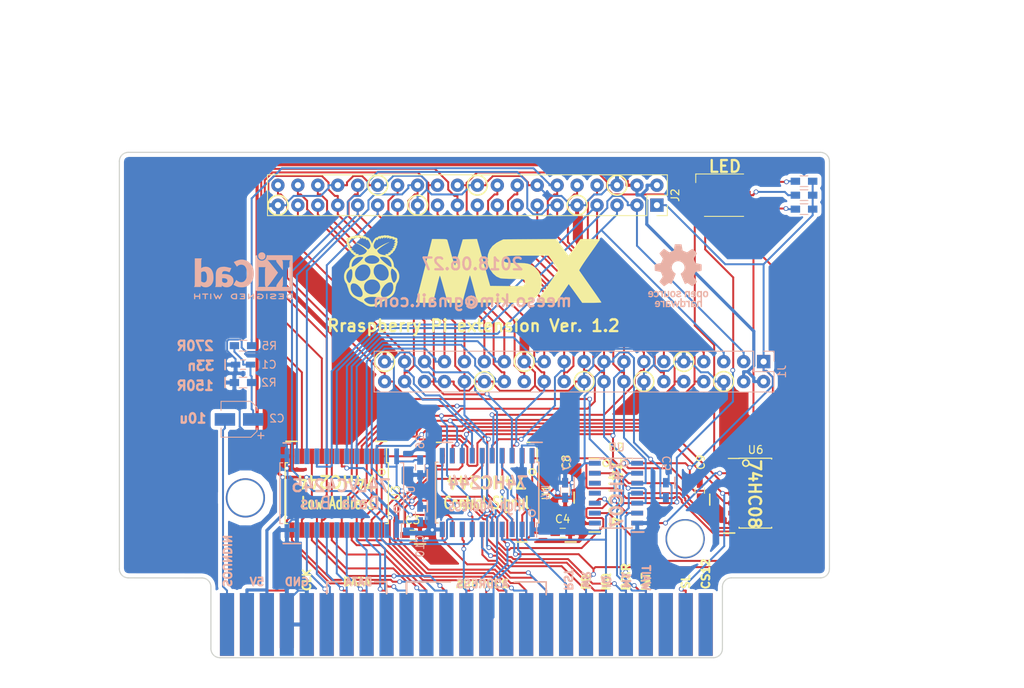
<source format=kicad_pcb>
(kicad_pcb (version 4) (host pcbnew 4.0.7)
  (layers (0 F.Cu mixed) (31 B.Cu mixed) (34 B.Paste user) (35 F.Paste user) (36 B.SilkS user) (37 F.SilkS user) (38 B.Mask user) (39 F.Mask user) (44 Edge.Cuts user))
  (net 0 "")
  (net 1 GND)
  (net 2 +5V)
  (net 3 /RD3)
  (net 4 /RD4)
  (net 5 /RD6)
  (net 6 /RD7)
  (net 7 /RD0)
  (net 8 /RD1)
  (net 9 /RD2)
  (net 10 /RD5)
  (net 11 /WAIT)
  (net 12 /INT)
  (net 13 /BUSDIR)
  (net 14 /IORQ)
  (net 15 /MREQ)
  (net 16 /WR)
  (net 17 /RD)
  (net 18 /RESET)
  (net 19 /A9)
  (net 20 /A15)
  (net 21 /A11)
  (net 22 /A10)
  (net 23 /A7)
  (net 24 /A6)
  (net 25 /A12)
  (net 26 /A8)
  (net 27 /A14)
  (net 28 /A13)
  (net 29 /A1)
  (net 30 /A0)
  (net 31 /A3)
  (net 32 /A2)
  (net 33 /A5)
  (net 34 /A4)
  (net 35 /D1)
  (net 36 /D0)
  (net 37 /D3)
  (net 38 /D2)
  (net 39 /D5)
  (net 40 /D4)
  (net 41 /D7)
  (net 42 /D6)
  (net 43 /CLK)
  (net 44 +3V3)
  (net 45 "Net-(P1-Pad5)")
  (net 46 "Net-(P1-Pad16)")
  (net 47 /RA8)
  (net 48 /RA10)
  (net 49 /RA11)
  (net 50 /RA15)
  (net 51 /RA12)
  (net 52 /RA9)
  (net 53 /RA13)
  (net 54 /RA14)
  (net 55 "Net-(P1-Pad1)")
  (net 56 "Net-(P1-Pad2)")
  (net 57 "Net-(P1-Pad3)")
  (net 58 /SLTSL)
  (net 59 "Net-(P1-Pad6)")
  (net 60 "Net-(P1-Pad44)")
  (net 61 "Net-(P1-Pad48)")
  (net 62 "Net-(P1-Pad50)")
  (net 63 /M1)
  (net 64 /RC17)
  (net 65 /RC18)
  (net 66 /RC27)
  (net 67 /RC23)
  (net 68 /RC24)
  (net 69 /RC25)
  (net 70 /RC19)
  (net 71 /RC16)
  (net 72 /RC26)
  (net 73 /RC20)
  (net 74 /SOUNDIN)
  (net 75 "Net-(D1-Pad4)")
  (net 76 "Net-(D1-Pad5)")
  (net 77 "Net-(D1-Pad6)")
  (net 78 "Net-(C1-Pad1)")
  (net 79 /nRATN)
  (net 80 /RATN)
  (net 81 /ATN)
  (net 82 /nATN)
  (net 83 /nIORQ)
  (net 84 /BDIR)
  (net 85 /DAT_EN)
  (net 86 /DAT_DIR)
  (net 87 /nBDIR)
  (net 88 "Net-(U4-Pad8)")
  (net 89 "Net-(U4-Pad9)")
  (net 90 "Net-(U4-Pad12)")
  (net 91 /RC21)
  (net 92 /nRC21)
  (net 93 /nDIR)
  (net 94 /DAT_EN0)
  (module MSX:card_edge_connector (layer F.Cu) (at 156.21 106.68)
    (fp_text reference P1 hide)
    (fp_text value CONN_02X25)
    (pad "" thru_hole circle (at 29.12364 -7.78256) (size 5 5) (drill 4.5) (layers *.Cu *.Mask) (clearance 1))
    (pad 1 connect rect (at 31.73984 3.14744) (size 1.8 8) (layers B.Cu B.Mask) (net 55 "Net-(P1-Pad1)"))
    (pad 2 connect rect (at 31.73984 3.14744) (size 1.8 8) (layers F.Cu F.Mask) (net 56 "Net-(P1-Pad2)"))
    (pad 3 connect rect (at 29.19984 3.14744) (size 1.8 8) (layers B.Cu B.Mask) (net 57 "Net-(P1-Pad3)"))
    (pad 4 connect rect (at 29.19984 3.14744) (size 1.8 8) (layers F.Cu F.Mask) (net 58 /SLTSL))
    (pad 5 connect rect (at 26.65984 3.14744) (size 1.8 8) (layers B.Cu B.Mask) (net 45 "Net-(P1-Pad5)"))
    (pad 6 connect rect (at 26.65984 3.14744) (size 1.8 8) (layers F.Cu F.Mask) (net 59 "Net-(P1-Pad6)"))
    (pad 7 connect rect (at 24.11984 3.14744) (size 1.8 8) (layers B.Cu B.Mask) (net 11 /WAIT))
    (pad 8 connect rect (at 24.11984 3.14744) (size 1.8 8) (layers F.Cu F.Mask) (net 12 /INT))
    (pad 9 connect rect (at 21.57984 3.14744) (size 1.8 8) (layers B.Cu B.Mask) (net 63 /M1))
    (pad 10 connect rect (at 21.57984 3.14744) (size 1.8 8) (layers F.Cu F.Mask) (net 13 /BUSDIR))
    (pad 11 connect rect (at 19.03984 3.14744) (size 1.8 8) (layers B.Cu B.Mask) (net 14 /IORQ))
    (pad 12 connect rect (at 19.03984 3.14744) (size 1.8 8) (layers F.Cu F.Mask) (net 15 /MREQ))
    (pad 13 connect rect (at 16.49984 3.14744) (size 1.8 8) (layers B.Cu B.Mask) (net 16 /WR))
    (pad 14 connect rect (at 16.49984 3.14744) (size 1.8 8) (layers F.Cu F.Mask) (net 17 /RD))
    (pad 15 connect rect (at 13.95984 3.14744) (size 1.8 8) (layers B.Cu B.Mask) (net 18 /RESET))
    (pad 16 connect rect (at 13.95984 3.14744) (size 1.8 8) (layers F.Cu F.Mask) (net 46 "Net-(P1-Pad16)"))
    (pad 17 connect rect (at 11.41984 3.14744) (size 1.8 8) (layers B.Cu B.Mask) (net 19 /A9))
    (pad 18 connect rect (at 11.41984 3.14744) (size 1.8 8) (layers F.Cu F.Mask) (net 20 /A15))
    (pad 19 connect rect (at 8.87984 3.14744) (size 1.8 8) (layers B.Cu B.Mask) (net 21 /A11))
    (pad 20 connect rect (at 8.87984 3.14744) (size 1.8 8) (layers F.Cu F.Mask) (net 22 /A10))
    (pad 21 connect rect (at 6.33984 3.14744) (size 1.8 8) (layers B.Cu B.Mask) (net 23 /A7))
    (pad 22 connect rect (at 6.33984 3.14744) (size 1.8 8) (layers F.Cu F.Mask) (net 24 /A6))
    (pad 23 connect rect (at 3.79984 3.14744) (size 1.8 8) (layers B.Cu B.Mask) (net 25 /A12))
    (pad 24 connect rect (at 3.79984 3.14744) (size 1.8 8) (layers F.Cu F.Mask) (net 26 /A8))
    (pad 25 connect rect (at 1.25984 3.14744) (size 1.8 8) (layers B.Cu B.Mask) (net 27 /A14))
    (pad 26 connect rect (at 1.25984 3.14744) (size 1.8 8) (layers F.Cu F.Mask) (net 28 /A13))
    (pad 27 connect rect (at -1.28016 3.14744) (size 1.8 8) (layers B.Cu B.Mask) (net 29 /A1))
    (pad 28 connect rect (at -1.28016 3.14744) (size 1.8 8) (layers F.Cu F.Mask) (net 30 /A0))
    (pad 29 connect rect (at -3.82016 3.14744) (size 1.8 8) (layers B.Cu B.Mask) (net 31 /A3))
    (pad 30 connect rect (at -3.82016 3.14744) (size 1.8 8) (layers F.Cu F.Mask) (net 32 /A2))
    (pad 31 connect rect (at -6.36016 3.14744) (size 1.8 8) (layers B.Cu B.Mask) (net 33 /A5))
    (pad 32 connect rect (at -6.36016 3.14744) (size 1.8 8) (layers F.Cu F.Mask) (net 34 /A4))
    (pad 33 connect rect (at -8.90016 3.14744) (size 1.8 8) (layers B.Cu B.Mask) (net 35 /D1))
    (pad 34 connect rect (at -8.90016 3.14744) (size 1.8 8) (layers F.Cu F.Mask) (net 36 /D0))
    (pad 35 connect rect (at -11.44016 3.14744) (size 1.8 8) (layers B.Cu B.Mask) (net 37 /D3))
    (pad 36 connect rect (at -11.44016 3.14744) (size 1.8 8) (layers F.Cu F.Mask) (net 38 /D2))
    (pad 37 connect rect (at -13.98016 3.14744) (size 1.8 8) (layers B.Cu B.Mask) (net 39 /D5))
    (pad 38 connect rect (at -13.98016 3.14744) (size 1.8 8) (layers F.Cu F.Mask) (net 40 /D4))
    (pad 39 connect rect (at -16.52016 3.14744) (size 1.8 8) (layers B.Cu B.Mask) (net 41 /D7))
    (pad 40 connect rect (at -16.52016 3.14744) (size 1.8 8) (layers F.Cu F.Mask) (net 42 /D6))
    (pad 41 connect rect (at -19.06016 3.14744) (size 1.8 8) (layers B.Cu B.Mask) (net 1 GND))
    (pad 42 connect rect (at -19.06016 3.14744) (size 1.8 8) (layers F.Cu F.Mask) (net 43 /CLK))
    (pad 43 connect rect (at -21.60016 3.14744) (size 1.8 8) (layers B.Cu B.Mask) (net 1 GND))
    (pad 44 connect rect (at -21.60524 2.65468) (size 1.8 7) (layers F.Cu F.Mask) (net 60 "Net-(P1-Pad44)"))
    (pad 45 connect rect (at -24.14016 3.14744) (size 1.8 8) (layers B.Cu B.Mask) (net 2 +5V))
    (pad 46 connect rect (at -24.14016 3.14744) (size 1.8 8) (layers F.Cu F.Mask) (net 60 "Net-(P1-Pad44)"))
    (pad 47 connect rect (at -26.68016 3.14744) (size 1.8 8) (layers B.Cu B.Mask) (net 2 +5V))
    (pad 48 connect rect (at -26.68016 3.14744) (size 1.8 8) (layers F.Cu F.Mask) (net 61 "Net-(P1-Pad48)"))
    (pad 49 connect rect (at -29.22016 3.14744) (size 1.8 8) (layers B.Cu B.Mask) (net 74 /SOUNDIN))
    (pad 50 connect rect (at -29.22016 3.14744) (size 1.8 8) (layers F.Cu F.Mask) (net 62 "Net-(P1-Pad50)"))
    (pad "" thru_hole circle (at -26.87574 -12.98448) (size 5 5) (drill 4.5) (layers *.Cu *.Mask) (clearance 1))
  )
  (module Socket_Strips:Socket_Strip_Straight_2x20_Pitch2.54mm (layer F.Cu) (at 181.737 56.388 270)
    (fp_text reference J2 (at -1.27 -2.33 270) (layer F.SilkS))
    (fp_text value RPi_GPIO)
    (pad 1 thru_hole rect (at 0 0 270) (size 1.7 1.7) (drill 0.78) (layers *.Cu *.Mask) (net 44 +3V3))
    (pad 2 thru_hole oval (at -2.54 0 270) (size 1.7 1.7) (drill 0.78) (layers *.Cu *.Mask) (net 2 +5V))
    (pad 3 thru_hole oval (at 0 2.54 270) (size 1.7 1.7) (drill 0.78) (layers *.Cu *.Mask) (net 9 /RD2))
    (pad 4 thru_hole oval (at -2.54 2.54 270) (size 1.7 1.7) (drill 0.78) (layers *.Cu *.Mask) (net 2 +5V))
    (pad 5 thru_hole oval (at 0 5.08 270) (size 1.7 1.7) (drill 0.78) (layers *.Cu *.Mask) (net 3 /RD3))
    (pad 6 thru_hole oval (at -2.54 5.08 270) (size 1.7 1.7) (drill 0.78) (layers *.Cu *.Mask) (net 1 GND))
    (pad 7 thru_hole oval (at 0 7.62 270) (size 1.7 1.7) (drill 0.78) (layers *.Cu *.Mask) (net 4 /RD4))
    (pad 8 thru_hole oval (at -2.54 7.62 270) (size 1.7 1.7) (drill 0.78) (layers *.Cu *.Mask) (net 54 /RA14))
    (pad 9 thru_hole oval (at 0 10.16 270) (size 1.7 1.7) (drill 0.78) (layers *.Cu *.Mask) (net 1 GND))
    (pad 10 thru_hole oval (at -2.54 10.16 270) (size 1.7 1.7) (drill 0.78) (layers *.Cu *.Mask) (net 50 /RA15))
    (pad 11 thru_hole oval (at 0 12.7 270) (size 1.7 1.7) (drill 0.78) (layers *.Cu *.Mask) (net 64 /RC17))
    (pad 12 thru_hole oval (at -2.54 12.7 270) (size 1.7 1.7) (drill 0.78) (layers *.Cu *.Mask) (net 65 /RC18))
    (pad 13 thru_hole oval (at 0 15.24 270) (size 1.7 1.7) (drill 0.78) (layers *.Cu *.Mask) (net 66 /RC27))
    (pad 14 thru_hole oval (at -2.54 15.24 270) (size 1.7 1.7) (drill 0.78) (layers *.Cu *.Mask) (net 1 GND))
    (pad 15 thru_hole oval (at 0 17.78 270) (size 1.7 1.7) (drill 0.78) (layers *.Cu *.Mask) (net 80 /RATN))
    (pad 16 thru_hole oval (at -2.54 17.78 270) (size 1.7 1.7) (drill 0.78) (layers *.Cu *.Mask) (net 67 /RC23))
    (pad 17 thru_hole oval (at 0 20.32 270) (size 1.7 1.7) (drill 0.78) (layers *.Cu *.Mask) (net 44 +3V3))
    (pad 18 thru_hole oval (at -2.54 20.32 270) (size 1.7 1.7) (drill 0.78) (layers *.Cu *.Mask) (net 68 /RC24))
    (pad 19 thru_hole oval (at 0 22.86 270) (size 1.7 1.7) (drill 0.78) (layers *.Cu *.Mask) (net 48 /RA10))
    (pad 20 thru_hole oval (at -2.54 22.86 270) (size 1.7 1.7) (drill 0.78) (layers *.Cu *.Mask) (net 1 GND))
    (pad 21 thru_hole oval (at 0 25.4 270) (size 1.7 1.7) (drill 0.78) (layers *.Cu *.Mask) (net 52 /RA9))
    (pad 22 thru_hole oval (at -2.54 25.4 270) (size 1.7 1.7) (drill 0.78) (layers *.Cu *.Mask) (net 69 /RC25))
    (pad 23 thru_hole oval (at 0 27.94 270) (size 1.7 1.7) (drill 0.78) (layers *.Cu *.Mask) (net 49 /RA11))
    (pad 24 thru_hole oval (at -2.54 27.94 270) (size 1.7 1.7) (drill 0.78) (layers *.Cu *.Mask) (net 47 /RA8))
    (pad 25 thru_hole oval (at 0 30.48 270) (size 1.7 1.7) (drill 0.78) (layers *.Cu *.Mask) (net 1 GND))
    (pad 26 thru_hole oval (at -2.54 30.48 270) (size 1.7 1.7) (drill 0.78) (layers *.Cu *.Mask) (net 6 /RD7))
    (pad 27 thru_hole oval (at 0 33.02 270) (size 1.7 1.7) (drill 0.78) (layers *.Cu *.Mask) (net 7 /RD0))
    (pad 28 thru_hole oval (at -2.54 33.02 270) (size 1.7 1.7) (drill 0.78) (layers *.Cu *.Mask) (net 8 /RD1))
    (pad 29 thru_hole oval (at 0 35.56 270) (size 1.7 1.7) (drill 0.78) (layers *.Cu *.Mask) (net 10 /RD5))
    (pad 30 thru_hole oval (at -2.54 35.56 270) (size 1.7 1.7) (drill 0.78) (layers *.Cu *.Mask) (net 1 GND))
    (pad 31 thru_hole oval (at 0 38.1 270) (size 1.7 1.7) (drill 0.78) (layers *.Cu *.Mask) (net 5 /RD6))
    (pad 32 thru_hole oval (at -2.54 38.1 270) (size 1.7 1.7) (drill 0.78) (layers *.Cu *.Mask) (net 51 /RA12))
    (pad 33 thru_hole oval (at 0 40.64 270) (size 1.7 1.7) (drill 0.78) (layers *.Cu *.Mask) (net 53 /RA13))
    (pad 34 thru_hole oval (at -2.54 40.64 270) (size 1.7 1.7) (drill 0.78) (layers *.Cu *.Mask) (net 1 GND))
    (pad 35 thru_hole oval (at 0 43.18 270) (size 1.7 1.7) (drill 0.78) (layers *.Cu *.Mask) (net 70 /RC19))
    (pad 36 thru_hole oval (at -2.54 43.18 270) (size 1.7 1.7) (drill 0.78) (layers *.Cu *.Mask) (net 71 /RC16))
    (pad 37 thru_hole oval (at 0 45.72 270) (size 1.7 1.7) (drill 0.78) (layers *.Cu *.Mask) (net 72 /RC26))
    (pad 38 thru_hole oval (at -2.54 45.72 270) (size 1.7 1.7) (drill 0.78) (layers *.Cu *.Mask) (net 73 /RC20))
    (pad 39 thru_hole oval (at 0 48.26 270) (size 1.7 1.7) (drill 0.78) (layers *.Cu *.Mask) (net 1 GND))
    (pad 40 thru_hole oval (at -2.54 48.26 270) (size 1.7 1.7) (drill 0.78) (layers *.Cu *.Mask) (net 91 /RC21))
  )
  (module Socket_Strips:Socket_Strip_Straight_2x20_Pitch2.54mm (layer B.Cu) (at 195.326 76.327 90)
    (fp_text reference J1 (at -1.27 2.33 90) (layer B.SilkS) (effects (justify mirror)))
    (fp_text value RPi_GPIO)
    (pad 1 thru_hole rect (at 0 0 90) (size 1.7 1.7) (drill 0.78) (layers *.Cu *.Mask) (net 44 +3V3))
    (pad 2 thru_hole oval (at -2.54 0 90) (size 1.7 1.7) (drill 0.78) (layers *.Cu *.Mask) (net 2 +5V))
    (pad 3 thru_hole oval (at 0 -2.54 90) (size 1.7 1.7) (drill 0.78) (layers *.Cu *.Mask) (net 9 /RD2))
    (pad 4 thru_hole oval (at -2.54 -2.54 90) (size 1.7 1.7) (drill 0.78) (layers *.Cu *.Mask) (net 2 +5V))
    (pad 5 thru_hole oval (at 0 -5.08 90) (size 1.7 1.7) (drill 0.78) (layers *.Cu *.Mask) (net 3 /RD3))
    (pad 6 thru_hole oval (at -2.54 -5.08 90) (size 1.7 1.7) (drill 0.78) (layers *.Cu *.Mask) (net 1 GND))
    (pad 7 thru_hole oval (at 0 -7.62 90) (size 1.7 1.7) (drill 0.78) (layers *.Cu *.Mask) (net 4 /RD4))
    (pad 8 thru_hole oval (at -2.54 -7.62 90) (size 1.7 1.7) (drill 0.78) (layers *.Cu *.Mask) (net 54 /RA14))
    (pad 9 thru_hole oval (at 0 -10.16 90) (size 1.7 1.7) (drill 0.78) (layers *.Cu *.Mask) (net 1 GND))
    (pad 10 thru_hole oval (at -2.54 -10.16 90) (size 1.7 1.7) (drill 0.78) (layers *.Cu *.Mask) (net 50 /RA15))
    (pad 11 thru_hole oval (at 0 -12.7 90) (size 1.7 1.7) (drill 0.78) (layers *.Cu *.Mask) (net 64 /RC17))
    (pad 12 thru_hole oval (at -2.54 -12.7 90) (size 1.7 1.7) (drill 0.78) (layers *.Cu *.Mask) (net 65 /RC18))
    (pad 13 thru_hole oval (at 0 -15.24 90) (size 1.7 1.7) (drill 0.9) (layers *.Cu *.Mask) (net 66 /RC27))
    (pad 14 thru_hole oval (at -2.54 -15.24 90) (size 1.7 1.7) (drill 0.78) (layers *.Cu *.Mask) (net 1 GND))
    (pad 15 thru_hole oval (at 0 -17.78 90) (size 1.7 1.7) (drill 0.78) (layers *.Cu *.Mask) (net 80 /RATN))
    (pad 16 thru_hole oval (at -2.54 -17.78 90) (size 1.7 1.7) (drill 0.78) (layers *.Cu *.Mask) (net 67 /RC23))
    (pad 17 thru_hole oval (at 0 -20.32 90) (size 1.7 1.7) (drill 0.78) (layers *.Cu *.Mask) (net 44 +3V3))
    (pad 18 thru_hole oval (at -2.54 -20.32 90) (size 1.7 1.7) (drill 0.78) (layers *.Cu *.Mask) (net 68 /RC24))
    (pad 19 thru_hole oval (at 0 -22.86 90) (size 1.7 1.7) (drill 0.78) (layers *.Cu *.Mask) (net 48 /RA10))
    (pad 20 thru_hole oval (at -2.54 -22.86 90) (size 1.7 1.7) (drill 0.78) (layers *.Cu *.Mask) (net 1 GND))
    (pad 21 thru_hole oval (at 0 -25.4 90) (size 1.7 1.7) (drill 0.78) (layers *.Cu *.Mask) (net 52 /RA9))
    (pad 22 thru_hole oval (at -2.54 -25.4 90) (size 1.7 1.7) (drill 0.78) (layers *.Cu *.Mask) (net 69 /RC25))
    (pad 23 thru_hole oval (at 0 -27.94 90) (size 1.7 1.7) (drill 0.78) (layers *.Cu *.Mask) (net 49 /RA11))
    (pad 24 thru_hole oval (at -2.54 -27.94 90) (size 1.7 1.7) (drill 0.78) (layers *.Cu *.Mask) (net 47 /RA8))
    (pad 25 thru_hole oval (at 0 -30.48 90) (size 1.7 1.7) (drill 0.78) (layers *.Cu *.Mask) (net 1 GND))
    (pad 26 thru_hole oval (at -2.54 -30.48 90) (size 1.7 1.7) (drill 0.78) (layers *.Cu *.Mask) (net 6 /RD7))
    (pad 27 thru_hole oval (at 0 -33.02 90) (size 1.7 1.7) (drill 0.78) (layers *.Cu *.Mask) (net 7 /RD0))
    (pad 28 thru_hole oval (at -2.54 -33.02 90) (size 1.7 1.7) (drill 0.78) (layers *.Cu *.Mask) (net 8 /RD1))
    (pad 29 thru_hole oval (at 0 -35.56 90) (size 1.7 1.7) (drill 0.78) (layers *.Cu *.Mask) (net 10 /RD5))
    (pad 30 thru_hole oval (at -2.54 -35.56 90) (size 1.7 1.7) (drill 0.78) (layers *.Cu *.Mask) (net 1 GND))
    (pad 31 thru_hole oval (at 0 -38.1 90) (size 1.7 1.7) (drill 0.78) (layers *.Cu *.Mask) (net 5 /RD6))
    (pad 32 thru_hole oval (at -2.54 -38.1 90) (size 1.7 1.7) (drill 0.78) (layers *.Cu *.Mask) (net 51 /RA12))
    (pad 33 thru_hole oval (at 0 -40.64 90) (size 1.7 1.7) (drill 0.78) (layers *.Cu *.Mask) (net 53 /RA13))
    (pad 34 thru_hole oval (at -2.54 -40.64 90) (size 1.7 1.7) (drill 0.78) (layers *.Cu *.Mask) (net 1 GND))
    (pad 35 thru_hole oval (at 0 -43.18 90) (size 1.7 1.7) (drill 0.78) (layers *.Cu *.Mask) (net 70 /RC19))
    (pad 36 thru_hole oval (at -2.54 -43.18 90) (size 1.7 1.7) (drill 0.78) (layers *.Cu *.Mask) (net 71 /RC16))
    (pad 37 thru_hole oval (at 0 -45.72 90) (size 1.7 1.7) (drill 0.78) (layers *.Cu *.Mask) (net 72 /RC26))
    (pad 38 thru_hole oval (at -2.54 -45.72 90) (size 1.7 1.7) (drill 0.78) (layers *.Cu *.Mask) (net 73 /RC20))
    (pad 39 thru_hole oval (at 0 -48.26 90) (size 1.7 1.7) (drill 0.78) (layers *.Cu *.Mask) (net 1 GND))
    (pad 40 thru_hole oval (at -2.54 -48.26 90) (size 1.7 1.7) (drill 0.78) (layers *.Cu *.Mask) (net 91 /RC21))
  )
  (module MSX:msx-logo (layer F.Cu) (at 162.814 64.77)
    (fp_text reference G*** hide)
    (fp_text value LOGO hide)
  )
  (module Resistors_SMD:R_0603_HandSoldering (layer B.Cu) (at 200.474 53.34 180)
    (fp_text reference R1 hide)
    (fp_text value R hide)
    (pad 1 smd rect (at -1.1 0 180) (size 1.2 0.9) (layers B.Cu B.Paste B.Mask) (net 44 +3V3))
    (pad 2 smd rect (at 1.1 0 180) (size 1.2 0.9) (layers B.Cu B.Paste B.Mask) (net 77 "Net-(D1-Pad6)"))
  )
  (module Housings_SOIC:SOIC-14_3.9x8.7mm_Pitch1.27mm (layer B.Cu) (at 176.53 93.091 180)
    (fp_text reference U5 (at -0.127 5.842 180) (layer B.SilkS) (effects (justify mirror)))
    (fp_text value 74LS07)
    (pad 1 smd rect (at -2.7 3.81 180) (size 1.5 0.6) (layers B.Cu B.Paste B.Mask) (net 68 /RC24))
    (pad 2 smd rect (at -2.7 2.54 180) (size 1.5 0.6) (layers B.Cu B.Paste B.Mask) (net 11 /WAIT))
    (pad 3 smd rect (at -2.7 1.27 180) (size 1.5 0.6) (layers B.Cu B.Paste B.Mask) (net 67 /RC23))
    (pad 4 smd rect (at -2.7 0 180) (size 1.5 0.6) (layers B.Cu B.Paste B.Mask) (net 12 /INT))
    (pad 5 smd rect (at -2.7 -1.27 180) (size 1.5 0.6) (layers B.Cu B.Paste B.Mask) (net 84 /BDIR))
    (pad 6 smd rect (at -2.7 -2.54 180) (size 1.5 0.6) (layers B.Cu B.Paste B.Mask) (net 13 /BUSDIR))
    (pad 7 smd rect (at -2.7 -3.81 180) (size 1.5 0.6) (layers B.Cu B.Paste B.Mask) (net 1 GND))
    (pad 8 smd rect (at 2.7 -3.81 180) (size 1.5 0.6) (layers B.Cu B.Paste B.Mask))
    (pad 9 smd rect (at 2.7 -2.54 180) (size 1.5 0.6) (layers B.Cu B.Paste B.Mask))
    (pad 10 smd rect (at 2.7 -1.27 180) (size 1.5 0.6) (layers B.Cu B.Paste B.Mask))
    (pad 11 smd rect (at 2.7 0 180) (size 1.5 0.6) (layers B.Cu B.Paste B.Mask))
    (pad 12 smd rect (at 2.7 1.27 180) (size 1.5 0.6) (layers B.Cu B.Paste B.Mask))
    (pad 13 smd rect (at 2.7 2.54 180) (size 1.5 0.6) (layers B.Cu B.Paste B.Mask))
    (pad 14 smd rect (at 2.7 3.81 180) (size 1.5 0.6) (layers B.Cu B.Paste B.Mask) (net 44 +3V3))
  )
  (module Capacitors_SMD:C_0603_HandSoldering (layer B.Cu) (at 129.032 76.708 180)
    (fp_text reference C1 (at -3.302 0 180) (layer B.SilkS) (effects (justify mirror)))
    (fp_text value C)
    (pad 1 smd rect (at -0.95 0 180) (size 1.2 0.75) (layers B.Cu B.Paste B.Mask) (net 78 "Net-(C1-Pad1)"))
    (pad 2 smd rect (at 0.95 0 180) (size 1.2 0.75) (layers B.Cu B.Paste B.Mask) (net 1 GND))
  )
  (module Resistors_SMD:R_0603_HandSoldering (layer B.Cu) (at 129.032 78.994 180)
    (fp_text reference R2 (at -3.302 0 180) (layer B.SilkS) (effects (justify mirror)))
    (fp_text value R)
    (pad 1 smd rect (at -1.1 0 180) (size 1.2 0.9) (layers B.Cu B.Paste B.Mask) (net 78 "Net-(C1-Pad1)"))
    (pad 2 smd rect (at 1.1 0 180) (size 1.2 0.9) (layers B.Cu B.Paste B.Mask) (net 1 GND))
  )
  (module Capacitors_SMD:C_0603_HandSoldering (layer F.Cu) (at 150.622 98.425)
    (fp_text reference C3 (at 0 -1.905) (layer F.SilkS))
    (fp_text value C)
    (pad 1 smd rect (at -0.95 0) (size 1.2 0.75) (layers F.Cu F.Paste F.Mask) (net 44 +3V3))
    (pad 2 smd rect (at 0.95 0) (size 1.2 0.75) (layers F.Cu F.Paste F.Mask) (net 1 GND))
  )
  (module Capacitors_SMD:C_0603_HandSoldering (layer F.Cu) (at 169.738 98.171)
    (fp_text reference C4 (at 0 -1.778) (layer F.SilkS))
    (fp_text value C)
    (pad 1 smd rect (at -0.95 0) (size 1.2 0.75) (layers F.Cu F.Paste F.Mask) (net 44 +3V3))
    (pad 2 smd rect (at 0.95 0) (size 1.2 0.75) (layers F.Cu F.Paste F.Mask) (net 1 GND))
  )
  (module Capacitors_SMD:C_0603_HandSoldering (layer B.Cu) (at 182.88 92.71 90)
    (fp_text reference C5 (at 3.429 0.127 90) (layer B.SilkS) (effects (justify mirror)))
    (fp_text value C)
    (pad 1 smd rect (at -0.95 0 90) (size 1.2 0.75) (layers B.Cu B.Paste B.Mask) (net 44 +3V3))
    (pad 2 smd rect (at 0.95 0 90) (size 1.2 0.75) (layers B.Cu B.Paste B.Mask) (net 1 GND))
  )
  (module Capacitors_SMD:C_0603_HandSoldering (layer B.Cu) (at 151.587 89.8144 270)
    (fp_text reference C6 (at -3.302 0 270) (layer B.SilkS) (effects (justify mirror)))
    (fp_text value C)
    (pad 1 smd rect (at -0.95 0 270) (size 1.2 0.75) (layers B.Cu B.Paste B.Mask) (net 44 +3V3))
    (pad 2 smd rect (at 0.95 0 270) (size 1.2 0.75) (layers B.Cu B.Paste B.Mask) (net 1 GND))
  )
  (module Capacitors_SMD:C_0603_HandSoldering (layer B.Cu) (at 170.053 92.71 90)
    (fp_text reference C7 (at 3.429 0.254 90) (layer B.SilkS) (effects (justify mirror)))
    (fp_text value C)
    (pad 1 smd rect (at -0.95 0 90) (size 1.2 0.75) (layers B.Cu B.Paste B.Mask) (net 44 +3V3))
    (pad 2 smd rect (at 0.95 0 90) (size 1.2 0.75) (layers B.Cu B.Paste B.Mask) (net 1 GND))
  )
  (module LEDs:LED_RGB_5050-6 (layer F.Cu) (at 190.284 55.118)
    (fp_text reference D1 hide)
    (fp_text value LED_RGB)
    (pad 1 smd rect (at -2.4 -1.7 90) (size 1.1 2) (layers F.Cu F.Paste F.Mask) (net 79 /nRATN))
    (pad 2 smd rect (at -2.4 0 90) (size 1.1 2) (layers F.Cu F.Paste F.Mask) (net 14 /IORQ))
    (pad 3 smd rect (at -2.4 1.7 90) (size 1.1 2) (layers F.Cu F.Paste F.Mask) (net 86 /DAT_DIR))
    (pad 4 smd rect (at 2.4 1.7 90) (size 1.1 2) (layers F.Cu F.Paste F.Mask) (net 75 "Net-(D1-Pad4)"))
    (pad 5 smd rect (at 2.4 0 90) (size 1.1 2) (layers F.Cu F.Paste F.Mask) (net 76 "Net-(D1-Pad5)"))
    (pad 6 smd rect (at 2.4 -1.7 90) (size 1.1 2) (layers F.Cu F.Paste F.Mask) (net 77 "Net-(D1-Pad6)"))
  )
  (module Resistors_SMD:R_0603_HandSoldering (layer B.Cu) (at 200.474 55.118 180)
    (fp_text reference R3 hide)
    (fp_text value R hide)
    (pad 1 smd rect (at -1.1 0 180) (size 1.2 0.9) (layers B.Cu B.Paste B.Mask) (net 44 +3V3))
    (pad 2 smd rect (at 1.1 0 180) (size 1.2 0.9) (layers B.Cu B.Paste B.Mask) (net 76 "Net-(D1-Pad5)"))
  )
  (module Resistors_SMD:R_0603_HandSoldering (layer B.Cu) (at 200.474 56.896 180)
    (fp_text reference R4 hide)
    (fp_text value R)
    (pad 1 smd rect (at -1.1 0 180) (size 1.2 0.9) (layers B.Cu B.Paste B.Mask) (net 44 +3V3))
    (pad 2 smd rect (at 1.1 0 180) (size 1.2 0.9) (layers B.Cu B.Paste B.Mask) (net 75 "Net-(D1-Pad4)"))
  )
  (module Resistors_SMD:R_0603_HandSoldering (layer B.Cu) (at 129.032 74.295 180)
    (fp_text reference R5 (at -3.3528 -0.0254 180) (layer B.SilkS) (effects (justify mirror)))
    (fp_text value R)
    (pad 1 smd rect (at -1.1 0 180) (size 1.2 0.9) (layers B.Cu B.Paste B.Mask) (net 65 /RC18))
    (pad 2 smd rect (at 1.1 0 180) (size 1.2 0.9) (layers B.Cu B.Paste B.Mask) (net 78 "Net-(C1-Pad1)"))
  )
  (module Housings_SOIC:SOIC-14_3.9x8.7mm_Pitch1.27mm (layer F.Cu) (at 176.53 93.091)
    (fp_text reference U2 (at 0 -5.842) (layer F.SilkS))
    (fp_text value 74HC04)
    (pad 1 smd rect (at -2.7 -3.81) (size 1.5 0.6) (layers F.Cu F.Paste F.Mask) (net 87 /nBDIR))
    (pad 2 smd rect (at -2.7 -2.54) (size 1.5 0.6) (layers F.Cu F.Paste F.Mask) (net 84 /BDIR))
    (pad 3 smd rect (at -2.7 -1.27) (size 1.5 0.6) (layers F.Cu F.Paste F.Mask) (net 82 /nATN))
    (pad 4 smd rect (at -2.7 0) (size 1.5 0.6) (layers F.Cu F.Paste F.Mask) (net 81 /ATN))
    (pad 5 smd rect (at -2.7 1.27) (size 1.5 0.6) (layers F.Cu F.Paste F.Mask) (net 14 /IORQ))
    (pad 6 smd rect (at -2.7 2.54) (size 1.5 0.6) (layers F.Cu F.Paste F.Mask) (net 83 /nIORQ))
    (pad 7 smd rect (at -2.7 3.81) (size 1.5 0.6) (layers F.Cu F.Paste F.Mask) (net 1 GND))
    (pad 8 smd rect (at 2.7 3.81) (size 1.5 0.6) (layers F.Cu F.Paste F.Mask) (net 92 /nRC21))
    (pad 9 smd rect (at 2.7 2.54) (size 1.5 0.6) (layers F.Cu F.Paste F.Mask) (net 91 /RC21))
    (pad 10 smd rect (at 2.7 1.27) (size 1.5 0.6) (layers F.Cu F.Paste F.Mask) (net 86 /DAT_DIR))
    (pad 11 smd rect (at 2.7 0) (size 1.5 0.6) (layers F.Cu F.Paste F.Mask) (net 93 /nDIR))
    (pad 12 smd rect (at 2.7 -1.27) (size 1.5 0.6) (layers F.Cu F.Paste F.Mask) (net 79 /nRATN))
    (pad 13 smd rect (at 2.7 -2.54) (size 1.5 0.6) (layers F.Cu F.Paste F.Mask) (net 80 /RATN))
    (pad 14 smd rect (at 2.7 -3.81) (size 1.5 0.6) (layers F.Cu F.Paste F.Mask) (net 44 +3V3))
  )
  (module Capacitors_SMD:C_0603_HandSoldering (layer F.Cu) (at 170.053 92.71 270)
    (fp_text reference C8 (at -3.556 -0.127 270) (layer F.SilkS))
    (fp_text value C)
    (pad 1 smd rect (at -0.95 0 270) (size 1.2 0.75) (layers F.Cu F.Paste F.Mask) (net 44 +3V3))
    (pad 2 smd rect (at 0.95 0 270) (size 1.2 0.75) (layers F.Cu F.Paste F.Mask) (net 1 GND))
  )
  (module Capacitors_SMD:C_0603_HandSoldering (layer F.Cu) (at 187.198 92.771 270)
    (fp_text reference C9 (at -3.617 -0.127 270) (layer F.SilkS))
    (fp_text value C)
    (pad 1 smd rect (at -0.95 0 270) (size 1.2 0.75) (layers F.Cu F.Paste F.Mask) (net 44 +3V3))
    (pad 2 smd rect (at 0.95 0 270) (size 1.2 0.75) (layers F.Cu F.Paste F.Mask) (net 1 GND))
  )
  (module Capacitors_SMD:C_0603_HandSoldering (layer B.Cu) (at 151.587 95.8088 270)
    (fp_text reference C10 (at 4.0284 0 270) (layer B.SilkS) (effects (justify mirror)))
    (fp_text value C)
    (pad 1 smd rect (at -0.95 0 270) (size 1.2 0.75) (layers B.Cu B.Paste B.Mask) (net 1 GND))
    (pad 2 smd rect (at 0.95 0 270) (size 1.2 0.75) (layers B.Cu B.Paste B.Mask) (net 2 +5V))
  )
  (module msx:raspberry_pi_logo (layer F.Cu) (at 145.415 64.77)
    (fp_text reference G1 hide)
    (fp_text value LOGO hide)
  )
  (module Symbols:KiCad-Logo2_6mm_SilkScreen (layer B.Cu) (at 129.0828 65.3796 180)
    (fp_text reference REF3 hide)
    (fp_text value KiCad-Logo2_6mm_SilkScreen hide)
  )
  (module Symbols:OSHW-Logo_7.5x8mm_SilkScreen (layer B.Cu) (at 184.4548 65.3796 180)
    (fp_text reference REF2 hide)
    (fp_text value OSHW-Logo_7.5x8mm_SilkScreen hide)
  )
  (module Capacitors_SMD:CP_Elec_4x4.5 (layer B.Cu) (at 128.524 83.693 180)
    (fp_text reference C2 (at -4.826 0.127 360) (layer B.SilkS) (effects (justify mirror)))
    (fp_text value CP)
    (fp_text user + (at -2.78 -1.99 360) (layer B.SilkS) (effects (justify mirror)))
    (pad 1 smd rect (at -1.8 0) (size 2.6 1.6) (layers B.Cu B.Paste B.Mask) (net 78 "Net-(C1-Pad1)"))
    (pad 2 smd rect (at 1.8 0) (size 2.6 1.6) (layers B.Cu B.Paste B.Mask) (net 74 /SOUNDIN))
  )
  (module Housings_SOIC:SOIC-14_3.9x8.7mm_Pitch1.27mm (layer F.Cu) (at 194.277 93.091)
    (fp_text reference U6 (at 0.033 -5.5245) (layer F.SilkS))
    (fp_text value 74LS08)
    (pad 1 smd rect (at -2.7 -3.81) (size 1.5 0.6) (layers F.Cu F.Paste F.Mask) (net 94 /DAT_EN0))
    (pad 2 smd rect (at -2.7 -2.54) (size 1.5 0.6) (layers F.Cu F.Paste F.Mask) (net 92 /nRC21))
    (pad 3 smd rect (at -2.7 -1.27) (size 1.5 0.6) (layers F.Cu F.Paste F.Mask) (net 85 /DAT_EN))
    (pad 4 smd rect (at -2.7 0) (size 1.5 0.6) (layers F.Cu F.Paste F.Mask) (net 58 /SLTSL))
    (pad 5 smd rect (at -2.7 1.27) (size 1.5 0.6) (layers F.Cu F.Paste F.Mask) (net 14 /IORQ))
    (pad 6 smd rect (at -2.7 2.54) (size 1.5 0.6) (layers F.Cu F.Paste F.Mask) (net 94 /DAT_EN0))
    (pad 7 smd rect (at -2.7 3.81) (size 1.5 0.6) (layers F.Cu F.Paste F.Mask) (net 1 GND))
    (pad 8 smd rect (at 2.7 3.81) (size 1.5 0.6) (layers F.Cu F.Paste F.Mask) (net 87 /nBDIR))
    (pad 9 smd rect (at 2.7 2.54) (size 1.5 0.6) (layers F.Cu F.Paste F.Mask) (net 83 /nIORQ))
    (pad 10 smd rect (at 2.7 1.27) (size 1.5 0.6) (layers F.Cu F.Paste F.Mask) (net 69 /RC25))
    (pad 11 smd rect (at 2.7 0) (size 1.5 0.6) (layers F.Cu F.Paste F.Mask) (net 93 /nDIR))
    (pad 12 smd rect (at 2.7 -1.27) (size 1.5 0.6) (layers F.Cu F.Paste F.Mask) (net 16 /WR))
    (pad 13 smd rect (at 2.7 -2.54) (size 1.5 0.6) (layers F.Cu F.Paste F.Mask) (net 69 /RC25))
    (pad 14 smd rect (at 2.7 -3.81) (size 1.5 0.6) (layers F.Cu F.Paste F.Mask) (net 44 +3V3))
  )
  (module Housings_SOIC:SOIC-20W_7.5x12.8mm_Pitch1.27mm (layer F.Cu) (at 160.147 93.0158 270)
    (fp_text reference U1 (at 0 -7.5 270) (layer F.SilkS))
    (fp_text value 74HC244)
    (pad 1 smd rect (at -4.7 -5.715 270) (size 1.95 0.6) (layers F.Cu F.Paste F.Mask) (net 79 /nRATN))
    (pad 2 smd rect (at -4.7 -4.445 270) (size 1.95 0.6) (layers F.Cu F.Paste F.Mask) (net 25 /A12))
    (pad 3 smd rect (at -4.7 -3.175 270) (size 1.95 0.6) (layers F.Cu F.Paste F.Mask) (net 47 /RA8))
    (pad 4 smd rect (at -4.7 -1.905 270) (size 1.95 0.6) (layers F.Cu F.Paste F.Mask) (net 28 /A13))
    (pad 5 smd rect (at -4.7 -0.635 270) (size 1.95 0.6) (layers F.Cu F.Paste F.Mask) (net 52 /RA9))
    (pad 6 smd rect (at -4.7 0.635 270) (size 1.95 0.6) (layers F.Cu F.Paste F.Mask) (net 22 /A10))
    (pad 7 smd rect (at -4.7 1.905 270) (size 1.95 0.6) (layers F.Cu F.Paste F.Mask) (net 54 /RA14))
    (pad 8 smd rect (at -4.7 3.175 270) (size 1.95 0.6) (layers F.Cu F.Paste F.Mask) (net 21 /A11))
    (pad 9 smd rect (at -4.7 4.445 270) (size 1.95 0.6) (layers F.Cu F.Paste F.Mask) (net 50 /RA15))
    (pad 10 smd rect (at -4.7 5.715 270) (size 1.95 0.6) (layers F.Cu F.Paste F.Mask) (net 1 GND))
    (pad 11 smd rect (at 4.7 5.715 270) (size 1.95 0.6) (layers F.Cu F.Paste F.Mask) (net 20 /A15))
    (pad 12 smd rect (at 4.7 4.445 270) (size 1.95 0.6) (layers F.Cu F.Paste F.Mask) (net 49 /RA11))
    (pad 13 smd rect (at 4.7 3.175 270) (size 1.95 0.6) (layers F.Cu F.Paste F.Mask) (net 27 /A14))
    (pad 14 smd rect (at 4.7 1.905 270) (size 1.95 0.6) (layers F.Cu F.Paste F.Mask) (net 48 /RA10))
    (pad 15 smd rect (at 4.7 0.635 270) (size 1.95 0.6) (layers F.Cu F.Paste F.Mask) (net 19 /A9))
    (pad 16 smd rect (at 4.7 -0.635 270) (size 1.95 0.6) (layers F.Cu F.Paste F.Mask) (net 53 /RA13))
    (pad 17 smd rect (at 4.7 -1.905 270) (size 1.95 0.6) (layers F.Cu F.Paste F.Mask) (net 26 /A8))
    (pad 18 smd rect (at 4.7 -3.175 270) (size 1.95 0.6) (layers F.Cu F.Paste F.Mask) (net 51 /RA12))
    (pad 19 smd rect (at 4.7 -4.445 270) (size 1.95 0.6) (layers F.Cu F.Paste F.Mask) (net 79 /nRATN))
    (pad 20 smd rect (at 4.7 -5.715 270) (size 1.95 0.6) (layers F.Cu F.Paste F.Mask) (net 44 +3V3))
  )
  (module Housings_SOIC:SOIC-20W_7.5x12.8mm_Pitch1.27mm (layer F.Cu) (at 140.97 93.091 270)
    (fp_text reference U3 (at 0 -7.5 270) (layer F.SilkS))
    (fp_text value 74HC244)
    (pad 1 smd rect (at -4.7 -5.715 270) (size 1.95 0.6) (layers F.Cu F.Paste F.Mask) (net 80 /RATN))
    (pad 2 smd rect (at -4.7 -4.445 270) (size 1.95 0.6) (layers F.Cu F.Paste F.Mask) (net 24 /A6))
    (pad 3 smd rect (at -4.7 -3.175 270) (size 1.95 0.6) (layers F.Cu F.Paste F.Mask) (net 48 /RA10))
    (pad 4 smd rect (at -4.7 -1.905 270) (size 1.95 0.6) (layers F.Cu F.Paste F.Mask) (net 23 /A7))
    (pad 5 smd rect (at -4.7 -0.635 270) (size 1.95 0.6) (layers F.Cu F.Paste F.Mask) (net 49 /RA11))
    (pad 6 smd rect (at -4.7 0.635 270) (size 1.95 0.6) (layers F.Cu F.Paste F.Mask) (net 34 /A4))
    (pad 7 smd rect (at -4.7 1.905 270) (size 1.95 0.6) (layers F.Cu F.Paste F.Mask) (net 47 /RA8))
    (pad 8 smd rect (at -4.7 3.175 270) (size 1.95 0.6) (layers F.Cu F.Paste F.Mask) (net 33 /A5))
    (pad 9 smd rect (at -4.7 4.445 270) (size 1.95 0.6) (layers F.Cu F.Paste F.Mask) (net 52 /RA9))
    (pad 10 smd rect (at -4.7 5.715 270) (size 1.95 0.6) (layers F.Cu F.Paste F.Mask) (net 1 GND))
    (pad 11 smd rect (at 4.7 5.715 270) (size 1.95 0.6) (layers F.Cu F.Paste F.Mask) (net 29 /A1))
    (pad 12 smd rect (at 4.7 4.445 270) (size 1.95 0.6) (layers F.Cu F.Paste F.Mask) (net 53 /RA13))
    (pad 13 smd rect (at 4.7 3.175 270) (size 1.95 0.6) (layers F.Cu F.Paste F.Mask) (net 30 /A0))
    (pad 14 smd rect (at 4.7 1.905 270) (size 1.95 0.6) (layers F.Cu F.Paste F.Mask) (net 51 /RA12))
    (pad 15 smd rect (at 4.7 0.635 270) (size 1.95 0.6) (layers F.Cu F.Paste F.Mask) (net 31 /A3))
    (pad 16 smd rect (at 4.7 -0.635 270) (size 1.95 0.6) (layers F.Cu F.Paste F.Mask) (net 50 /RA15))
    (pad 17 smd rect (at 4.7 -1.905 270) (size 1.95 0.6) (layers F.Cu F.Paste F.Mask) (net 32 /A2))
    (pad 18 smd rect (at 4.7 -3.175 270) (size 1.95 0.6) (layers F.Cu F.Paste F.Mask) (net 54 /RA14))
    (pad 19 smd rect (at 4.7 -4.445 270) (size 1.95 0.6) (layers F.Cu F.Paste F.Mask) (net 80 /RATN))
    (pad 20 smd rect (at 4.7 -5.715 270) (size 1.95 0.6) (layers F.Cu F.Paste F.Mask) (net 44 +3V3))
  )
  (module Housings_SOIC:SOIC-20W_7.5x12.8mm_Pitch1.27mm (layer B.Cu) (at 160.096 93.0158 90)
    (fp_text reference U4 (at 0 7.5 90) (layer B.SilkS) (effects (justify mirror)))
    (fp_text value 74HC244)
    (pad 1 smd rect (at -4.7 5.715 90) (size 1.95 0.6) (layers B.Cu B.Paste B.Mask) (net 1 GND))
    (pad 2 smd rect (at -4.7 4.445 90) (size 1.95 0.6) (layers B.Cu B.Paste B.Mask) (net 18 /RESET))
    (pad 3 smd rect (at -4.7 3.175 90) (size 1.95 0.6) (layers B.Cu B.Paste B.Mask) (net 70 /RC19))
    (pad 4 smd rect (at -4.7 1.905 90) (size 1.95 0.6) (layers B.Cu B.Paste B.Mask) (net 16 /WR))
    (pad 5 smd rect (at -4.7 0.635 90) (size 1.95 0.6) (layers B.Cu B.Paste B.Mask) (net 72 /RC26))
    (pad 6 smd rect (at -4.7 -0.635 90) (size 1.95 0.6) (layers B.Cu B.Paste B.Mask) (net 17 /RD))
    (pad 7 smd rect (at -4.7 -1.905 90) (size 1.95 0.6) (layers B.Cu B.Paste B.Mask) (net 64 /RC17))
    (pad 8 smd rect (at -4.7 -3.175 90) (size 1.95 0.6) (layers B.Cu B.Paste B.Mask) (net 88 "Net-(U4-Pad8)"))
    (pad 9 smd rect (at -4.7 -4.445 90) (size 1.95 0.6) (layers B.Cu B.Paste B.Mask) (net 89 "Net-(U4-Pad9)"))
    (pad 10 smd rect (at -4.7 -5.715 90) (size 1.95 0.6) (layers B.Cu B.Paste B.Mask) (net 1 GND))
    (pad 11 smd rect (at 4.7 -5.715 90) (size 1.95 0.6) (layers B.Cu B.Paste B.Mask) (net 63 /M1))
    (pad 12 smd rect (at 4.7 -4.445 90) (size 1.95 0.6) (layers B.Cu B.Paste B.Mask) (net 90 "Net-(U4-Pad12)"))
    (pad 13 smd rect (at 4.7 -3.175 90) (size 1.95 0.6) (layers B.Cu B.Paste B.Mask) (net 58 /SLTSL))
    (pad 14 smd rect (at 4.7 -1.905 90) (size 1.95 0.6) (layers B.Cu B.Paste B.Mask) (net 73 /RC20))
    (pad 15 smd rect (at 4.7 -0.635 90) (size 1.95 0.6) (layers B.Cu B.Paste B.Mask) (net 15 /MREQ))
    (pad 16 smd rect (at 4.7 0.635 90) (size 1.95 0.6) (layers B.Cu B.Paste B.Mask) (net 66 /RC27))
    (pad 17 smd rect (at 4.7 1.905 90) (size 1.95 0.6) (layers B.Cu B.Paste B.Mask) (net 14 /IORQ))
    (pad 18 smd rect (at 4.7 3.175 90) (size 1.95 0.6) (layers B.Cu B.Paste B.Mask) (net 71 /RC16))
    (pad 19 smd rect (at 4.7 4.445 90) (size 1.95 0.6) (layers B.Cu B.Paste B.Mask) (net 1 GND))
    (pad 20 smd rect (at 4.7 5.715 90) (size 1.95 0.6) (layers B.Cu B.Paste B.Mask) (net 44 +3V3))
  )
  (module Housings_SOIC:SOIC-24W_7.5x15.4mm_Pitch1.27mm (layer B.Cu) (at 141.605 93.091 90)
    (fp_text reference U7 (at 0 8.8 90) (layer B.SilkS) (effects (justify mirror)))
    (fp_text value LVC4245)
    (pad 1 smd rect (at -4.7 6.985 90) (size 2 0.6) (layers B.Cu B.Paste B.Mask) (net 2 +5V))
    (pad 2 smd rect (at -4.7 5.715 90) (size 2 0.6) (layers B.Cu B.Paste B.Mask) (net 86 /DAT_DIR))
    (pad 3 smd rect (at -4.7 4.445 90) (size 2 0.6) (layers B.Cu B.Paste B.Mask) (net 35 /D1))
    (pad 4 smd rect (at -4.7 3.175 90) (size 2 0.6) (layers B.Cu B.Paste B.Mask) (net 36 /D0))
    (pad 5 smd rect (at -4.7 1.905 90) (size 2 0.6) (layers B.Cu B.Paste B.Mask) (net 37 /D3))
    (pad 6 smd rect (at -4.7 0.635 90) (size 2 0.6) (layers B.Cu B.Paste B.Mask) (net 38 /D2))
    (pad 7 smd rect (at -4.7 -0.635 90) (size 2 0.6) (layers B.Cu B.Paste B.Mask) (net 39 /D5))
    (pad 8 smd rect (at -4.7 -1.905 90) (size 2 0.6) (layers B.Cu B.Paste B.Mask) (net 40 /D4))
    (pad 9 smd rect (at -4.7 -3.175 90) (size 2 0.6) (layers B.Cu B.Paste B.Mask) (net 41 /D7))
    (pad 10 smd rect (at -4.7 -4.445 90) (size 2 0.6) (layers B.Cu B.Paste B.Mask) (net 42 /D6))
    (pad 11 smd rect (at -4.7 -5.715 90) (size 2 0.6) (layers B.Cu B.Paste B.Mask) (net 1 GND))
    (pad 12 smd rect (at -4.7 -6.985 90) (size 2 0.6) (layers B.Cu B.Paste B.Mask) (net 1 GND))
    (pad 13 smd rect (at 4.7 -6.985 90) (size 2 0.6) (layers B.Cu B.Paste B.Mask) (net 1 GND))
    (pad 14 smd rect (at 4.7 -5.715 90) (size 2 0.6) (layers B.Cu B.Paste B.Mask) (net 5 /RD6))
    (pad 15 smd rect (at 4.7 -4.445 90) (size 2 0.6) (layers B.Cu B.Paste B.Mask) (net 6 /RD7))
    (pad 16 smd rect (at 4.7 -3.175 90) (size 2 0.6) (layers B.Cu B.Paste B.Mask) (net 4 /RD4))
    (pad 17 smd rect (at 4.7 -1.905 90) (size 2 0.6) (layers B.Cu B.Paste B.Mask) (net 10 /RD5))
    (pad 18 smd rect (at 4.7 -0.635 90) (size 2 0.6) (layers B.Cu B.Paste B.Mask) (net 9 /RD2))
    (pad 19 smd rect (at 4.7 0.635 90) (size 2 0.6) (layers B.Cu B.Paste B.Mask) (net 3 /RD3))
    (pad 20 smd rect (at 4.7 1.905 90) (size 2 0.6) (layers B.Cu B.Paste B.Mask) (net 7 /RD0))
    (pad 21 smd rect (at 4.7 3.175 90) (size 2 0.6) (layers B.Cu B.Paste B.Mask) (net 8 /RD1))
    (pad 22 smd rect (at 4.7 4.445 90) (size 2 0.6) (layers B.Cu B.Paste B.Mask) (net 85 /DAT_EN))
    (pad 23 smd rect (at 4.7 5.715 90) (size 2 0.6) (layers B.Cu B.Paste B.Mask) (net 44 +3V3))
    (pad 24 smd rect (at 4.7 6.985 90) (size 2 0.6) (layers B.Cu B.Paste B.Mask) (net 44 +3V3))
  )
  (gr_line (start 171.196 94.361) (end 171.196 92.964) (layer F.SilkS) (width 0.2))
  (gr_text 10u (at 122.6312 83.566) (layer B.SilkS) (effects (font (size 1.2 1.2) (thickness 0.3)) (justify mirror)))
  (gr_text 150R (at 122.936 79.4004) (layer B.SilkS) (effects (font (size 1.2 1.2) (thickness 0.3)) (justify mirror)))
  (gr_text 33n (at 123.6472 76.8604) (layer B.SilkS) (effects (font (size 1.2 1.2) (thickness 0.3)) (justify mirror)))
  (gr_text 270R (at 122.936 74.3204) (layer B.SilkS) (effects (font (size 1.2 1.2) (thickness 0.3)) (justify mirror)))
  (gr_line (start 184.023 91.059) (end 184.023 92.456) (layer B.SilkS) (width 0.2))
  (gr_line (start 171.196 91.059) (end 171.196 92.456) (layer B.SilkS) (width 0.2))
  (gr_line (start 126.746 78.359) (end 126.746 79.629) (layer B.SilkS) (width 0.2))
  (gr_line (start 126.746 76.073) (end 126.746 77.343) (layer B.SilkS) (width 0.2))
  (gr_text "Control Signal" (at 160.02 94.3356) (layer F.SilkS) (effects (font (size 1.5 1) (thickness 0.25))))
  (gr_text "Low Address" (at 141.097 94.361) (layer F.SilkS) (effects (font (size 1.5 1) (thickness 0.25))))
  (gr_text "Data Bus" (at 141.351 94.3356) (layer B.SilkS) (effects (font (size 1.5 1.5) (thickness 0.25)) (justify mirror)))
  (gr_text "High Address" (at 160.0962 94.615) (layer B.SilkS) (effects (font (size 1.5 1) (thickness 0.25)) (justify mirror)))
  (gr_line (start 188.468 94.615) (end 188.468 93.218) (layer F.SilkS) (width 0.2))
  (gr_line (start 178.689 98.044) (end 180.086 98.044) (layer B.SilkS) (width 0.2))
  (gr_line (start 170.053 99.314) (end 171.45 99.314) (layer F.SilkS) (width 0.2))
  (gr_line (start 152.5016 90.0938) (end 152.5016 91.4908) (layer B.SilkS) (width 0.2))
  (gr_line (start 165.735 86.614) (end 167.132 86.614) (layer B.SilkS) (width 0.2))
  (gr_line (start 134.1374 99.5172) (end 136.3726 99.5172) (layer B.SilkS) (width 0.2))
  (gr_line (start 134.1374 86.6902) (end 135.1026 86.6902) (layer B.SilkS) (width 0.2))
  (gr_line (start 154.305 86.614) (end 155.702 86.614) (layer B.SilkS) (width 0.2))
  (gr_line (start 178.562 98.044) (end 179.959 98.044) (layer B.SilkS) (width 0.2))
  (gr_line (start 190.246 98.171) (end 191.643 98.171) (layer F.SilkS) (width 0.2))
  (gr_line (start 173.101 98.044) (end 174.498 98.044) (layer F.SilkS) (width 0.2))
  (gr_line (start 163.83 99.314) (end 165.227 99.314) (layer F.SilkS) (width 0.2))
  (gr_line (start 153.67 86.614) (end 155.067 86.614) (layer F.SilkS) (width 0.2))
  (gr_line (start 165.227 86.614) (end 166.624 86.614) (layer F.SilkS) (width 0.2))
  (gr_line (start 152.5016 94.0562) (end 152.5016 95.4532) (layer B.SilkS) (width 0.2))
  (gr_line (start 150.876 99.568) (end 152.273 99.568) (layer F.SilkS) (width 0.2))
  (gr_line (start 145.923 86.487) (end 147.32 86.487) (layer F.SilkS) (width 0.2))
  (gr_line (start 134.493 86.487) (end 135.89 86.487) (layer F.SilkS) (width 0.2))
  (gr_circle (center 176.669765 53.848) (end 177.558765 54.737) (layer F.SilkS) (width 0.2))
  (gr_circle (center 171.589765 56.388) (end 172.478765 57.277) (layer F.SilkS) (width 0.2))
  (gr_circle (center 158.877 53.848) (end 159.766 54.737) (layer F.SilkS) (width 0.2))
  (gr_circle (center 151.269765 56.388) (end 152.158765 57.277) (layer F.SilkS) (width 0.2))
  (gr_circle (center 146.189765 53.848) (end 147.078765 54.737) (layer F.SilkS) (width 0.2))
  (gr_circle (center 133.489765 56.388) (end 134.378765 57.277) (layer F.SilkS) (width 0.2))
  (gr_circle (center 185.166 76.314235) (end 186.055 77.203235) (layer F.SilkS) (width 0.2))
  (gr_circle (center 190.246 78.854235) (end 191.135 79.743235) (layer F.SilkS) (width 0.2))
  (gr_circle (center 180.086 78.854235) (end 180.975 79.743235) (layer F.SilkS) (width 0.2))
  (gr_circle (center 172.466 78.854235) (end 173.355 79.743235) (layer F.SilkS) (width 0.2))
  (gr_circle (center 164.846 76.314235) (end 165.735 77.203235) (layer F.SilkS) (width 0.2))
  (gr_circle (center 159.766 78.879765) (end 160.655 79.768765) (layer F.SilkS) (width 0.2))
  (gr_circle (center 147.066 76.327) (end 147.955 77.216) (layer F.SilkS) (width 0.2))
  (gr_circle (center 193.0654 89.260391) (end 193.4464 89.133391) (layer F.SilkS) (width 0.2))
  (gr_circle (center 177.673 89.281) (end 178.054 89.408) (layer B.SilkS) (width 0.2))
  (gr_text 74HC244 (at 160.0454 91.6686 180) (layer F.SilkS) (effects (font (size 1.5 1.5) (thickness 0.3))))
  (gr_text 74HC08 (at 194.183 93.218 270) (layer F.SilkS) (effects (font (size 1.5 1.5) (thickness 0.3))))
  (gr_text 74HC04 (at 176.3776 93.0656 270) (layer F.SilkS) (effects (font (size 1.5 1.5) (thickness 0.3))))
  (gr_text SOUNDIN (at 127 101.727 270) (layer B.SilkS) (effects (font (size 1 1) (thickness 0.25)) (justify mirror)))
  (gr_circle (center 165.862 90.3986) (end 166.243 90.5256) (layer F.SilkS) (width 0.2))
  (gr_text LED (at 190.3984 51.4604) (layer F.SilkS) (effects (font (size 1.5 1.5) (thickness 0.3))))
  (gr_circle (center 175.26 89.281) (end 175.641 89.154) (layer F.SilkS) (width 0.2))
  (gr_text 74HC07 (at 176.657 93.091 90) (layer B.SilkS) (effects (font (size 1.5 1.5) (thickness 0.3)) (justify mirror)))
  (gr_circle (center 146.685 90.424) (end 147.066 90.551) (layer F.SilkS) (width 0.2))
  (gr_text 74HC244 (at 140.97 91.5924 180) (layer F.SilkS) (effects (font (size 1.5 1.5) (thickness 0.3))))
  (gr_circle (center 148.6408 95.0976) (end 149.0218 95.2246) (layer B.SilkS) (width 0.2))
  (gr_text 74LVC4245 (at 141.5034 92.1512) (layer B.SilkS) (effects (font (size 1.5 1.5) (thickness 0.3)) (justify mirror)))
  (gr_circle (center 165.8366 95.631) (end 166.2176 95.758) (layer B.SilkS) (width 0.2))
  (gr_text 74HC244 (at 160.2486 91.7702) (layer B.SilkS) (effects (font (size 1.5 1.5) (thickness 0.3)) (justify mirror)))
  (gr_line (start 167.64 104.394) (end 163.576 104.394) (angle 90) (layer F.SilkS) (width 0.2))
  (gr_line (start 167.64 105.918) (end 167.64 104.394) (angle 90) (layer F.SilkS) (width 0.2))
  (gr_line (start 167.64 104.394) (end 163.576 104.394) (angle 90) (layer B.SilkS) (width 0.2))
  (gr_line (start 167.64 106.045) (end 167.64 104.394) (angle 90) (layer B.SilkS) (width 0.2))
  (gr_line (start 149.86 104.394) (end 155.448 104.394) (angle 90) (layer B.SilkS) (width 0.2))
  (gr_line (start 149.86 105.918) (end 149.86 104.394) (angle 90) (layer B.SilkS) (width 0.2))
  (gr_line (start 147.32 104.394) (end 145.796 104.394) (angle 90) (layer B.SilkS) (width 0.2))
  (gr_line (start 147.32 105.918) (end 147.32 104.394) (angle 90) (layer B.SilkS) (width 0.2))
  (gr_line (start 139.7 104.394) (end 141.478 104.394) (angle 90) (layer B.SilkS) (width 0.2))
  (gr_line (start 139.7 105.918) (end 139.7 104.394) (angle 90) (layer B.SilkS) (width 0.2))
  (gr_text ADDRESS (at 159.512 104.648) (layer B.SilkS) (effects (font (size 1 1) (thickness 0.25)) (justify mirror)))
  (gr_text DATA (at 143.764 104.394) (layer B.SilkS) (effects (font (size 1 1) (thickness 0.25)) (justify mirror)))
  (gr_line (start 124.9426 112.9157) (end 124.9426 105.0417) (layer Edge.Cuts) (width 0.15))
  (gr_line (start 114.427 103.886) (end 123.7996 103.8987) (layer Edge.Cuts) (width 0.15))
  (gr_arc (start 114.427 102.743) (end 114.427 103.886) (angle 90) (layer Edge.Cuts) (width 0.15))
  (gr_arc (start 123.7996 105.0417) (end 123.7996 103.8987) (angle 90) (layer Edge.Cuts) (width 0.15))
  (gr_line (start 191.2239 103.886) (end 202.565 103.886) (layer Edge.Cuts) (width 0.15))
  (gr_arc (start 202.565 102.743) (end 202.565 103.886) (angle -90) (layer Edge.Cuts) (width 0.15))
  (gr_line (start 190.0809 112.9157) (end 190.0809 105.029) (layer Edge.Cuts) (width 0.15))
  (gr_arc (start 191.2239 105.029) (end 191.2239 103.886) (angle -90) (layer Edge.Cuts) (width 0.15))
  (gr_text 2018.06.27 (at 158.242 63.881) (layer B.SilkS) (effects (font (size 1.5 1.5) (thickness 0.3)) (justify mirror)))
  (gr_text CLK (at 137.16 104.14 90) (layer F.SilkS) (effects (font (size 1 1) (thickness 0.25))))
  (gr_text CS12 (at 187.96 103.378 90) (layer F.SilkS) (effects (font (size 1 1) (thickness 0.25))))
  (gr_text 5V (at 130.81 104.394) (layer B.SilkS) (effects (font (size 1 1) (thickness 0.25)) (justify mirror)))
  (gr_text GND (at 135.89 104.394) (layer B.SilkS) (effects (font (size 1 1) (thickness 0.25)) (justify mirror)))
  (gr_line (start 166.878 104.394) (end 163.576 104.394) (angle 90) (layer F.SilkS) (width 0.2))
  (gr_line (start 152.146 104.394) (end 155.448 104.394) (angle 90) (layer F.SilkS) (width 0.2))
  (gr_text DATA (at 143.51 104.394) (layer F.SilkS) (effects (font (size 1 1) (thickness 0.25))))
  (gr_line (start 139.7 104.394) (end 141.478 104.394) (angle 90) (layer F.SilkS) (width 0.2))
  (gr_line (start 139.7 105.918) (end 139.7 104.394) (angle 90) (layer F.SilkS) (width 0.2))
  (gr_line (start 147.32 104.394) (end 145.796 104.394) (angle 90) (layer F.SilkS) (width 0.2))
  (gr_line (start 147.32 105.918) (end 147.32 104.394) (angle 90) (layer F.SilkS) (width 0.2))
  (gr_line (start 149.86 104.394) (end 152.146 104.394) (angle 90) (layer F.SilkS) (width 0.2))
  (gr_line (start 149.86 105.918) (end 149.86 104.394) (angle 90) (layer F.SilkS) (width 0.2))
  (gr_text ADDRESS (at 159.512 104.648) (layer F.SilkS) (effects (font (size 1 1) (thickness 0.25))))
  (gr_text WR (at 172.72 104.14 270) (layer B.SilkS) (effects (font (size 1 1) (thickness 0.25)) (justify mirror)))
  (gr_text IQ (at 175.26 104.394 270) (layer B.SilkS) (effects (font (size 1 1) (thickness 0.25)) (justify mirror)))
  (gr_text M1 (at 177.8 104.14 270) (layer B.SilkS) (effects (font (size 1 1) (thickness 0.25)) (justify mirror)))
  (gr_text WAIT (at 180.34 103.886 270) (layer B.SilkS) (effects (font (size 1 1) (thickness 0.25)) (justify mirror)))
  (gr_text INT (at 180.34 104.394 90) (layer F.SilkS) (effects (font (size 1 1) (thickness 0.25))))
  (gr_text RST (at 170.434 104.14 270) (layer B.SilkS) (effects (font (size 1 1) (thickness 0.25)) (justify mirror)))
  (gr_text MQ (at 175.26 104.394 90) (layer F.SilkS) (effects (font (size 1 1) (thickness 0.25))))
  (gr_text RD (at 172.72 104.394 90) (layer F.SilkS) (effects (font (size 1 1) (thickness 0.25))))
  (gr_text SL (at 185.42 104.394 90) (layer F.SilkS) (effects (font (size 1 1) (thickness 0.25))))
  (gr_text BDIR (at 177.8 103.759 90) (layer F.SilkS) (effects (font (size 1 1) (thickness 0.25))))
  (gr_text meeso.kim@gmail.com (at 158.242 68.58) (layer B.SilkS) (effects (font (size 1.5 1.5) (thickness 0.3)) (justify mirror)))
  (gr_text "Rraspberry Pi extension Ver. 1.2" (at 158.369 71.755) (layer F.SilkS) (effects (font (size 1.5 1.5) (thickness 0.3))))
  (gr_circle (center 129.3368 93.6879) (end 130.9878 95.1611) (layer Edge.Cuts) (width 0.15))
  (gr_circle (center 185.3438 98.8949) (end 187.1472 100.2538) (layer Edge.Cuts) (width 0.15))
  (gr_arc (start 202.565 50.8) (end 202.565 49.657) (angle 90) (layer Edge.Cuts) (width 0.15))
  (gr_arc (start 114.427 50.8) (end 113.284 50.8) (angle 90) (layer Edge.Cuts) (width 0.15))
  (gr_arc (start 188.9379 112.9157) (end 188.9379 114.0587) (angle -90) (layer Edge.Cuts) (width 0.15))
  (gr_arc (start 126.0856 112.9157) (end 126.0856 114.0587) (angle 90) (layer Edge.Cuts) (width 0.15))
  (gr_line (start 203.708 102.743) (end 203.708 50.8) (angle 90) (layer Edge.Cuts) (width 0.15))
  (gr_line (start 126.0856 114.0587) (end 188.9379 114.0587) (angle 90) (layer Edge.Cuts) (width 0.15))
  (gr_line (start 113.284 50.8) (end 113.284 102.743) (angle 90) (layer Edge.Cuts) (width 0.15))
  (gr_line (start 202.565 49.657) (end 114.427 49.657) (angle 90) (layer Edge.Cuts) (width 0.15))
  (via (at 134.62 89.9202) (size 0.6) (layers F.Cu B.Cu) (net 1))
  (via (at 152.4799 89.6161) (size 0.6) (layers F.Cu B.Cu) (net 1))
  (via (at 169.1204 93.0307) (size 0.6) (layers F.Cu B.Cu) (net 1))
  (via (at 153.1265 97.7657) (size 0.6) (layers F.Cu B.Cu) (net 1))
  (segment (start 127.932 78.6063) (end 127.932 78.2187) (width 0.25) (layer B.Cu) (net 1))
  (segment (start 127.932 78.6063) (end 127.932 78.994) (width 0.25) (layer B.Cu) (net 1))
  (segment (start 134.6098 109.8274) (end 134.6098 107.6647) (width 0.25) (layer B.Cu) (net 1))
  (segment (start 137.1498 109.8274) (end 137.1498 105.5021) (width 0.25) (layer B.Cu) (net 1))
  (segment (start 135.89 105.3145) (end 136.0776 105.5021) (width 0.25) (layer B.Cu) (net 1))
  (segment (start 135.89 97.791) (end 135.89 105.3145) (width 0.25) (layer B.Cu) (net 1))
  (segment (start 134.6098 106.9699) (end 136.0776 105.5021) (width 0.25) (layer B.Cu) (net 1))
  (segment (start 134.6098 107.6647) (end 134.6098 106.9699) (width 0.25) (layer B.Cu) (net 1))
  (segment (start 136.0776 105.5021) (end 137.1498 105.5021) (width 0.25) (layer B.Cu) (net 1))
  (segment (start 134.62 97.791) (end 134.62 97.1283) (width 0.25) (layer B.Cu) (net 1))
  (segment (start 135.89 97.791) (end 135.89 96.4657) (width 0.25) (layer B.Cu) (net 1))
  (segment (start 134.62 97.1283) (end 135.2826 96.4657) (width 0.25) (layer B.Cu) (net 1))
  (segment (start 135.2826 96.4657) (end 135.89 96.4657) (width 0.25) (layer B.Cu) (net 1))
  (segment (start 135.255 88.391) (end 135.255 89.6913) (width 0.25) (layer F.Cu) (net 1))
  (segment (start 134.8489 89.6913) (end 134.62 89.9202) (width 0.25) (layer F.Cu) (net 1))
  (segment (start 135.255 89.6913) (end 134.8489 89.6913) (width 0.25) (layer F.Cu) (net 1))
  (segment (start 128.082 78.0687) (end 127.932 78.2187) (width 0.25) (layer B.Cu) (net 1))
  (segment (start 128.082 76.708) (end 128.082 78.0687) (width 0.25) (layer B.Cu) (net 1))
  (segment (start 128.082 76.708) (end 128.082 76.0077) (width 0.25) (layer B.Cu) (net 1))
  (segment (start 154.686 78.867) (end 155.8613 78.867) (width 0.25) (layer F.Cu) (net 1))
  (segment (start 134.62 88.391) (end 134.62 89.9202) (width 0.25) (layer B.Cu) (net 1))
  (segment (start 127.932 78.994) (end 127.932 79.7693) (width 0.25) (layer B.Cu) (net 1))
  (segment (start 128.6063 80.4436) (end 127.932 79.7693) (width 0.25) (layer B.Cu) (net 1))
  (segment (start 128.6063 84.602) (end 128.6063 80.4436) (width 0.25) (layer B.Cu) (net 1))
  (segment (start 131.07 87.0657) (end 128.6063 84.602) (width 0.25) (layer B.Cu) (net 1))
  (segment (start 134.62 87.0657) (end 131.07 87.0657) (width 0.25) (layer B.Cu) (net 1))
  (segment (start 134.62 88.391) (end 134.62 87.0657) (width 0.25) (layer B.Cu) (net 1))
  (segment (start 155.8613 79.2343) (end 155.8613 78.867) (width 0.25) (layer F.Cu) (net 1))
  (segment (start 156.6693 80.0423) (end 155.8613 79.2343) (width 0.25) (layer F.Cu) (net 1))
  (segment (start 157.7777 80.0423) (end 156.6693 80.0423) (width 0.25) (layer F.Cu) (net 1))
  (segment (start 158.5907 79.2293) (end 157.7777 80.0423) (width 0.25) (layer F.Cu) (net 1))
  (segment (start 158.5907 78.867) (end 158.5907 79.2293) (width 0.25) (layer F.Cu) (net 1))
  (segment (start 170.053 91.76) (end 169.3527 91.76) (width 0.25) (layer B.Cu) (net 1))
  (segment (start 189.0707 78.4996) (end 189.0707 78.867) (width 0.25) (layer B.Cu) (net 1))
  (segment (start 188.2628 77.6917) (end 189.0707 78.4996) (width 0.25) (layer B.Cu) (net 1))
  (segment (start 187.3386 77.6917) (end 188.2628 77.6917) (width 0.25) (layer B.Cu) (net 1))
  (segment (start 186.3413 76.6944) (end 187.3386 77.6917) (width 0.25) (layer B.Cu) (net 1))
  (segment (start 186.3413 76.327) (end 186.3413 76.6944) (width 0.25) (layer B.Cu) (net 1))
  (segment (start 190.246 78.867) (end 189.0707 78.867) (width 0.25) (layer B.Cu) (net 1))
  (segment (start 175.4817 54.2154) (end 175.4817 53.848) (width 0.25) (layer B.Cu) (net 1))
  (segment (start 174.6738 55.0233) (end 175.4817 54.2154) (width 0.25) (layer B.Cu) (net 1))
  (segment (start 173.7496 55.0233) (end 174.6738 55.0233) (width 0.25) (layer B.Cu) (net 1))
  (segment (start 172.7523 56.0206) (end 173.7496 55.0233) (width 0.25) (layer B.Cu) (net 1))
  (segment (start 172.7523 56.388) (end 172.7523 56.0206) (width 0.25) (layer B.Cu) (net 1))
  (segment (start 171.577 56.388) (end 172.7523 56.388) (width 0.25) (layer B.Cu) (net 1))
  (segment (start 176.657 53.848) (end 175.4817 53.848) (width 0.25) (layer B.Cu) (net 1))
  (segment (start 185.7537 76.327) (end 186.3413 76.327) (width 0.25) (layer B.Cu) (net 1))
  (segment (start 134.6967 89.9969) (end 134.62 89.9202) (width 0.25) (layer B.Cu) (net 1))
  (segment (start 134.6967 95.8798) (end 134.6967 89.9969) (width 0.25) (layer B.Cu) (net 1))
  (segment (start 135.2826 96.4657) (end 134.6967 95.8798) (width 0.25) (layer B.Cu) (net 1))
  (segment (start 171.577 56.388) (end 171.577 57.5633) (width 0.25) (layer F.Cu) (net 1))
  (segment (start 165.3217 53.4806) (end 165.3217 53.848) (width 0.25) (layer F.Cu) (net 1))
  (segment (start 164.5138 52.6727) (end 165.3217 53.4806) (width 0.25) (layer F.Cu) (net 1))
  (segment (start 160.8603 52.6727) (end 164.5138 52.6727) (width 0.25) (layer F.Cu) (net 1))
  (segment (start 160.0523 53.4807) (end 160.8603 52.6727) (width 0.25) (layer F.Cu) (net 1))
  (segment (start 160.0523 53.848) (end 160.0523 53.4807) (width 0.25) (layer F.Cu) (net 1))
  (segment (start 158.877 53.848) (end 160.0523 53.848) (width 0.25) (layer F.Cu) (net 1))
  (segment (start 166.497 53.848) (end 165.3217 53.848) (width 0.25) (layer F.Cu) (net 1))
  (segment (start 171.577 61.5627) (end 171.577 57.5633) (width 0.25) (layer F.Cu) (net 1))
  (segment (start 185.166 75.1517) (end 171.577 61.5627) (width 0.25) (layer F.Cu) (net 1))
  (segment (start 185.166 76.327) (end 185.166 75.1517) (width 0.25) (layer F.Cu) (net 1))
  (segment (start 159.4937 78.867) (end 158.5907 78.867) (width 0.25) (layer F.Cu) (net 1))
  (segment (start 185.7537 76.327) (end 185.166 76.327) (width 0.25) (layer B.Cu) (net 1))
  (segment (start 185.166 76.327) (end 183.9907 76.327) (width 0.25) (layer B.Cu) (net 1))
  (segment (start 172.466 78.867) (end 172.466 80.0423) (width 0.25) (layer B.Cu) (net 1))
  (segment (start 172.466 78.867) (end 172.466 77.6917) (width 0.25) (layer B.Cu) (net 1))
  (segment (start 151.587 90.7644) (end 151.587 91.6897) (width 0.25) (layer B.Cu) (net 1))
  (segment (start 183.9907 76.6944) (end 183.9907 76.327) (width 0.25) (layer B.Cu) (net 1))
  (segment (start 183.1802 77.5049) (end 183.9907 76.6944) (width 0.25) (layer B.Cu) (net 1))
  (segment (start 182.1416 77.5049) (end 183.1802 77.5049) (width 0.25) (layer B.Cu) (net 1))
  (segment (start 181.356 76.7193) (end 182.1416 77.5049) (width 0.25) (layer B.Cu) (net 1))
  (segment (start 180.3836 77.6917) (end 180.086 77.6917) (width 0.25) (layer B.Cu) (net 1))
  (segment (start 181.356 76.7193) (end 180.3836 77.6917) (width 0.25) (layer B.Cu) (net 1))
  (segment (start 180.086 78.867) (end 180.086 77.6917) (width 0.25) (layer B.Cu) (net 1))
  (segment (start 182.88 91.76) (end 183.2302 91.76) (width 0.25) (layer B.Cu) (net 1))
  (segment (start 180.086 78.867) (end 180.086 80.0423) (width 0.25) (layer B.Cu) (net 1))
  (segment (start 145.0017 53.4806) (end 145.0017 53.848) (width 0.25) (layer F.Cu) (net 1))
  (segment (start 144.1938 52.6727) (end 145.0017 53.4806) (width 0.25) (layer F.Cu) (net 1))
  (segment (start 143.0803 52.6727) (end 144.1938 52.6727) (width 0.25) (layer F.Cu) (net 1))
  (segment (start 142.2723 53.4807) (end 143.0803 52.6727) (width 0.25) (layer F.Cu) (net 1))
  (segment (start 142.2723 53.848) (end 142.2723 53.4807) (width 0.25) (layer F.Cu) (net 1))
  (segment (start 141.097 53.848) (end 142.2723 53.848) (width 0.25) (layer F.Cu) (net 1))
  (segment (start 146.177 53.848) (end 145.0017 53.848) (width 0.25) (layer F.Cu) (net 1))
  (segment (start 151.587 90.7644) (end 152.2873 90.7644) (width 0.25) (layer B.Cu) (net 1))
  (segment (start 154.432 88.3158) (end 154.432 89.6161) (width 0.25) (layer F.Cu) (net 1))
  (segment (start 154.432 89.6161) (end 152.4799 89.6161) (width 0.25) (layer F.Cu) (net 1))
  (segment (start 148.2413 75.9596) (end 148.2413 76.327) (width 0.25) (layer B.Cu) (net 1))
  (segment (start 149.0492 75.1517) (end 148.2413 75.9596) (width 0.25) (layer B.Cu) (net 1))
  (segment (start 150.1745 75.1517) (end 149.0492 75.1517) (width 0.25) (layer B.Cu) (net 1))
  (segment (start 150.876 75.8532) (end 150.1745 75.1517) (width 0.25) (layer B.Cu) (net 1))
  (segment (start 150.876 76.7212) (end 150.876 75.8532) (width 0.25) (layer B.Cu) (net 1))
  (segment (start 151.8465 77.6917) (end 150.876 76.7212) (width 0.25) (layer B.Cu) (net 1))
  (segment (start 152.7028 77.6917) (end 151.8465 77.6917) (width 0.25) (layer B.Cu) (net 1))
  (segment (start 153.5107 78.4996) (end 152.7028 77.6917) (width 0.25) (layer B.Cu) (net 1))
  (segment (start 153.5107 78.867) (end 153.5107 78.4996) (width 0.25) (layer B.Cu) (net 1))
  (segment (start 154.686 78.867) (end 153.5107 78.867) (width 0.25) (layer B.Cu) (net 1))
  (segment (start 147.066 76.327) (end 148.2413 76.327) (width 0.25) (layer B.Cu) (net 1))
  (segment (start 170.4017 56.0206) (end 170.4017 56.388) (width 0.25) (layer B.Cu) (net 1))
  (segment (start 169.5938 55.2127) (end 170.4017 56.0206) (width 0.25) (layer B.Cu) (net 1))
  (segment (start 167.8617 55.2127) (end 169.5938 55.2127) (width 0.25) (layer B.Cu) (net 1))
  (segment (start 166.497 53.848) (end 167.8617 55.2127) (width 0.25) (layer B.Cu) (net 1))
  (segment (start 171.577 56.388) (end 170.4017 56.388) (width 0.25) (layer B.Cu) (net 1))
  (segment (start 141.097 53.848) (end 139.9217 53.848) (width 0.25) (layer B.Cu) (net 1))
  (segment (start 133.477 72.5228) (end 133.477 56.388) (width 0.25) (layer B.Cu) (net 1))
  (segment (start 130.9083 75.0915) (end 133.477 72.5228) (width 0.25) (layer B.Cu) (net 1))
  (segment (start 129.4166 75.0915) (end 130.9083 75.0915) (width 0.25) (layer B.Cu) (net 1))
  (segment (start 128.8574 74.5323) (end 129.4166 75.0915) (width 0.25) (layer B.Cu) (net 1))
  (segment (start 128.8574 73.7103) (end 128.8574 74.5323) (width 0.25) (layer B.Cu) (net 1))
  (segment (start 128.6667 73.5196) (end 128.8574 73.7103) (width 0.25) (layer B.Cu) (net 1))
  (segment (start 127.1901 73.5196) (end 128.6667 73.5196) (width 0.25) (layer B.Cu) (net 1))
  (segment (start 127.0066 73.7031) (end 127.1901 73.5196) (width 0.25) (layer B.Cu) (net 1))
  (segment (start 127.0066 74.9323) (end 127.0066 73.7031) (width 0.25) (layer B.Cu) (net 1))
  (segment (start 128.082 76.0077) (end 127.0066 74.9323) (width 0.25) (layer B.Cu) (net 1))
  (segment (start 139.9217 54.2154) (end 139.9217 53.848) (width 0.25) (layer B.Cu) (net 1))
  (segment (start 138.9244 55.2127) (end 139.9217 54.2154) (width 0.25) (layer B.Cu) (net 1))
  (segment (start 135.4602 55.2127) (end 138.9244 55.2127) (width 0.25) (layer B.Cu) (net 1))
  (segment (start 134.6523 56.0206) (end 135.4602 55.2127) (width 0.25) (layer B.Cu) (net 1))
  (segment (start 134.6523 56.388) (end 134.6523 56.0206) (width 0.25) (layer B.Cu) (net 1))
  (segment (start 133.477 56.388) (end 134.6523 56.388) (width 0.25) (layer B.Cu) (net 1))
  (segment (start 151.587 91.6897) (end 151.587 94.8588) (width 0.25) (layer B.Cu) (net 1))
  (segment (start 151.587 94.8588) (end 152.2873 94.8588) (width 0.25) (layer B.Cu) (net 1))
  (segment (start 146.177 53.848) (end 147.3523 53.848) (width 0.25) (layer B.Cu) (net 1))
  (segment (start 151.257 56.388) (end 151.257 55.2127) (width 0.25) (layer B.Cu) (net 1))
  (segment (start 153.0509 55.0234) (end 152.4323 54.4048) (width 0.25) (layer B.Cu) (net 1))
  (segment (start 156.8936 55.0234) (end 153.0509 55.0234) (width 0.25) (layer B.Cu) (net 1))
  (segment (start 157.7017 54.2153) (end 156.8936 55.0234) (width 0.25) (layer B.Cu) (net 1))
  (segment (start 157.7017 53.848) (end 157.7017 54.2153) (width 0.25) (layer B.Cu) (net 1))
  (segment (start 152.4323 53.3523) (end 152.4323 54.4048) (width 0.25) (layer B.Cu) (net 1))
  (segment (start 151.7177 52.6377) (end 152.4323 53.3523) (width 0.25) (layer B.Cu) (net 1))
  (segment (start 148.1953 52.6377) (end 151.7177 52.6377) (width 0.25) (layer B.Cu) (net 1))
  (segment (start 147.3523 53.4807) (end 148.1953 52.6377) (width 0.25) (layer B.Cu) (net 1))
  (segment (start 147.3523 53.848) (end 147.3523 53.4807) (width 0.25) (layer B.Cu) (net 1))
  (segment (start 151.6244 55.2127) (end 151.257 55.2127) (width 0.25) (layer B.Cu) (net 1))
  (segment (start 152.4323 54.4048) (end 151.6244 55.2127) (width 0.25) (layer B.Cu) (net 1))
  (segment (start 158.877 53.848) (end 157.7017 53.848) (width 0.25) (layer B.Cu) (net 1))
  (segment (start 172.466 78.867) (end 171.2907 78.867) (width 0.25) (layer F.Cu) (net 1))
  (segment (start 159.4937 78.867) (end 159.766 78.867) (width 0.25) (layer F.Cu) (net 1))
  (segment (start 159.766 78.867) (end 160.9413 78.867) (width 0.25) (layer F.Cu) (net 1))
  (segment (start 165.5612 80.0424) (end 166.2106 79.393) (width 0.25) (layer F.Cu) (net 1))
  (segment (start 161.7494 80.0424) (end 165.5612 80.0424) (width 0.25) (layer F.Cu) (net 1))
  (segment (start 160.9413 79.2343) (end 161.7494 80.0424) (width 0.25) (layer F.Cu) (net 1))
  (segment (start 160.9413 78.867) (end 160.9413 79.2343) (width 0.25) (layer F.Cu) (net 1))
  (segment (start 166.86 80.0424) (end 166.2106 79.393) (width 0.25) (layer F.Cu) (net 1))
  (segment (start 170.4826 80.0424) (end 166.86 80.0424) (width 0.25) (layer F.Cu) (net 1))
  (segment (start 171.2907 79.2343) (end 170.4826 80.0424) (width 0.25) (layer F.Cu) (net 1))
  (segment (start 171.2907 78.867) (end 171.2907 79.2343) (width 0.25) (layer F.Cu) (net 1))
  (segment (start 166.2106 77.6916) (end 164.846 76.327) (width 0.25) (layer F.Cu) (net 1))
  (segment (start 166.2106 79.393) (end 166.2106 77.6916) (width 0.25) (layer F.Cu) (net 1))
  (segment (start 148.2413 80.7381) (end 148.2413 76.327) (width 0.25) (layer B.Cu) (net 1))
  (segment (start 152.4114 84.9082) (end 148.2413 80.7381) (width 0.25) (layer B.Cu) (net 1))
  (segment (start 152.4114 89.6161) (end 152.4114 84.9082) (width 0.25) (layer B.Cu) (net 1))
  (segment (start 152.2873 89.7402) (end 152.4114 89.6161) (width 0.25) (layer B.Cu) (net 1))
  (segment (start 152.2873 90.7644) (end 152.2873 89.7402) (width 0.25) (layer B.Cu) (net 1))
  (segment (start 152.4114 89.6161) (end 152.4799 89.6161) (width 0.25) (layer B.Cu) (net 1))
  (segment (start 164.541 88.3158) (end 164.541 89.6161) (width 0.25) (layer B.Cu) (net 1))
  (segment (start 173.83 96.901) (end 172.7547 96.901) (width 0.25) (layer F.Cu) (net 1))
  (segment (start 170.688 98.171) (end 170.688 97.4707) (width 0.25) (layer F.Cu) (net 1))
  (segment (start 164.5411 87.0154) (end 164.541 87.0155) (width 0.25) (layer B.Cu) (net 1))
  (segment (start 166.3059 87.0154) (end 164.5411 87.0154) (width 0.25) (layer B.Cu) (net 1))
  (segment (start 164.541 88.3158) (end 164.541 87.0155) (width 0.25) (layer B.Cu) (net 1))
  (segment (start 170.053 93.66) (end 170.053 94.5853) (width 0.25) (layer F.Cu) (net 1))
  (segment (start 170.053 94.5853) (end 171.8132 96.3455) (width 0.25) (layer F.Cu) (net 1))
  (segment (start 170.688 97.4707) (end 171.8132 96.3455) (width 0.25) (layer F.Cu) (net 1))
  (segment (start 172.1992 96.3455) (end 172.7547 96.901) (width 0.25) (layer F.Cu) (net 1))
  (segment (start 171.8132 96.3455) (end 172.1992 96.3455) (width 0.25) (layer F.Cu) (net 1))
  (segment (start 181.356 75.8803) (end 181.356 76.7193) (width 0.25) (layer B.Cu) (net 1))
  (segment (start 180.1725 74.6968) (end 181.356 75.8803) (width 0.25) (layer B.Cu) (net 1))
  (segment (start 174.9144 74.6968) (end 180.1725 74.6968) (width 0.25) (layer B.Cu) (net 1))
  (segment (start 173.6413 75.9699) (end 174.9144 74.6968) (width 0.25) (layer B.Cu) (net 1))
  (segment (start 173.6413 76.8838) (end 173.6413 75.9699) (width 0.25) (layer B.Cu) (net 1))
  (segment (start 172.8334 77.6917) (end 173.6413 76.8838) (width 0.25) (layer B.Cu) (net 1))
  (segment (start 172.466 77.6917) (end 172.8334 77.6917) (width 0.25) (layer B.Cu) (net 1))
  (segment (start 166.3059 86.2024) (end 172.466 80.0423) (width 0.25) (layer B.Cu) (net 1))
  (segment (start 166.3059 87.0154) (end 166.3059 86.2024) (width 0.25) (layer B.Cu) (net 1))
  (segment (start 169.3527 93.263) (end 169.3527 93.66) (width 0.25) (layer F.Cu) (net 1))
  (segment (start 169.1204 93.0307) (end 169.3527 93.263) (width 0.25) (layer F.Cu) (net 1))
  (segment (start 170.053 93.66) (end 169.3527 93.66) (width 0.25) (layer F.Cu) (net 1))
  (segment (start 169.3527 90.0622) (end 166.3059 87.0154) (width 0.25) (layer B.Cu) (net 1))
  (segment (start 169.3527 91.76) (end 169.3527 90.0622) (width 0.25) (layer B.Cu) (net 1))
  (segment (start 169.1204 91.9923) (end 169.1204 93.0307) (width 0.25) (layer B.Cu) (net 1))
  (segment (start 169.3527 91.76) (end 169.1204 91.9923) (width 0.25) (layer B.Cu) (net 1))
  (segment (start 183.2302 83.1865) (end 180.086 80.0423) (width 0.25) (layer B.Cu) (net 1))
  (segment (start 183.2302 91.76) (end 183.2302 83.1865) (width 0.25) (layer B.Cu) (net 1))
  (segment (start 181.1024 96.901) (end 179.23 96.901) (width 0.25) (layer B.Cu) (net 1))
  (segment (start 183.6013 94.4021) (end 181.1024 96.901) (width 0.25) (layer B.Cu) (net 1))
  (segment (start 183.6013 92.1311) (end 183.6013 94.4021) (width 0.25) (layer B.Cu) (net 1))
  (segment (start 183.2302 91.76) (end 183.6013 92.1311) (width 0.25) (layer B.Cu) (net 1))
  (segment (start 152.2873 96.8766) (end 153.1265 97.7158) (width 0.25) (layer B.Cu) (net 1))
  (segment (start 152.2873 94.8588) (end 152.2873 96.8766) (width 0.25) (layer B.Cu) (net 1))
  (segment (start 153.1265 97.7158) (end 154.381 97.7158) (width 0.25) (layer B.Cu) (net 1))
  (segment (start 153.1265 97.7158) (end 153.1265 97.7657) (width 0.25) (layer B.Cu) (net 1))
  (segment (start 152.4973 98.3949) (end 152.4973 98.425) (width 0.25) (layer F.Cu) (net 1))
  (segment (start 153.1265 97.7657) (end 152.4973 98.3949) (width 0.25) (layer F.Cu) (net 1))
  (segment (start 151.572 98.425) (end 152.4973 98.425) (width 0.25) (layer F.Cu) (net 1))
  (segment (start 164.541 93.5829) (end 164.541 89.6161) (width 0.25) (layer B.Cu) (net 1))
  (segment (start 164.7276 93.5829) (end 164.541 93.5829) (width 0.25) (layer B.Cu) (net 1))
  (segment (start 165.4012 94.2565) (end 164.7276 93.5829) (width 0.25) (layer B.Cu) (net 1))
  (segment (start 165.4012 94.8934) (end 165.4012 94.2565) (width 0.25) (layer B.Cu) (net 1))
  (segment (start 165.811 95.3032) (end 165.4012 94.8934) (width 0.25) (layer B.Cu) (net 1))
  (segment (start 165.811 97.7158) (end 165.811 95.3032) (width 0.25) (layer B.Cu) (net 1))
  (segment (start 190.246 78.867) (end 190.246 80.0423) (width 0.25) (layer F.Cu) (net 1))
  (segment (start 192.1045 96.901) (end 191.577 96.901) (width 0.25) (layer F.Cu) (net 1))
  (segment (start 193.5823 95.4232) (end 192.1045 96.901) (width 0.25) (layer F.Cu) (net 1))
  (segment (start 193.5823 83.3786) (end 193.5823 95.4232) (width 0.25) (layer F.Cu) (net 1))
  (segment (start 190.246 80.0423) (end 193.5823 83.3786) (width 0.25) (layer F.Cu) (net 1))
  (segment (start 190.5017 96.3244) (end 187.8983 93.721) (width 0.25) (layer F.Cu) (net 1))
  (segment (start 190.5017 96.901) (end 190.5017 96.3244) (width 0.25) (layer F.Cu) (net 1))
  (segment (start 187.198 93.721) (end 187.8983 93.721) (width 0.25) (layer F.Cu) (net 1))
  (segment (start 191.577 96.901) (end 190.5017 96.901) (width 0.25) (layer F.Cu) (net 1))
  (via (at 137.1199 91.0758) (size 0.6) (layers F.Cu B.Cu) (net 2))
  (via (at 134.0714 91.0758) (size 0.6) (layers F.Cu B.Cu) (net 2))
  (segment (start 151.587 96.7588) (end 150.8117 96.7588) (width 0.4) (layer B.Cu) (net 2))
  (segment (start 148.59 97.791) (end 148.59 96.4532) (width 0.4) (layer B.Cu) (net 2))
  (segment (start 129.5298 105.4271) (end 132.0698 105.4271) (width 0.4) (layer B.Cu) (net 2))
  (segment (start 129.5298 109.8274) (end 129.5298 105.4271) (width 0.4) (layer B.Cu) (net 2))
  (segment (start 132.0698 109.8274) (end 132.0698 105.4271) (width 0.4) (layer B.Cu) (net 2))
  (segment (start 134.0714 95.8339) (end 134.0714 91.0758) (width 0.4) (layer B.Cu) (net 2))
  (segment (start 132.0698 97.8355) (end 134.0714 95.8339) (width 0.4) (layer B.Cu) (net 2))
  (segment (start 132.0698 105.4271) (end 132.0698 97.8355) (width 0.4) (layer B.Cu) (net 2))
  (segment (start 134.0714 91.0758) (end 137.1199 91.0758) (width 0.4) (layer F.Cu) (net 2))
  (segment (start 130.8245 87.8289) (end 134.0714 91.0758) (width 0.4) (layer F.Cu) (net 2))
  (segment (start 130.8245 52.7957) (end 130.8245 87.8289) (width 0.4) (layer F.Cu) (net 2))
  (segment (start 132.3857 51.2345) (end 130.8245 52.7957) (width 0.4) (layer F.Cu) (net 2))
  (segment (start 175.8802 51.2345) (end 132.3857 51.2345) (width 0.4) (layer F.Cu) (net 2))
  (segment (start 177.9467 53.301) (end 175.8802 51.2345) (width 0.4) (layer F.Cu) (net 2))
  (segment (start 177.9467 53.848) (end 177.9467 53.301) (width 0.4) (layer F.Cu) (net 2))
  (segment (start 179.197 53.848) (end 177.9467 53.848) (width 0.4) (layer F.Cu) (net 2))
  (segment (start 148.8956 96.7588) (end 150.8117 96.7588) (width 0.4) (layer B.Cu) (net 2))
  (segment (start 148.59 96.4532) (end 148.8956 96.7588) (width 0.4) (layer B.Cu) (net 2))
  (segment (start 192.786 78.867) (end 192.786 77.6167) (width 0.4) (layer B.Cu) (net 2))
  (segment (start 195.326 78.867) (end 194.0757 78.867) (width 0.4) (layer B.Cu) (net 2))
  (segment (start 194.0757 78.3883) (end 194.0757 78.867) (width 0.4) (layer B.Cu) (net 2))
  (segment (start 193.3041 77.6167) (end 194.0757 78.3883) (width 0.4) (layer B.Cu) (net 2))
  (segment (start 193.3041 77.6167) (end 192.786 77.6167) (width 0.4) (layer B.Cu) (net 2))
  (segment (start 179.197 53.848) (end 179.197 55.0983) (width 0.4) (layer B.Cu) (net 2))
  (segment (start 181.737 53.848) (end 180.4867 53.848) (width 0.4) (layer B.Cu) (net 2))
  (segment (start 180.4867 54.3557) (end 180.4867 53.848) (width 0.4) (layer B.Cu) (net 2))
  (segment (start 179.7441 55.0983) (end 180.4867 54.3557) (width 0.4) (layer B.Cu) (net 2))
  (segment (start 179.197 55.0983) (end 179.7441 55.0983) (width 0.4) (layer B.Cu) (net 2))
  (segment (start 194.0756 76.8452) (end 193.3041 77.6167) (width 0.4) (layer B.Cu) (net 2))
  (segment (start 194.0756 72.4578) (end 194.0756 76.8452) (width 0.4) (layer B.Cu) (net 2))
  (segment (start 180.4473 58.8295) (end 194.0756 72.4578) (width 0.4) (layer B.Cu) (net 2))
  (segment (start 180.4473 55.8015) (end 180.4473 58.8295) (width 0.4) (layer B.Cu) (net 2))
  (segment (start 179.7441 55.0983) (end 180.4473 55.8015) (width 0.4) (layer B.Cu) (net 2))
  (segment (start 143.5835 91.0758) (end 137.1199 91.0758) (width 0.4) (layer B.Cu) (net 2))
  (segment (start 148.59 96.0823) (end 143.5835 91.0758) (width 0.4) (layer B.Cu) (net 2))
  (segment (start 148.59 96.4532) (end 148.59 96.0823) (width 0.4) (layer B.Cu) (net 2))
  (segment (start 176.657 56.388) (end 176.657 57.5633) (width 0.25) (layer B.Cu) (net 3))
  (segment (start 190.246 76.327) (end 190.246 75.1517) (width 0.25) (layer B.Cu) (net 3))
  (segment (start 174.6573 59.563) (end 190.246 75.1517) (width 0.25) (layer B.Cu) (net 3))
  (segment (start 176.657 57.5633) (end 174.6573 59.563) (width 0.25) (layer B.Cu) (net 3))
  (segment (start 142.24 88.391) (end 142.24 87.0657) (width 0.25) (layer B.Cu) (net 3))
  (segment (start 142.2537 87.052) (end 142.24 87.0657) (width 0.25) (layer B.Cu) (net 3))
  (segment (start 142.2537 76.9004) (end 142.2537 87.052) (width 0.25) (layer B.Cu) (net 3))
  (segment (start 146.3684 72.7857) (end 142.2537 76.9004) (width 0.25) (layer B.Cu) (net 3))
  (segment (start 161.4346 72.7857) (end 146.3684 72.7857) (width 0.25) (layer B.Cu) (net 3))
  (segment (start 174.6573 59.563) (end 161.4346 72.7857) (width 0.25) (layer B.Cu) (net 3))
  (segment (start 138.43 88.391) (end 138.43 89.7163) (width 0.25) (layer B.Cu) (net 4))
  (segment (start 140.1921 89.7163) (end 138.43 89.7163) (width 0.25) (layer B.Cu) (net 4))
  (segment (start 140.3254 89.583) (end 140.1921 89.7163) (width 0.25) (layer B.Cu) (net 4))
  (segment (start 140.3254 77.5549) (end 140.3254 89.583) (width 0.25) (layer B.Cu) (net 4))
  (segment (start 146.2765 71.6038) (end 140.3254 77.5549) (width 0.25) (layer B.Cu) (net 4))
  (segment (start 158.9012 71.6038) (end 146.2765 71.6038) (width 0.25) (layer B.Cu) (net 4))
  (segment (start 174.117 56.388) (end 158.9012 71.6038) (width 0.25) (layer B.Cu) (net 4))
  (segment (start 174.117 61.5627) (end 174.117 56.388) (width 0.25) (layer F.Cu) (net 4))
  (segment (start 187.706 75.1517) (end 174.117 61.5627) (width 0.25) (layer F.Cu) (net 4))
  (segment (start 187.706 76.327) (end 187.706 75.1517) (width 0.25) (layer F.Cu) (net 4))
  (segment (start 157.226 76.327) (end 157.226 75.1517) (width 0.25) (layer F.Cu) (net 5))
  (segment (start 143.637 56.388) (end 143.637 57.5633) (width 0.25) (layer F.Cu) (net 5))
  (segment (start 157.226 71.1523) (end 157.226 75.1517) (width 0.25) (layer F.Cu) (net 5))
  (segment (start 143.637 57.5633) (end 157.226 71.1523) (width 0.25) (layer F.Cu) (net 5))
  (segment (start 143.637 56.388) (end 143.637 57.5633) (width 0.25) (layer B.Cu) (net 5))
  (segment (start 135.89 65.3103) (end 143.637 57.5633) (width 0.25) (layer B.Cu) (net 5))
  (segment (start 135.89 88.391) (end 135.89 65.3103) (width 0.25) (layer B.Cu) (net 5))
  (segment (start 164.846 78.867) (end 164.846 77.6917) (width 0.25) (layer F.Cu) (net 6))
  (segment (start 151.257 53.848) (end 151.257 55.0233) (width 0.25) (layer F.Cu) (net 6))
  (segment (start 150.8896 55.0233) (end 151.257 55.0233) (width 0.25) (layer F.Cu) (net 6))
  (segment (start 150.0817 55.8312) (end 150.8896 55.0233) (width 0.25) (layer F.Cu) (net 6))
  (segment (start 150.0817 57.6542) (end 150.0817 55.8312) (width 0.25) (layer F.Cu) (net 6))
  (segment (start 163.6162 71.1887) (end 150.0817 57.6542) (width 0.25) (layer F.Cu) (net 6))
  (segment (start 163.6162 76.8294) (end 163.6162 71.1887) (width 0.25) (layer F.Cu) (net 6))
  (segment (start 164.4785 77.6917) (end 163.6162 76.8294) (width 0.25) (layer F.Cu) (net 6))
  (segment (start 164.846 77.6917) (end 164.4785 77.6917) (width 0.25) (layer F.Cu) (net 6))
  (segment (start 150.0817 54.2154) (end 150.0817 53.848) (width 0.25) (layer B.Cu) (net 6))
  (segment (start 149.2738 55.0233) (end 150.0817 54.2154) (width 0.25) (layer B.Cu) (net 6))
  (segment (start 145.7733 55.0233) (end 149.2738 55.0233) (width 0.25) (layer B.Cu) (net 6))
  (segment (start 145.0016 55.795) (end 145.7733 55.0233) (width 0.25) (layer B.Cu) (net 6))
  (segment (start 145.0016 56.9236) (end 145.0016 55.795) (width 0.25) (layer B.Cu) (net 6))
  (segment (start 137.16 64.7652) (end 145.0016 56.9236) (width 0.25) (layer B.Cu) (net 6))
  (segment (start 137.16 88.391) (end 137.16 64.7652) (width 0.25) (layer B.Cu) (net 6))
  (segment (start 151.257 53.848) (end 150.0817 53.848) (width 0.25) (layer B.Cu) (net 6))
  (segment (start 143.51 88.391) (end 143.51 87.0657) (width 0.25) (layer B.Cu) (net 7))
  (segment (start 162.306 76.327) (end 161.1307 76.327) (width 0.25) (layer B.Cu) (net 7))
  (segment (start 148.717 57.8618) (end 148.717 56.388) (width 0.25) (layer F.Cu) (net 7))
  (segment (start 162.306 71.4508) (end 148.717 57.8618) (width 0.25) (layer F.Cu) (net 7))
  (segment (start 162.306 76.327) (end 162.306 71.4508) (width 0.25) (layer F.Cu) (net 7))
  (segment (start 161.1307 75.9596) (end 161.1307 76.327) (width 0.25) (layer B.Cu) (net 7))
  (segment (start 158.8942 73.7231) (end 161.1307 75.9596) (width 0.25) (layer B.Cu) (net 7))
  (segment (start 146.7282 73.7231) (end 158.8942 73.7231) (width 0.25) (layer B.Cu) (net 7))
  (segment (start 143.51 76.9413) (end 146.7282 73.7231) (width 0.25) (layer B.Cu) (net 7))
  (segment (start 143.51 87.0657) (end 143.51 76.9413) (width 0.25) (layer B.Cu) (net 7))
  (segment (start 162.306 78.867) (end 162.306 77.6917) (width 0.25) (layer F.Cu) (net 8))
  (segment (start 148.717 53.848) (end 148.717 55.0233) (width 0.25) (layer F.Cu) (net 8))
  (segment (start 161.9944 77.6917) (end 162.306 77.6917) (width 0.25) (layer F.Cu) (net 8))
  (segment (start 160.9441 76.6414) (end 161.9944 77.6917) (width 0.25) (layer F.Cu) (net 8))
  (segment (start 160.9441 71.2107) (end 160.9441 76.6414) (width 0.25) (layer F.Cu) (net 8))
  (segment (start 147.5417 57.8083) (end 160.9441 71.2107) (width 0.25) (layer F.Cu) (net 8))
  (segment (start 147.5417 55.8312) (end 147.5417 57.8083) (width 0.25) (layer F.Cu) (net 8))
  (segment (start 148.3496 55.0233) (end 147.5417 55.8312) (width 0.25) (layer F.Cu) (net 8))
  (segment (start 148.717 55.0233) (end 148.3496 55.0233) (width 0.25) (layer F.Cu) (net 8))
  (segment (start 161.1307 78.4996) (end 161.1307 78.867) (width 0.25) (layer B.Cu) (net 8))
  (segment (start 160.3228 77.6917) (end 161.1307 78.4996) (width 0.25) (layer B.Cu) (net 8))
  (segment (start 159.4297 77.6917) (end 160.3228 77.6917) (width 0.25) (layer B.Cu) (net 8))
  (segment (start 158.5906 76.8526) (end 159.4297 77.6917) (width 0.25) (layer B.Cu) (net 8))
  (segment (start 158.5906 75.9692) (end 158.5906 76.8526) (width 0.25) (layer B.Cu) (net 8))
  (segment (start 156.7949 74.1735) (end 158.5906 75.9692) (width 0.25) (layer B.Cu) (net 8))
  (segment (start 146.917 74.1735) (end 156.7949 74.1735) (width 0.25) (layer B.Cu) (net 8))
  (segment (start 144.78 76.3105) (end 146.917 74.1735) (width 0.25) (layer B.Cu) (net 8))
  (segment (start 144.78 88.391) (end 144.78 76.3105) (width 0.25) (layer B.Cu) (net 8))
  (segment (start 162.306 78.867) (end 161.1307 78.867) (width 0.25) (layer B.Cu) (net 8))
  (segment (start 192.786 76.327) (end 192.786 75.1517) (width 0.25) (layer B.Cu) (net 9))
  (segment (start 179.197 61.5627) (end 179.197 56.388) (width 0.25) (layer B.Cu) (net 9))
  (segment (start 192.786 75.1517) (end 179.197 61.5627) (width 0.25) (layer B.Cu) (net 9))
  (segment (start 179.197 56.388) (end 178.0217 56.388) (width 0.25) (layer B.Cu) (net 9))
  (segment (start 140.97 77.5472) (end 140.97 88.391) (width 0.25) (layer B.Cu) (net 9))
  (segment (start 146.4631 72.0541) (end 140.97 77.5472) (width 0.25) (layer B.Cu) (net 9))
  (segment (start 160.1151 72.0541) (end 146.4631 72.0541) (width 0.25) (layer B.Cu) (net 9))
  (segment (start 175.4204 56.7488) (end 160.1151 72.0541) (width 0.25) (layer B.Cu) (net 9))
  (segment (start 175.4204 55.8964) (end 175.4204 56.7488) (width 0.25) (layer B.Cu) (net 9))
  (segment (start 176.1041 55.2127) (end 175.4204 55.8964) (width 0.25) (layer B.Cu) (net 9))
  (segment (start 177.2138 55.2127) (end 176.1041 55.2127) (width 0.25) (layer B.Cu) (net 9))
  (segment (start 178.0217 56.0206) (end 177.2138 55.2127) (width 0.25) (layer B.Cu) (net 9))
  (segment (start 178.0217 56.388) (end 178.0217 56.0206) (width 0.25) (layer B.Cu) (net 9))
  (segment (start 146.177 56.388) (end 146.177 57.5633) (width 0.25) (layer F.Cu) (net 10))
  (segment (start 159.766 76.327) (end 159.766 75.1517) (width 0.25) (layer F.Cu) (net 10))
  (segment (start 139.7 64.0403) (end 146.177 57.5633) (width 0.25) (layer B.Cu) (net 10))
  (segment (start 139.7 88.391) (end 139.7 64.0403) (width 0.25) (layer B.Cu) (net 10))
  (segment (start 146.177 56.388) (end 146.177 57.5633) (width 0.25) (layer B.Cu) (net 10))
  (segment (start 159.766 71.1523) (end 159.766 75.1517) (width 0.25) (layer F.Cu) (net 10))
  (segment (start 146.177 57.5633) (end 159.766 71.1523) (width 0.25) (layer F.Cu) (net 10))
  (segment (start 179.23 90.551) (end 178.1547 90.551) (width 0.25) (layer B.Cu) (net 11))
  (segment (start 180.3298 109.8274) (end 180.3298 105.5021) (width 0.25) (layer B.Cu) (net 11))
  (segment (start 178.5935 105.5021) (end 180.3298 105.5021) (width 0.25) (layer B.Cu) (net 11))
  (segment (start 176.6603 103.5689) (end 178.5935 105.5021) (width 0.25) (layer B.Cu) (net 11))
  (segment (start 176.6603 95.2691) (end 176.6603 103.5689) (width 0.25) (layer B.Cu) (net 11))
  (segment (start 177.4387 94.4907) (end 176.6603 95.2691) (width 0.25) (layer B.Cu) (net 11))
  (segment (start 177.4387 91.267) (end 177.4387 94.4907) (width 0.25) (layer B.Cu) (net 11))
  (segment (start 178.1547 90.551) (end 177.4387 91.267) (width 0.25) (layer B.Cu) (net 11))
  (via (at 178.8384 104.8516) (size 0.6) (layers F.Cu B.Cu) (net 12))
  (segment (start 178.5799 104.8516) (end 178.8384 104.8516) (width 0.25) (layer B.Cu) (net 12))
  (segment (start 177.1223 103.394) (end 178.5799 104.8516) (width 0.25) (layer B.Cu) (net 12))
  (segment (start 177.1223 96.0187) (end 177.1223 103.394) (width 0.25) (layer B.Cu) (net 12))
  (segment (start 178.1547 94.9863) (end 177.1223 96.0187) (width 0.25) (layer B.Cu) (net 12))
  (segment (start 178.1547 93.091) (end 178.1547 94.9863) (width 0.25) (layer B.Cu) (net 12))
  (segment (start 179.4889 105.5021) (end 178.8384 104.8516) (width 0.25) (layer F.Cu) (net 12))
  (segment (start 180.3298 105.5021) (end 179.4889 105.5021) (width 0.25) (layer F.Cu) (net 12))
  (segment (start 179.23 93.091) (end 178.1547 93.091) (width 0.25) (layer B.Cu) (net 12))
  (segment (start 180.3298 109.8274) (end 180.3298 105.5021) (width 0.25) (layer F.Cu) (net 12))
  (via (at 177.7588 103.1462) (size 0.6) (layers F.Cu B.Cu) (net 13))
  (segment (start 177.7588 105.4711) (end 177.7588 103.1462) (width 0.25) (layer F.Cu) (net 13))
  (segment (start 177.7898 105.5021) (end 177.7588 105.4711) (width 0.25) (layer F.Cu) (net 13))
  (segment (start 177.7588 96.0269) (end 178.1547 95.631) (width 0.25) (layer B.Cu) (net 13))
  (segment (start 177.7588 103.1462) (end 177.7588 96.0269) (width 0.25) (layer B.Cu) (net 13))
  (segment (start 177.7898 109.8274) (end 177.7898 105.5021) (width 0.25) (layer F.Cu) (net 13))
  (segment (start 179.23 95.631) (end 178.1547 95.631) (width 0.25) (layer B.Cu) (net 13))
  (via (at 177.509 89.3094) (size 0.6) (layers F.Cu B.Cu) (net 14))
  (via (at 175.068 93.8294) (size 0.6) (layers F.Cu B.Cu) (net 14))
  (segment (start 175.2498 109.8274) (end 175.2498 105.5021) (width 0.25) (layer B.Cu) (net 14))
  (segment (start 165.3071 99.0162) (end 175.2498 99.0162) (width 0.25) (layer B.Cu) (net 14))
  (segment (start 165.178 98.8871) (end 165.3071 99.0162) (width 0.25) (layer B.Cu) (net 14))
  (segment (start 165.178 95.3071) (end 165.178 98.8871) (width 0.25) (layer B.Cu) (net 14))
  (segment (start 163.1855 93.3146) (end 165.178 95.3071) (width 0.25) (layer B.Cu) (net 14))
  (segment (start 163.1855 90.9985) (end 163.1855 93.3146) (width 0.25) (layer B.Cu) (net 14))
  (segment (start 162.001 89.814) (end 163.1855 90.9985) (width 0.25) (layer B.Cu) (net 14))
  (segment (start 162.001 88.3158) (end 162.001 89.814) (width 0.25) (layer B.Cu) (net 14))
  (segment (start 175.2498 99.0162) (end 175.2498 105.5021) (width 0.25) (layer B.Cu) (net 14))
  (segment (start 174.3616 93.8294) (end 173.83 94.361) (width 0.25) (layer F.Cu) (net 14))
  (segment (start 175.068 93.8294) (end 174.3616 93.8294) (width 0.25) (layer F.Cu) (net 14))
  (segment (start 176.2656 95.0269) (end 175.068 93.8294) (width 0.25) (layer B.Cu) (net 14))
  (segment (start 176.9883 94.3042) (end 176.2656 95.0269) (width 0.25) (layer B.Cu) (net 14))
  (segment (start 176.9883 89.8301) (end 176.9883 94.3042) (width 0.25) (layer B.Cu) (net 14))
  (segment (start 177.509 89.3094) (end 176.9883 89.8301) (width 0.25) (layer B.Cu) (net 14))
  (segment (start 175.2498 96.0427) (end 175.2498 99.0162) (width 0.25) (layer B.Cu) (net 14))
  (segment (start 176.2656 95.0269) (end 175.2498 96.0427) (width 0.25) (layer B.Cu) (net 14))
  (segment (start 190.4391 94.361) (end 191.577 94.361) (width 0.25) (layer F.Cu) (net 14))
  (segment (start 188.8737 92.7956) (end 190.4391 94.361) (width 0.25) (layer F.Cu) (net 14))
  (segment (start 186.4907 92.7956) (end 188.8737 92.7956) (width 0.25) (layer F.Cu) (net 14))
  (segment (start 183.6091 89.914) (end 186.4907 92.7956) (width 0.25) (layer F.Cu) (net 14))
  (segment (start 178.1136 89.914) (end 183.6091 89.914) (width 0.25) (layer F.Cu) (net 14))
  (segment (start 177.509 89.3094) (end 178.1136 89.914) (width 0.25) (layer F.Cu) (net 14))
  (segment (start 186.5587 71.7385) (end 186.5587 55.118) (width 0.25) (layer F.Cu) (net 14))
  (segment (start 189.032 74.2118) (end 186.5587 71.7385) (width 0.25) (layer F.Cu) (net 14))
  (segment (start 189.032 88.2542) (end 189.032 74.2118) (width 0.25) (layer F.Cu) (net 14))
  (segment (start 190.7034 89.9256) (end 189.032 88.2542) (width 0.25) (layer F.Cu) (net 14))
  (segment (start 192.5321 89.9256) (end 190.7034 89.9256) (width 0.25) (layer F.Cu) (net 14))
  (segment (start 192.6523 90.0458) (end 192.5321 89.9256) (width 0.25) (layer F.Cu) (net 14))
  (segment (start 192.6523 94.361) (end 192.6523 90.0458) (width 0.25) (layer F.Cu) (net 14))
  (segment (start 191.577 94.361) (end 192.6523 94.361) (width 0.25) (layer F.Cu) (net 14))
  (segment (start 187.884 55.118) (end 186.5587 55.118) (width 0.25) (layer F.Cu) (net 14))
  (via (at 160.35 100.0333) (size 0.6) (layers F.Cu B.Cu) (net 15))
  (segment (start 175.2498 109.8274) (end 175.2498 105.5021) (width 0.25) (layer F.Cu) (net 15))
  (segment (start 160.1057 99.789) (end 160.35 100.0333) (width 0.25) (layer B.Cu) (net 15))
  (segment (start 160.1057 96.2061) (end 160.1057 99.789) (width 0.25) (layer B.Cu) (net 15))
  (segment (start 160.7602 95.5516) (end 160.1057 96.2061) (width 0.25) (layer B.Cu) (net 15))
  (segment (start 160.7602 95.0334) (end 160.7602 95.5516) (width 0.25) (layer B.Cu) (net 15))
  (segment (start 159.461 93.7342) (end 160.7602 95.0334) (width 0.25) (layer B.Cu) (net 15))
  (segment (start 159.461 88.3158) (end 159.461 93.7342) (width 0.25) (layer B.Cu) (net 15))
  (segment (start 160.6014 100.0333) (end 160.35 100.0333) (width 0.25) (layer F.Cu) (net 15))
  (segment (start 161.1542 100.5861) (end 160.6014 100.0333) (width 0.25) (layer F.Cu) (net 15))
  (segment (start 161.4616 100.5861) (end 161.1542 100.5861) (width 0.25) (layer F.Cu) (net 15))
  (segment (start 162.5558 101.6803) (end 161.4616 100.5861) (width 0.25) (layer F.Cu) (net 15))
  (segment (start 163.0181 101.6803) (end 162.5558 101.6803) (width 0.25) (layer F.Cu) (net 15))
  (segment (start 163.2858 101.948) (end 163.0181 101.6803) (width 0.25) (layer F.Cu) (net 15))
  (segment (start 170.2421 101.948) (end 163.2858 101.948) (width 0.25) (layer F.Cu) (net 15))
  (segment (start 173.7962 105.5021) (end 170.2421 101.948) (width 0.25) (layer F.Cu) (net 15))
  (segment (start 175.2498 105.5021) (end 173.7962 105.5021) (width 0.25) (layer F.Cu) (net 15))
  (via (at 173.6634 103.4366) (size 0.6) (layers F.Cu B.Cu) (net 16))
  (via (at 163.7316 100.8724) (size 0.6) (layers F.Cu B.Cu) (net 16))
  (segment (start 172.7098 109.8274) (end 172.7098 105.5021) (width 0.25) (layer B.Cu) (net 16))
  (segment (start 172.7098 104.3902) (end 173.6634 103.4366) (width 0.25) (layer B.Cu) (net 16))
  (segment (start 172.7098 105.5021) (end 172.7098 104.3902) (width 0.25) (layer B.Cu) (net 16))
  (segment (start 162.001 97.7158) (end 162.001 99.0161) (width 0.25) (layer B.Cu) (net 16))
  (segment (start 196.977 91.821) (end 198.0523 91.821) (width 0.25) (layer F.Cu) (net 16))
  (segment (start 173.6634 102.7647) (end 173.6634 103.4366) (width 0.25) (layer F.Cu) (net 16))
  (segment (start 198.5094 92.2781) (end 198.0523 91.821) (width 0.25) (layer F.Cu) (net 16))
  (segment (start 198.5094 97.5662) (end 198.5094 92.2781) (width 0.25) (layer F.Cu) (net 16))
  (segment (start 193.5547 102.5209) (end 198.5094 97.5662) (width 0.25) (layer F.Cu) (net 16))
  (segment (start 173.9072 102.5209) (end 193.5547 102.5209) (width 0.25) (layer F.Cu) (net 16))
  (segment (start 173.6634 102.7647) (end 173.9072 102.5209) (width 0.25) (layer F.Cu) (net 16))
  (segment (start 163.5681 100.7089) (end 163.7316 100.8724) (width 0.25) (layer B.Cu) (net 16))
  (segment (start 163.5681 99.5824) (end 163.5681 100.7089) (width 0.25) (layer B.Cu) (net 16))
  (segment (start 163.0018 99.0161) (end 163.5681 99.5824) (width 0.25) (layer B.Cu) (net 16))
  (segment (start 162.001 99.0161) (end 163.0018 99.0161) (width 0.25) (layer B.Cu) (net 16))
  (segment (start 171.7711 100.8724) (end 163.7316 100.8724) (width 0.25) (layer F.Cu) (net 16))
  (segment (start 173.6634 102.7647) (end 171.7711 100.8724) (width 0.25) (layer F.Cu) (net 16))
  (via (at 160.5567 101.0614) (size 0.6) (layers F.Cu B.Cu) (net 17))
  (segment (start 172.7098 109.8274) (end 172.7098 105.5021) (width 0.25) (layer F.Cu) (net 17))
  (segment (start 159.461 97.7158) (end 159.461 99.0161) (width 0.25) (layer B.Cu) (net 17))
  (segment (start 160.4938 101.0614) (end 160.5567 101.0614) (width 0.25) (layer B.Cu) (net 17))
  (segment (start 159.461 100.0286) (end 160.4938 101.0614) (width 0.25) (layer B.Cu) (net 17))
  (segment (start 159.461 99.0161) (end 159.461 100.0286) (width 0.25) (layer B.Cu) (net 17))
  (segment (start 161.3 101.0614) (end 160.5567 101.0614) (width 0.25) (layer F.Cu) (net 17))
  (segment (start 162.3692 102.1306) (end 161.3 101.0614) (width 0.25) (layer F.Cu) (net 17))
  (segment (start 162.6029 102.1306) (end 162.3692 102.1306) (width 0.25) (layer F.Cu) (net 17))
  (segment (start 162.8707 102.3984) (end 162.6029 102.1306) (width 0.25) (layer F.Cu) (net 17))
  (segment (start 169.6061 102.3984) (end 162.8707 102.3984) (width 0.25) (layer F.Cu) (net 17))
  (segment (start 172.7098 105.5021) (end 169.6061 102.3984) (width 0.25) (layer F.Cu) (net 17))
  (segment (start 164.541 97.7158) (end 164.541 99.0161) (width 0.25) (layer B.Cu) (net 18))
  (segment (start 170.1698 109.8274) (end 170.1698 105.5021) (width 0.25) (layer B.Cu) (net 18))
  (segment (start 170.1698 104.6449) (end 164.541 99.0161) (width 0.25) (layer B.Cu) (net 18))
  (segment (start 170.1698 105.5021) (end 170.1698 104.6449) (width 0.25) (layer B.Cu) (net 18))
  (via (at 165.3671 103.2394) (size 0.6) (layers F.Cu B.Cu) (net 19))
  (segment (start 159.512 97.7158) (end 159.512 99.0161) (width 0.25) (layer F.Cu) (net 19))
  (segment (start 167.6298 109.8274) (end 167.6298 105.5021) (width 0.25) (layer B.Cu) (net 19))
  (segment (start 167.6298 105.5021) (end 165.3671 103.2394) (width 0.25) (layer B.Cu) (net 19))
  (segment (start 159.512 100.9327) (end 159.512 99.0161) (width 0.25) (layer F.Cu) (net 19))
  (segment (start 160.2912 101.7119) (end 159.512 100.9327) (width 0.25) (layer F.Cu) (net 19))
  (segment (start 161.3136 101.7119) (end 160.2912 101.7119) (width 0.25) (layer F.Cu) (net 19))
  (segment (start 162.1826 102.5809) (end 161.3136 101.7119) (width 0.25) (layer F.Cu) (net 19))
  (segment (start 162.4163 102.5809) (end 162.1826 102.5809) (width 0.25) (layer F.Cu) (net 19))
  (segment (start 163.0748 103.2394) (end 162.4163 102.5809) (width 0.25) (layer F.Cu) (net 19))
  (segment (start 165.3671 103.2394) (end 163.0748 103.2394) (width 0.25) (layer F.Cu) (net 19))
  (segment (start 165.9925 103.8648) (end 167.6298 105.5021) (width 0.25) (layer F.Cu) (net 20))
  (segment (start 163.0633 103.8648) (end 165.9925 103.8648) (width 0.25) (layer F.Cu) (net 20))
  (segment (start 162.2297 103.0312) (end 163.0633 103.8648) (width 0.25) (layer F.Cu) (net 20))
  (segment (start 161.996 103.0312) (end 162.2297 103.0312) (width 0.25) (layer F.Cu) (net 20))
  (segment (start 161.127 102.1622) (end 161.996 103.0312) (width 0.25) (layer F.Cu) (net 20))
  (segment (start 157.5781 102.1622) (end 161.127 102.1622) (width 0.25) (layer F.Cu) (net 20))
  (segment (start 154.432 99.0161) (end 157.5781 102.1622) (width 0.25) (layer F.Cu) (net 20))
  (segment (start 154.432 97.7158) (end 154.432 99.0161) (width 0.25) (layer F.Cu) (net 20))
  (segment (start 167.6298 109.8274) (end 167.6298 105.5021) (width 0.25) (layer F.Cu) (net 20))
  (via (at 163.2043 105.1679) (size 0.6) (layers F.Cu B.Cu) (net 21))
  (segment (start 165.0898 109.8274) (end 165.0898 105.5021) (width 0.25) (layer B.Cu) (net 21))
  (segment (start 156.972 88.3158) (end 156.972 89.6161) (width 0.25) (layer F.Cu) (net 21))
  (segment (start 163.5385 105.5021) (end 163.2043 105.1679) (width 0.25) (layer B.Cu) (net 21))
  (segment (start 165.0898 105.5021) (end 163.5385 105.5021) (width 0.25) (layer B.Cu) (net 21))
  (segment (start 163.0925 105.1679) (end 163.2043 105.1679) (width 0.25) (layer F.Cu) (net 21))
  (segment (start 161.8989 103.9743) (end 163.0925 105.1679) (width 0.25) (layer F.Cu) (net 21))
  (segment (start 161.6012 103.9743) (end 161.8989 103.9743) (width 0.25) (layer F.Cu) (net 21))
  (segment (start 160.9148 103.2879) (end 161.6012 103.9743) (width 0.25) (layer F.Cu) (net 21))
  (segment (start 152.3895 103.2879) (end 160.9148 103.2879) (width 0.25) (layer F.Cu) (net 21))
  (segment (start 148.2899 99.1883) (end 152.3895 103.2879) (width 0.25) (layer F.Cu) (net 21))
  (segment (start 148.2899 96.5348) (end 148.2899 99.1883) (width 0.25) (layer F.Cu) (net 21))
  (segment (start 148.3541 96.4706) (end 148.2899 96.5348) (width 0.25) (layer F.Cu) (net 21))
  (segment (start 148.3541 94.7372) (end 148.3541 96.4706) (width 0.25) (layer F.Cu) (net 21))
  (segment (start 153.0248 90.0665) (end 148.3541 94.7372) (width 0.25) (layer F.Cu) (net 21))
  (segment (start 156.5216 90.0665) (end 153.0248 90.0665) (width 0.25) (layer F.Cu) (net 21))
  (segment (start 156.972 89.6161) (end 156.5216 90.0665) (width 0.25) (layer F.Cu) (net 21))
  (segment (start 159.512 88.3158) (end 159.512 89.6161) (width 0.25) (layer F.Cu) (net 22))
  (segment (start 165.0898 109.8274) (end 165.0898 105.5021) (width 0.25) (layer F.Cu) (net 22))
  (segment (start 164.1303 104.5426) (end 165.0898 105.5021) (width 0.25) (layer F.Cu) (net 22))
  (segment (start 163.1042 104.5426) (end 164.1303 104.5426) (width 0.25) (layer F.Cu) (net 22))
  (segment (start 162.0856 103.524) (end 163.1042 104.5426) (width 0.25) (layer F.Cu) (net 22))
  (segment (start 161.7878 103.524) (end 162.0856 103.524) (width 0.25) (layer F.Cu) (net 22))
  (segment (start 161.1014 102.8376) (end 161.7878 103.524) (width 0.25) (layer F.Cu) (net 22))
  (segment (start 152.6478 102.8376) (end 161.1014 102.8376) (width 0.25) (layer F.Cu) (net 22))
  (segment (start 148.7466 98.9364) (end 152.6478 102.8376) (width 0.25) (layer F.Cu) (net 22))
  (segment (start 148.7466 96.715) (end 148.7466 98.9364) (width 0.25) (layer F.Cu) (net 22))
  (segment (start 148.8044 96.6572) (end 148.7466 96.715) (width 0.25) (layer F.Cu) (net 22))
  (segment (start 148.8044 94.925) (end 148.8044 96.6572) (width 0.25) (layer F.Cu) (net 22))
  (segment (start 152.454 91.2754) (end 148.8044 94.925) (width 0.25) (layer F.Cu) (net 22))
  (segment (start 157.8527 91.2754) (end 152.454 91.2754) (width 0.25) (layer F.Cu) (net 22))
  (segment (start 159.512 89.6161) (end 157.8527 91.2754) (width 0.25) (layer F.Cu) (net 22))
  (via (at 143.0656 91.7972) (size 0.6) (layers F.Cu B.Cu) (net 23))
  (via (at 147.7288 96.2115) (size 0.6) (layers F.Cu B.Cu) (net 23))
  (via (at 161.6884 104.7242) (size 0.6) (layers F.Cu B.Cu) (net 23))
  (segment (start 162.4663 105.5021) (end 161.6884 104.7242) (width 0.25) (layer B.Cu) (net 23))
  (segment (start 162.5498 105.5021) (end 162.4663 105.5021) (width 0.25) (layer B.Cu) (net 23))
  (segment (start 147.4799 96.2115) (end 143.0656 91.7972) (width 0.25) (layer B.Cu) (net 23))
  (segment (start 147.7288 96.2115) (end 147.4799 96.2115) (width 0.25) (layer B.Cu) (net 23))
  (segment (start 142.875 91.6066) (end 143.0656 91.7972) (width 0.25) (layer F.Cu) (net 23))
  (segment (start 142.875 88.391) (end 142.875 91.6066) (width 0.25) (layer F.Cu) (net 23))
  (segment (start 162.5498 109.8274) (end 162.5498 105.5021) (width 0.25) (layer B.Cu) (net 23))
  (segment (start 160.7024 103.7382) (end 161.6884 104.7242) (width 0.25) (layer F.Cu) (net 23))
  (segment (start 152.145 103.7382) (end 160.7024 103.7382) (width 0.25) (layer F.Cu) (net 23))
  (segment (start 147.7288 99.322) (end 152.145 103.7382) (width 0.25) (layer F.Cu) (net 23))
  (segment (start 147.7288 96.2115) (end 147.7288 99.322) (width 0.25) (layer F.Cu) (net 23))
  (segment (start 162.5498 109.8274) (end 162.5498 105.5021) (width 0.25) (layer F.Cu) (net 24))
  (segment (start 161.582 105.5021) (end 162.5498 105.5021) (width 0.25) (layer F.Cu) (net 24))
  (segment (start 160.2684 104.1885) (end 161.582 105.5021) (width 0.25) (layer F.Cu) (net 24))
  (segment (start 151.9584 104.1885) (end 160.2684 104.1885) (width 0.25) (layer F.Cu) (net 24))
  (segment (start 146.8612 99.0913) (end 151.9584 104.1885) (width 0.25) (layer F.Cu) (net 24))
  (segment (start 143.6961 99.0913) (end 146.8612 99.0913) (width 0.25) (layer F.Cu) (net 24))
  (segment (start 143.51 98.9052) (end 143.6961 99.0913) (width 0.25) (layer F.Cu) (net 24))
  (segment (start 143.51 95.4339) (end 143.51 98.9052) (width 0.25) (layer F.Cu) (net 24))
  (segment (start 145.415 93.5289) (end 143.51 95.4339) (width 0.25) (layer F.Cu) (net 24))
  (segment (start 145.415 88.391) (end 145.415 93.5289) (width 0.25) (layer F.Cu) (net 24))
  (via (at 163.957 95.0108) (size 0.6) (layers F.Cu B.Cu) (net 25))
  (segment (start 164.592 88.3158) (end 164.592 89.6161) (width 0.25) (layer F.Cu) (net 25))
  (segment (start 163.9156 95.0522) (end 163.957 95.0108) (width 0.25) (layer B.Cu) (net 25))
  (segment (start 163.9156 98.8842) (end 163.9156 95.0522) (width 0.25) (layer B.Cu) (net 25))
  (segment (start 164.0551 99.0237) (end 163.9156 98.8842) (width 0.25) (layer B.Cu) (net 25))
  (segment (start 164.0551 100.3115) (end 164.0551 99.0237) (width 0.25) (layer B.Cu) (net 25))
  (segment (start 164.3569 100.6133) (end 164.0551 100.3115) (width 0.25) (layer B.Cu) (net 25))
  (segment (start 164.3569 101.1315) (end 164.3569 100.6133) (width 0.25) (layer B.Cu) (net 25))
  (segment (start 160.9296 104.5588) (end 164.3569 101.1315) (width 0.25) (layer B.Cu) (net 25))
  (segment (start 160.9296 108.9076) (end 160.9296 104.5588) (width 0.25) (layer B.Cu) (net 25))
  (segment (start 160.0098 109.8274) (end 160.9296 108.9076) (width 0.25) (layer B.Cu) (net 25))
  (segment (start 163.957 90.2511) (end 163.957 95.0108) (width 0.25) (layer F.Cu) (net 25))
  (segment (start 164.592 89.6161) (end 163.957 90.2511) (width 0.25) (layer F.Cu) (net 25))
  (via (at 162.7003 99.6514) (size 0.6) (layers F.Cu B.Cu) (net 26))
  (via (at 160.1414 105.3186) (size 0.6) (layers F.Cu B.Cu) (net 26))
  (segment (start 160.0098 109.8274) (end 160.0098 105.5021) (width 0.25) (layer F.Cu) (net 26))
  (segment (start 162.052 97.7158) (end 162.052 99.0161) (width 0.25) (layer F.Cu) (net 26))
  (segment (start 160.1414 105.3705) (end 160.1414 105.3186) (width 0.25) (layer F.Cu) (net 26))
  (segment (start 160.0098 105.5021) (end 160.1414 105.3705) (width 0.25) (layer F.Cu) (net 26))
  (segment (start 162.065 99.0161) (end 162.7003 99.6514) (width 0.25) (layer F.Cu) (net 26))
  (segment (start 162.052 99.0161) (end 162.065 99.0161) (width 0.25) (layer F.Cu) (net 26))
  (segment (start 160.1414 104.6817) (end 160.1414 105.3186) (width 0.25) (layer B.Cu) (net 26))
  (segment (start 162.7003 102.1228) (end 160.1414 104.6817) (width 0.25) (layer B.Cu) (net 26))
  (segment (start 162.7003 99.6514) (end 162.7003 102.1228) (width 0.25) (layer B.Cu) (net 26))
  (via (at 157.147 100.2097) (size 0.6) (layers F.Cu B.Cu) (net 27))
  (segment (start 156.972 97.7158) (end 156.972 99.0161) (width 0.25) (layer F.Cu) (net 27))
  (segment (start 157.4698 109.8274) (end 157.4698 105.5021) (width 0.25) (layer B.Cu) (net 27))
  (segment (start 157.147 105.1793) (end 157.147 100.2097) (width 0.25) (layer B.Cu) (net 27))
  (segment (start 157.4698 105.5021) (end 157.147 105.1793) (width 0.25) (layer B.Cu) (net 27))
  (segment (start 157.147 99.1911) (end 157.147 100.2097) (width 0.25) (layer F.Cu) (net 27))
  (segment (start 156.972 99.0161) (end 157.147 99.1911) (width 0.25) (layer F.Cu) (net 27))
  (via (at 162.052 92.9075) (size 0.6) (layers F.Cu B.Cu) (net 28))
  (via (at 158.1213 105.2441) (size 0.6) (layers F.Cu B.Cu) (net 28))
  (segment (start 157.4698 109.8274) (end 157.4698 105.5021) (width 0.25) (layer F.Cu) (net 28))
  (segment (start 157.8633 105.5021) (end 157.4698 105.5021) (width 0.25) (layer F.Cu) (net 28))
  (segment (start 158.1213 105.2441) (end 157.8633 105.5021) (width 0.25) (layer F.Cu) (net 28))
  (segment (start 162.052 95.5336) (end 162.052 92.9075) (width 0.25) (layer B.Cu) (net 28))
  (segment (start 161.3756 96.21) (end 162.052 95.5336) (width 0.25) (layer B.Cu) (net 28))
  (segment (start 161.3756 101.9898) (end 161.3756 96.21) (width 0.25) (layer B.Cu) (net 28))
  (segment (start 158.1213 105.2441) (end 161.3756 101.9898) (width 0.25) (layer B.Cu) (net 28))
  (segment (start 162.052 88.3158) (end 162.052 92.9075) (width 0.25) (layer F.Cu) (net 28))
  (via (at 148.9792 104.3784) (size 0.6) (layers F.Cu B.Cu) (net 29))
  (segment (start 135.255 97.791) (end 135.255 99.0913) (width 0.25) (layer F.Cu) (net 29))
  (segment (start 154.9298 109.8274) (end 154.9298 105.5021) (width 0.25) (layer B.Cu) (net 29))
  (segment (start 152.3246 104.3784) (end 148.9792 104.3784) (width 0.25) (layer B.Cu) (net 29))
  (segment (start 153.4483 105.5021) (end 152.3246 104.3784) (width 0.25) (layer B.Cu) (net 29))
  (segment (start 154.9298 105.5021) (end 153.4483 105.5021) (width 0.25) (layer B.Cu) (net 29))
  (segment (start 140.3039 104.1402) (end 135.255 99.0913) (width 0.25) (layer F.Cu) (net 29))
  (segment (start 147.8565 104.1402) (end 140.3039 104.1402) (width 0.25) (layer F.Cu) (net 29))
  (segment (start 148.0947 104.3784) (end 147.8565 104.1402) (width 0.25) (layer F.Cu) (net 29))
  (segment (start 148.9792 104.3784) (end 148.0947 104.3784) (width 0.25) (layer F.Cu) (net 29))
  (via (at 148.2458 103.6452) (size 0.6) (layers F.Cu B.Cu) (net 30))
  (via (at 154.1062 104.8729) (size 0.6) (layers F.Cu B.Cu) (net 30))
  (segment (start 154.9298 109.8274) (end 154.9298 105.5021) (width 0.25) (layer F.Cu) (net 30))
  (segment (start 154.7354 105.5021) (end 154.9298 105.5021) (width 0.25) (layer F.Cu) (net 30))
  (segment (start 154.1062 104.8729) (end 154.7354 105.5021) (width 0.25) (layer F.Cu) (net 30))
  (segment (start 137.795 97.791) (end 137.795 99.0913) (width 0.25) (layer F.Cu) (net 30))
  (segment (start 152.8785 103.6452) (end 148.2458 103.6452) (width 0.25) (layer B.Cu) (net 30))
  (segment (start 154.1062 104.8729) (end 152.8785 103.6452) (width 0.25) (layer B.Cu) (net 30))
  (segment (start 142.3489 103.6452) (end 148.2458 103.6452) (width 0.25) (layer F.Cu) (net 30))
  (segment (start 137.795 99.0913) (end 142.3489 103.6452) (width 0.25) (layer F.Cu) (net 30))
  (via (at 151.1526 105.1543) (size 0.6) (layers F.Cu B.Cu) (net 31))
  (segment (start 140.335 97.791) (end 140.335 99.0913) (width 0.25) (layer F.Cu) (net 31))
  (segment (start 152.3898 109.8274) (end 152.3898 105.5021) (width 0.25) (layer B.Cu) (net 31))
  (segment (start 151.5004 105.5021) (end 151.1526 105.1543) (width 0.25) (layer B.Cu) (net 31))
  (segment (start 152.3898 105.5021) (end 151.5004 105.5021) (width 0.25) (layer B.Cu) (net 31))
  (segment (start 151.1526 105.0305) (end 151.1526 105.1543) (width 0.25) (layer F.Cu) (net 31))
  (segment (start 147.0317 100.9096) (end 151.1526 105.0305) (width 0.25) (layer F.Cu) (net 31))
  (segment (start 142.1533 100.9096) (end 147.0317 100.9096) (width 0.25) (layer F.Cu) (net 31))
  (segment (start 140.335 99.0913) (end 142.1533 100.9096) (width 0.25) (layer F.Cu) (net 31))
  (segment (start 142.875 97.791) (end 142.875 99.0913) (width 0.25) (layer F.Cu) (net 32))
  (segment (start 152.3898 109.8274) (end 152.3898 105.5021) (width 0.25) (layer F.Cu) (net 32))
  (segment (start 146.6091 99.7214) (end 152.3898 105.5021) (width 0.25) (layer F.Cu) (net 32))
  (segment (start 143.5051 99.7214) (end 146.6091 99.7214) (width 0.25) (layer F.Cu) (net 32))
  (segment (start 142.875 99.0913) (end 143.5051 99.7214) (width 0.25) (layer F.Cu) (net 32))
  (via (at 148.2312 105.0037) (size 0.6) (layers F.Cu B.Cu) (net 33))
  (segment (start 147.5322 105.0037) (end 148.2312 105.0037) (width 0.25) (layer F.Cu) (net 33))
  (segment (start 147.1191 104.5906) (end 147.5322 105.0037) (width 0.25) (layer F.Cu) (net 33))
  (segment (start 140.1174 104.5906) (end 147.1191 104.5906) (width 0.25) (layer F.Cu) (net 33))
  (segment (start 134.6153 99.0885) (end 140.1174 104.5906) (width 0.25) (layer F.Cu) (net 33))
  (segment (start 134.6153 96.5659) (end 134.6153 99.0885) (width 0.25) (layer F.Cu) (net 33))
  (segment (start 137.795 93.3862) (end 134.6153 96.5659) (width 0.25) (layer F.Cu) (net 33))
  (segment (start 137.795 88.391) (end 137.795 93.3862) (width 0.25) (layer F.Cu) (net 33))
  (segment (start 148.7296 105.5021) (end 149.8498 105.5021) (width 0.25) (layer B.Cu) (net 33))
  (segment (start 148.2312 105.0037) (end 148.7296 105.5021) (width 0.25) (layer B.Cu) (net 33))
  (segment (start 149.8498 109.8274) (end 149.8498 105.5021) (width 0.25) (layer B.Cu) (net 33))
  (segment (start 149.8498 109.8274) (end 149.8498 105.5021) (width 0.25) (layer F.Cu) (net 34))
  (segment (start 149.8498 104.3646) (end 149.8498 105.5021) (width 0.25) (layer F.Cu) (net 34))
  (segment (start 148.1661 102.6809) (end 149.8498 104.3646) (width 0.25) (layer F.Cu) (net 34))
  (segment (start 142.1573 102.6809) (end 148.1661 102.6809) (width 0.25) (layer F.Cu) (net 34))
  (segment (start 138.4396 98.9632) (end 142.1573 102.6809) (width 0.25) (layer F.Cu) (net 34))
  (segment (start 138.4396 95.4458) (end 138.4396 98.9632) (width 0.25) (layer F.Cu) (net 34))
  (segment (start 140.335 93.5504) (end 138.4396 95.4458) (width 0.25) (layer F.Cu) (net 34))
  (segment (start 140.335 88.391) (end 140.335 93.5504) (width 0.25) (layer F.Cu) (net 34))
  (segment (start 146.05 97.791) (end 146.05 99.1163) (width 0.25) (layer B.Cu) (net 35))
  (segment (start 147.3098 109.8274) (end 147.3098 105.5021) (width 0.25) (layer B.Cu) (net 35))
  (segment (start 147.1191 105.3114) (end 147.3098 105.5021) (width 0.25) (layer B.Cu) (net 35))
  (segment (start 147.1191 100.1854) (end 147.1191 105.3114) (width 0.25) (layer B.Cu) (net 35))
  (segment (start 146.05 99.1163) (end 147.1191 100.1854) (width 0.25) (layer B.Cu) (net 35))
  (via (at 146.4937 105.307) (size 0.6) (layers F.Cu B.Cu) (net 36))
  (segment (start 147.3098 109.8274) (end 147.3098 105.5021) (width 0.25) (layer F.Cu) (net 36))
  (segment (start 144.78 97.791) (end 144.78 99.1163) (width 0.25) (layer B.Cu) (net 36))
  (segment (start 146.4937 100.83) (end 146.4937 105.307) (width 0.25) (layer B.Cu) (net 36))
  (segment (start 144.78 99.1163) (end 146.4937 100.83) (width 0.25) (layer B.Cu) (net 36))
  (segment (start 146.6888 105.5021) (end 146.4937 105.307) (width 0.25) (layer F.Cu) (net 36))
  (segment (start 147.3098 105.5021) (end 146.6888 105.5021) (width 0.25) (layer F.Cu) (net 36))
  (segment (start 143.51 97.791) (end 143.51 99.1163) (width 0.25) (layer B.Cu) (net 37))
  (segment (start 144.7698 109.8274) (end 144.7698 105.5021) (width 0.25) (layer B.Cu) (net 37))
  (segment (start 144.7698 100.3761) (end 144.7698 105.5021) (width 0.25) (layer B.Cu) (net 37))
  (segment (start 143.51 99.1163) (end 144.7698 100.3761) (width 0.25) (layer B.Cu) (net 37))
  (via (at 143.9802 105.2981) (size 0.6) (layers F.Cu B.Cu) (net 38))
  (segment (start 144.7698 109.8274) (end 144.7698 105.5021) (width 0.25) (layer F.Cu) (net 38))
  (segment (start 142.24 103.5579) (end 143.9802 105.2981) (width 0.25) (layer B.Cu) (net 38))
  (segment (start 142.24 97.791) (end 142.24 103.5579) (width 0.25) (layer B.Cu) (net 38))
  (segment (start 144.1842 105.5021) (end 144.7698 105.5021) (width 0.25) (layer F.Cu) (net 38))
  (segment (start 143.9802 105.2981) (end 144.1842 105.5021) (width 0.25) (layer F.Cu) (net 38))
  (segment (start 142.2298 109.8274) (end 142.2298 105.5021) (width 0.25) (layer B.Cu) (net 39))
  (segment (start 140.97 97.791) (end 140.97 99.1163) (width 0.25) (layer B.Cu) (net 39))
  (segment (start 140.97 103.3118) (end 140.97 99.1163) (width 0.25) (layer B.Cu) (net 39))
  (segment (start 142.2298 104.5716) (end 140.97 103.3118) (width 0.25) (layer B.Cu) (net 39))
  (segment (start 142.2298 105.5021) (end 142.2298 104.5716) (width 0.25) (layer B.Cu) (net 39))
  (via (at 141.5746 105.2431) (size 0.6) (layers F.Cu B.Cu) (net 40))
  (segment (start 142.2298 109.8274) (end 142.2298 105.5021) (width 0.25) (layer F.Cu) (net 40))
  (segment (start 139.7 103.3685) (end 141.5746 105.2431) (width 0.25) (layer B.Cu) (net 40))
  (segment (start 139.7 97.791) (end 139.7 103.3685) (width 0.25) (layer B.Cu) (net 40))
  (segment (start 141.8336 105.5021) (end 142.2298 105.5021) (width 0.25) (layer F.Cu) (net 40))
  (segment (start 141.5746 105.2431) (end 141.8336 105.5021) (width 0.25) (layer F.Cu) (net 40))
  (segment (start 138.43 97.791) (end 138.43 99.1163) (width 0.25) (layer B.Cu) (net 41))
  (segment (start 138.43 103.3837) (end 138.43 99.1163) (width 0.25) (layer B.Cu) (net 41))
  (segment (start 140.093 105.0467) (end 138.43 103.3837) (width 0.25) (layer B.Cu) (net 41))
  (segment (start 140.093 109.424) (end 140.093 105.0467) (width 0.25) (layer B.Cu) (net 41))
  (segment (start 140.093 109.424) (end 139.69 109.827) (width 0.25) (layer B.Cu) (net 41))
  (segment (start 139.6898 109.8272) (end 139.6898 109.8274) (width 0.25) (layer B.Cu) (net 41))
  (segment (start 139.69 109.827) (end 139.6898 109.8272) (width 0.25) (layer B.Cu) (net 41))
  (via (at 139.4512 105.2995) (size 0.6) (layers F.Cu B.Cu) (net 42))
  (segment (start 139.6898 109.8274) (end 139.6898 105.5021) (width 0.25) (layer F.Cu) (net 42))
  (segment (start 137.16 103.0083) (end 139.4512 105.2995) (width 0.25) (layer B.Cu) (net 42))
  (segment (start 137.16 97.791) (end 137.16 103.0083) (width 0.25) (layer B.Cu) (net 42))
  (segment (start 139.6538 105.5021) (end 139.6898 105.5021) (width 0.25) (layer F.Cu) (net 42))
  (segment (start 139.4512 105.2995) (end 139.6538 105.5021) (width 0.25) (layer F.Cu) (net 42))
  (via (at 150.5454 94.0971) (size 0.6) (layers F.Cu B.Cu) (net 44))
  (via (at 180.9443 88.7597) (size 0.6) (layers F.Cu B.Cu) (net 44))
  (via (at 170.9325 91.76) (size 0.6) (layers F.Cu B.Cu) (net 44))
  (via (at 149.2839 92.8127) (size 0.6) (layers F.Cu B.Cu) (net 44))
  (via (at 185.9264 89.8322) (size 0.6) (layers F.Cu B.Cu) (net 44))
  (segment (start 195.326 76.327) (end 195.326 77.5023) (width 0.25) (layer F.Cu) (net 44))
  (segment (start 196.977 89.281) (end 195.9017 89.281) (width 0.25) (layer F.Cu) (net 44))
  (segment (start 161.417 56.388) (end 161.417 57.5633) (width 0.25) (layer F.Cu) (net 44))
  (segment (start 175.006 76.327) (end 175.006 75.1517) (width 0.25) (layer F.Cu) (net 44))
  (segment (start 173.83 89.281) (end 172.7547 89.281) (width 0.25) (layer B.Cu) (net 44))
  (segment (start 195.9017 88.6557) (end 195.9017 89.281) (width 0.25) (layer F.Cu) (net 44))
  (segment (start 196.5066 88.0508) (end 195.9017 88.6557) (width 0.25) (layer F.Cu) (net 44))
  (segment (start 196.5066 78.3156) (end 196.5066 88.0508) (width 0.25) (layer F.Cu) (net 44))
  (segment (start 195.6933 77.5023) (end 196.5066 78.3156) (width 0.25) (layer F.Cu) (net 44))
  (segment (start 195.326 77.5023) (end 195.6933 77.5023) (width 0.25) (layer F.Cu) (net 44))
  (segment (start 169.801 93.66) (end 169.3527 93.66) (width 0.25) (layer B.Cu) (net 44))
  (segment (start 168.788 98.171) (end 167.8627 98.171) (width 0.25) (layer F.Cu) (net 44))
  (segment (start 201.574 56.896) (end 201.574 55.118) (width 0.25) (layer B.Cu) (net 44))
  (segment (start 201.574 55.118) (end 201.574 53.34) (width 0.25) (layer B.Cu) (net 44))
  (segment (start 182.88 93.66) (end 182.1797 93.66) (width 0.25) (layer B.Cu) (net 44))
  (segment (start 169.801 93.66) (end 170.053 93.66) (width 0.25) (layer B.Cu) (net 44))
  (segment (start 170.053 93.66) (end 170.7533 93.66) (width 0.25) (layer B.Cu) (net 44))
  (segment (start 175.006 76.327) (end 175.006 77.5023) (width 0.25) (layer B.Cu) (net 44))
  (segment (start 174.6386 77.5023) (end 175.006 77.5023) (width 0.25) (layer B.Cu) (net 44))
  (segment (start 173.8307 78.3102) (end 174.6386 77.5023) (width 0.25) (layer B.Cu) (net 44))
  (segment (start 173.8307 79.3921) (end 173.8307 78.3102) (width 0.25) (layer B.Cu) (net 44))
  (segment (start 172.5323 80.6905) (end 173.8307 79.3921) (width 0.25) (layer B.Cu) (net 44))
  (segment (start 172.5323 89.281) (end 172.5323 80.6905) (width 0.25) (layer B.Cu) (net 44))
  (segment (start 172.5323 89.281) (end 172.7547 89.281) (width 0.25) (layer B.Cu) (net 44))
  (segment (start 175.006 76.327) (end 176.1813 76.327) (width 0.25) (layer B.Cu) (net 44))
  (segment (start 176.1813 75.9596) (end 176.1813 76.327) (width 0.25) (layer B.Cu) (net 44))
  (segment (start 176.9892 75.1517) (end 176.1813 75.9596) (width 0.25) (layer B.Cu) (net 44))
  (segment (start 178.0992 75.1517) (end 176.9892 75.1517) (width 0.25) (layer B.Cu) (net 44))
  (segment (start 178.816 75.8685) (end 178.0992 75.1517) (width 0.25) (layer B.Cu) (net 44))
  (segment (start 178.816 86.6314) (end 178.816 75.8685) (width 0.25) (layer B.Cu) (net 44))
  (segment (start 180.9443 88.7597) (end 178.816 86.6314) (width 0.25) (layer B.Cu) (net 44))
  (segment (start 182.1797 89.9951) (end 180.9443 88.7597) (width 0.25) (layer B.Cu) (net 44))
  (segment (start 182.1797 93.66) (end 182.1797 89.9951) (width 0.25) (layer B.Cu) (net 44))
  (segment (start 149.672 98.425) (end 149.672 97.7247) (width 0.25) (layer F.Cu) (net 44))
  (segment (start 170.053 91.76) (end 169.3527 91.76) (width 0.25) (layer F.Cu) (net 44))
  (segment (start 166.0896 97.7158) (end 165.862 97.7158) (width 0.25) (layer F.Cu) (net 44))
  (segment (start 170.053 91.76) (end 170.7533 91.76) (width 0.25) (layer F.Cu) (net 44))
  (segment (start 170.7533 91.76) (end 170.9325 91.76) (width 0.25) (layer F.Cu) (net 44))
  (segment (start 170.7533 91.9392) (end 170.9325 91.76) (width 0.25) (layer B.Cu) (net 44))
  (segment (start 170.7533 93.66) (end 170.7533 91.9392) (width 0.25) (layer B.Cu) (net 44))
  (segment (start 170.9325 90.8808) (end 172.5323 89.281) (width 0.25) (layer B.Cu) (net 44))
  (segment (start 170.9325 91.76) (end 170.9325 90.8808) (width 0.25) (layer B.Cu) (net 44))
  (segment (start 166.0896 95.0231) (end 166.0896 97.7158) (width 0.25) (layer F.Cu) (net 44))
  (segment (start 169.3527 91.76) (end 166.0896 95.0231) (width 0.25) (layer F.Cu) (net 44))
  (segment (start 168.8145 93.66) (end 169.3527 93.66) (width 0.25) (layer B.Cu) (net 44))
  (segment (start 165.811 90.6565) (end 168.8145 93.66) (width 0.25) (layer B.Cu) (net 44))
  (segment (start 165.811 88.3158) (end 165.811 90.6565) (width 0.25) (layer B.Cu) (net 44))
  (segment (start 201.574 56.896) (end 201.574 57.6713) (width 0.25) (layer B.Cu) (net 44))
  (segment (start 190.4436 63.9193) (end 182.9123 56.388) (width 0.25) (layer B.Cu) (net 44))
  (segment (start 195.326 63.9193) (end 190.4436 63.9193) (width 0.25) (layer B.Cu) (net 44))
  (segment (start 195.326 76.327) (end 195.326 63.9193) (width 0.25) (layer B.Cu) (net 44))
  (segment (start 195.326 63.9193) (end 201.574 57.6713) (width 0.25) (layer B.Cu) (net 44))
  (segment (start 181.737 56.388) (end 182.9123 56.388) (width 0.25) (layer B.Cu) (net 44))
  (segment (start 166.3172 98.171) (end 166.1465 98.0003) (width 0.25) (layer F.Cu) (net 44))
  (segment (start 167.8627 98.171) (end 166.3172 98.171) (width 0.25) (layer F.Cu) (net 44))
  (segment (start 166.0896 97.9434) (end 166.0896 97.7158) (width 0.25) (layer F.Cu) (net 44))
  (segment (start 166.1465 98.0003) (end 166.0896 97.9434) (width 0.25) (layer F.Cu) (net 44))
  (segment (start 146.685 97.791) (end 146.685 96.4907) (width 0.25) (layer F.Cu) (net 44))
  (segment (start 150.4668 94.0971) (end 150.5454 94.0971) (width 0.25) (layer F.Cu) (net 44))
  (segment (start 149.672 94.8919) (end 150.4668 94.0971) (width 0.25) (layer F.Cu) (net 44))
  (segment (start 149.672 97.7247) (end 149.672 94.8919) (width 0.25) (layer F.Cu) (net 44))
  (segment (start 151.0981 93.5444) (end 150.5454 94.0971) (width 0.25) (layer F.Cu) (net 44))
  (segment (start 159.6421 93.5444) (end 151.0981 93.5444) (width 0.25) (layer F.Cu) (net 44))
  (segment (start 162.685 96.5873) (end 159.6421 93.5444) (width 0.25) (layer F.Cu) (net 44))
  (segment (start 162.685 98.8755) (end 162.685 96.5873) (width 0.25) (layer F.Cu) (net 44))
  (segment (start 162.8356 99.0261) (end 162.685 98.8755) (width 0.25) (layer F.Cu) (net 44))
  (segment (start 165.1207 99.0261) (end 162.8356 99.0261) (width 0.25) (layer F.Cu) (net 44))
  (segment (start 166.1465 98.0003) (end 165.1207 99.0261) (width 0.25) (layer F.Cu) (net 44))
  (segment (start 175.006 73.1342) (end 175.006 75.1517) (width 0.25) (layer F.Cu) (net 44))
  (segment (start 161.417 59.5452) (end 175.006 73.1342) (width 0.25) (layer F.Cu) (net 44))
  (segment (start 161.417 57.5633) (end 161.417 59.5452) (width 0.25) (layer F.Cu) (net 44))
  (segment (start 150.5454 94.0742) (end 150.5454 94.0971) (width 0.25) (layer B.Cu) (net 44))
  (segment (start 149.2839 92.8127) (end 150.5454 94.0742) (width 0.25) (layer B.Cu) (net 44))
  (segment (start 146.685 96.371) (end 146.685 96.4907) (width 0.25) (layer F.Cu) (net 44))
  (segment (start 147.3103 95.7457) (end 146.685 96.371) (width 0.25) (layer F.Cu) (net 44))
  (segment (start 147.3103 94.7863) (end 147.3103 95.7457) (width 0.25) (layer F.Cu) (net 44))
  (segment (start 149.2839 92.8127) (end 147.3103 94.7863) (width 0.25) (layer F.Cu) (net 44))
  (segment (start 179.23 89.281) (end 179.7677 89.281) (width 0.25) (layer F.Cu) (net 44))
  (segment (start 187.198 91.821) (end 186.4977 91.821) (width 0.25) (layer F.Cu) (net 44))
  (segment (start 180.9443 88.7597) (end 180.9443 89.281) (width 0.25) (layer F.Cu) (net 44))
  (segment (start 179.7677 89.281) (end 180.9443 89.281) (width 0.25) (layer F.Cu) (net 44))
  (segment (start 195.326 76.327) (end 195.326 77.5023) (width 0.25) (layer B.Cu) (net 44))
  (segment (start 186.0549 89.8322) (end 185.9264 89.8322) (width 0.25) (layer B.Cu) (net 44))
  (segment (start 196.5013 79.3858) (end 186.0549 89.8322) (width 0.25) (layer B.Cu) (net 44))
  (segment (start 196.5013 78.3102) (end 196.5013 79.3858) (width 0.25) (layer B.Cu) (net 44))
  (segment (start 195.6934 77.5023) (end 196.5013 78.3102) (width 0.25) (layer B.Cu) (net 44))
  (segment (start 195.326 77.5023) (end 195.6934 77.5023) (width 0.25) (layer B.Cu) (net 44))
  (segment (start 185.3752 89.281) (end 185.9264 89.8322) (width 0.25) (layer F.Cu) (net 44))
  (segment (start 180.9443 89.281) (end 185.3752 89.281) (width 0.25) (layer F.Cu) (net 44))
  (segment (start 185.9264 91.2497) (end 186.4977 91.821) (width 0.25) (layer F.Cu) (net 44))
  (segment (start 185.9264 89.8322) (end 185.9264 91.2497) (width 0.25) (layer F.Cu) (net 44))
  (segment (start 148.59 89.7163) (end 147.32 89.7163) (width 0.25) (layer B.Cu) (net 44))
  (segment (start 148.59 92.1188) (end 149.2839 92.8127) (width 0.25) (layer B.Cu) (net 44))
  (segment (start 148.59 89.7163) (end 148.59 92.1188) (width 0.25) (layer B.Cu) (net 44))
  (segment (start 147.32 88.391) (end 147.32 89.7163) (width 0.25) (layer B.Cu) (net 44))
  (segment (start 148.59 88.391) (end 148.59 89.0536) (width 0.25) (layer B.Cu) (net 44))
  (segment (start 148.59 89.0536) (end 148.59 89.7163) (width 0.25) (layer B.Cu) (net 44))
  (segment (start 150.6975 89.0536) (end 150.8867 88.8644) (width 0.25) (layer B.Cu) (net 44))
  (segment (start 148.59 89.0536) (end 150.6975 89.0536) (width 0.25) (layer B.Cu) (net 44))
  (segment (start 151.587 88.8644) (end 150.8867 88.8644) (width 0.25) (layer B.Cu) (net 44))
  (via (at 163.906 86.8505) (size 0.6) (layers F.Cu B.Cu) (net 47))
  (segment (start 153.797 53.848) (end 152.6217 53.848) (width 0.25) (layer F.Cu) (net 47))
  (segment (start 152.6217 53.5504) (end 152.6217 53.848) (width 0.25) (layer F.Cu) (net 47))
  (segment (start 151.2875 52.2162) (end 152.6217 53.5504) (width 0.25) (layer F.Cu) (net 47))
  (segment (start 132.7838 52.2162) (end 151.2875 52.2162) (width 0.25) (layer F.Cu) (net 47))
  (segment (start 131.8001 53.1999) (end 132.7838 52.2162) (width 0.25) (layer F.Cu) (net 47))
  (segment (start 131.8001 68.6546) (end 131.8001 53.1999) (width 0.25) (layer F.Cu) (net 47))
  (segment (start 139.065 75.9195) (end 131.8001 68.6546) (width 0.25) (layer F.Cu) (net 47))
  (segment (start 139.065 88.391) (end 139.065 75.9195) (width 0.25) (layer F.Cu) (net 47))
  (segment (start 167.0725 77.6917) (end 167.386 77.6917) (width 0.25) (layer F.Cu) (net 47))
  (segment (start 166.116 76.7352) (end 167.0725 77.6917) (width 0.25) (layer F.Cu) (net 47))
  (segment (start 166.116 71.8785) (end 166.116 76.7352) (width 0.25) (layer F.Cu) (net 47))
  (segment (start 152.6217 58.3842) (end 166.116 71.8785) (width 0.25) (layer F.Cu) (net 47))
  (segment (start 152.6217 53.848) (end 152.6217 58.3842) (width 0.25) (layer F.Cu) (net 47))
  (segment (start 167.386 78.867) (end 167.386 77.6917) (width 0.25) (layer F.Cu) (net 47))
  (segment (start 163.741 87.0155) (end 163.322 87.0155) (width 0.25) (layer F.Cu) (net 47))
  (segment (start 163.906 86.8505) (end 163.741 87.0155) (width 0.25) (layer F.Cu) (net 47))
  (segment (start 163.322 88.3158) (end 163.322 87.0155) (width 0.25) (layer F.Cu) (net 47))
  (segment (start 167.386 78.867) (end 167.386 80.0423) (width 0.25) (layer B.Cu) (net 47))
  (segment (start 163.8315 86.776) (end 163.906 86.8505) (width 0.25) (layer B.Cu) (net 47))
  (segment (start 163.8315 83.5968) (end 163.8315 86.776) (width 0.25) (layer B.Cu) (net 47))
  (segment (start 167.386 80.0423) (end 163.8315 83.5968) (width 0.25) (layer B.Cu) (net 47))
  (via (at 154.2988 83.2355) (size 0.6) (layers F.Cu B.Cu) (net 48))
  (via (at 157.9226 95.7803) (size 0.6) (layers F.Cu B.Cu) (net 48))
  (segment (start 158.877 56.388) (end 158.877 57.5633) (width 0.25) (layer F.Cu) (net 48))
  (segment (start 172.466 75.7393) (end 172.466 75.1517) (width 0.25) (layer F.Cu) (net 48))
  (segment (start 172.466 75.7393) (end 172.466 76.327) (width 0.25) (layer F.Cu) (net 48))
  (segment (start 172.466 71.9147) (end 172.466 75.1517) (width 0.25) (layer F.Cu) (net 48))
  (segment (start 158.877 58.3257) (end 172.466 71.9147) (width 0.25) (layer F.Cu) (net 48))
  (segment (start 158.877 57.5633) (end 158.877 58.3257) (width 0.25) (layer F.Cu) (net 48))
  (segment (start 144.145 88.391) (end 144.145 87.0907) (width 0.25) (layer F.Cu) (net 48))
  (segment (start 172.466 76.327) (end 172.466 77.5023) (width 0.25) (layer F.Cu) (net 48))
  (segment (start 148.0002 83.2355) (end 154.2988 83.2355) (width 0.25) (layer F.Cu) (net 48))
  (segment (start 144.145 87.0907) (end 148.0002 83.2355) (width 0.25) (layer F.Cu) (net 48))
  (segment (start 172.8333 77.5023) (end 172.466 77.5023) (width 0.25) (layer F.Cu) (net 48))
  (segment (start 173.8306 78.4996) (end 172.8333 77.5023) (width 0.25) (layer F.Cu) (net 48))
  (segment (start 173.8306 81.402) (end 173.8306 78.4996) (width 0.25) (layer F.Cu) (net 48))
  (segment (start 172.9074 82.3252) (end 173.8306 81.402) (width 0.25) (layer F.Cu) (net 48))
  (segment (start 156.8269 82.3252) (end 172.9074 82.3252) (width 0.25) (layer F.Cu) (net 48))
  (segment (start 155.9166 83.2355) (end 156.8269 82.3252) (width 0.25) (layer F.Cu) (net 48))
  (segment (start 154.2988 83.2355) (end 155.9166 83.2355) (width 0.25) (layer F.Cu) (net 48))
  (segment (start 158.242 96.0997) (end 158.242 97.7158) (width 0.25) (layer F.Cu) (net 48))
  (segment (start 157.9226 95.7803) (end 158.242 96.0997) (width 0.25) (layer F.Cu) (net 48))
  (segment (start 154.2989 83.2355) (end 154.2988 83.2355) (width 0.25) (layer B.Cu) (net 48))
  (segment (start 154.2989 83.7837) (end 154.2989 83.2355) (width 0.25) (layer B.Cu) (net 48))
  (segment (start 155.0064 84.4912) (end 154.2989 83.7837) (width 0.25) (layer B.Cu) (net 48))
  (segment (start 155.0064 90.8111) (end 155.0064 84.4912) (width 0.25) (layer B.Cu) (net 48))
  (segment (start 157.9226 93.7273) (end 155.0064 90.8111) (width 0.25) (layer B.Cu) (net 48))
  (segment (start 157.9226 95.7803) (end 157.9226 93.7273) (width 0.25) (layer B.Cu) (net 48))
  (via (at 142.2334 89.8955) (size 0.6) (layers F.Cu B.Cu) (net 49))
  (via (at 150.3336 95.8687) (size 0.6) (layers F.Cu B.Cu) (net 49))
  (segment (start 141.605 88.391) (end 141.605 89.6913) (width 0.25) (layer F.Cu) (net 49))
  (segment (start 142.0292 89.6913) (end 142.2334 89.8955) (width 0.25) (layer F.Cu) (net 49))
  (segment (start 141.605 89.6913) (end 142.0292 89.6913) (width 0.25) (layer F.Cu) (net 49))
  (segment (start 155.702 97.7158) (end 155.702 96.4155) (width 0.25) (layer F.Cu) (net 49))
  (segment (start 155.1552 95.8687) (end 150.3336 95.8687) (width 0.25) (layer F.Cu) (net 49))
  (segment (start 155.702 96.4155) (end 155.1552 95.8687) (width 0.25) (layer F.Cu) (net 49))
  (segment (start 167.386 71.1523) (end 153.797 57.5633) (width 0.25) (layer F.Cu) (net 49))
  (segment (start 167.386 76.327) (end 167.386 71.1523) (width 0.25) (layer F.Cu) (net 49))
  (segment (start 153.797 56.388) (end 153.797 57.5633) (width 0.25) (layer F.Cu) (net 49))
  (segment (start 167.386 76.327) (end 166.2107 76.327) (width 0.25) (layer B.Cu) (net 49))
  (segment (start 166.2107 75.9596) (end 166.2107 76.327) (width 0.25) (layer B.Cu) (net 49))
  (segment (start 163.4872 73.2361) (end 166.2107 75.9596) (width 0.25) (layer B.Cu) (net 49))
  (segment (start 146.5549 73.2361) (end 163.4872 73.2361) (width 0.25) (layer B.Cu) (net 49))
  (segment (start 142.8749 76.9161) (end 146.5549 73.2361) (width 0.25) (layer B.Cu) (net 49))
  (segment (start 142.8749 89.8955) (end 142.8749 76.9161) (width 0.25) (layer B.Cu) (net 49))
  (segment (start 144.3604 89.8955) (end 142.8749 89.8955) (width 0.25) (layer B.Cu) (net 49))
  (segment (start 150.3336 95.8687) (end 144.3604 89.8955) (width 0.25) (layer B.Cu) (net 49))
  (segment (start 142.8749 89.8955) (end 142.2334 89.8955) (width 0.25) (layer B.Cu) (net 49))
  (via (at 155.4044 83.8658) (size 0.6) (layers F.Cu B.Cu) (net 50))
  (via (at 156.286 86.8592) (size 0.6) (layers F.Cu B.Cu) (net 50))
  (segment (start 156.1297 87.0155) (end 155.702 87.0155) (width 0.25) (layer F.Cu) (net 50))
  (segment (start 156.286 86.8592) (end 156.1297 87.0155) (width 0.25) (layer F.Cu) (net 50))
  (segment (start 155.702 88.3158) (end 155.702 87.0155) (width 0.25) (layer F.Cu) (net 50))
  (segment (start 185.166 78.867) (end 183.9907 78.867) (width 0.25) (layer F.Cu) (net 50))
  (segment (start 171.577 53.848) (end 171.577 55.0233) (width 0.25) (layer F.Cu) (net 50))
  (segment (start 156.286 84.7474) (end 155.4044 83.8658) (width 0.25) (layer B.Cu) (net 50))
  (segment (start 156.286 86.8592) (end 156.286 84.7474) (width 0.25) (layer B.Cu) (net 50))
  (segment (start 171.2096 55.0233) (end 171.577 55.0233) (width 0.25) (layer F.Cu) (net 50))
  (segment (start 170.4017 55.8312) (end 171.2096 55.0233) (width 0.25) (layer F.Cu) (net 50))
  (segment (start 170.4017 61.0896) (end 170.4017 55.8312) (width 0.25) (layer F.Cu) (net 50))
  (segment (start 183.9907 74.6786) (end 170.4017 61.0896) (width 0.25) (layer F.Cu) (net 50))
  (segment (start 183.9907 78.867) (end 183.9907 74.6786) (width 0.25) (layer F.Cu) (net 50))
  (segment (start 148.1921 83.8658) (end 155.4044 83.8658) (width 0.25) (layer F.Cu) (net 50))
  (segment (start 144.782 87.2759) (end 148.1921 83.8658) (width 0.25) (layer F.Cu) (net 50))
  (segment (start 144.782 91.7751) (end 144.782 87.2759) (width 0.25) (layer F.Cu) (net 50))
  (segment (start 141.605 94.9521) (end 144.782 91.7751) (width 0.25) (layer F.Cu) (net 50))
  (segment (start 141.605 97.791) (end 141.605 94.9521) (width 0.25) (layer F.Cu) (net 50))
  (segment (start 155.5118 83.7584) (end 155.4044 83.8658) (width 0.25) (layer F.Cu) (net 50))
  (segment (start 179.4666 83.7584) (end 155.5118 83.7584) (width 0.25) (layer F.Cu) (net 50))
  (segment (start 183.9907 79.2343) (end 179.4666 83.7584) (width 0.25) (layer F.Cu) (net 50))
  (segment (start 183.9907 78.867) (end 183.9907 79.2343) (width 0.25) (layer F.Cu) (net 50))
  (via (at 160.2823 86.2024) (size 0.6) (layers F.Cu B.Cu) (net 51))
  (via (at 156.2817 81.986) (size 0.6) (layers F.Cu B.Cu) (net 51))
  (segment (start 143.2696 55.0233) (end 143.637 55.0233) (width 0.25) (layer F.Cu) (net 51))
  (segment (start 142.4617 55.8312) (end 143.2696 55.0233) (width 0.25) (layer F.Cu) (net 51))
  (segment (start 142.4617 57.8083) (end 142.4617 55.8312) (width 0.25) (layer F.Cu) (net 51))
  (segment (start 156.0507 71.3973) (end 142.4617 57.8083) (width 0.25) (layer F.Cu) (net 51))
  (segment (start 156.0507 76.8838) (end 156.0507 71.3973) (width 0.25) (layer F.Cu) (net 51))
  (segment (start 156.8586 77.6917) (end 156.0507 76.8838) (width 0.25) (layer F.Cu) (net 51))
  (segment (start 157.226 77.6917) (end 156.8586 77.6917) (width 0.25) (layer F.Cu) (net 51))
  (segment (start 157.226 78.867) (end 157.226 77.6917) (width 0.25) (layer F.Cu) (net 51))
  (segment (start 143.637 53.848) (end 143.637 55.0233) (width 0.25) (layer F.Cu) (net 51))
  (segment (start 163.322 97.7158) (end 163.322 96.4155) (width 0.25) (layer F.Cu) (net 51))
  (segment (start 157.226 81.986) (end 156.2817 81.986) (width 0.25) (layer B.Cu) (net 51))
  (segment (start 157.226 83.1461) (end 157.226 81.986) (width 0.25) (layer B.Cu) (net 51))
  (segment (start 160.2823 86.2024) (end 157.226 83.1461) (width 0.25) (layer B.Cu) (net 51))
  (segment (start 157.226 81.986) (end 157.226 78.867) (width 0.25) (layer B.Cu) (net 51))
  (segment (start 139.065 97.791) (end 139.065 96.4907) (width 0.25) (layer F.Cu) (net 51))
  (segment (start 160.1374 93.2309) (end 163.322 96.4155) (width 0.25) (layer F.Cu) (net 51))
  (segment (start 160.1374 86.3473) (end 160.1374 93.2309) (width 0.25) (layer F.Cu) (net 51))
  (segment (start 160.2823 86.2024) (end 160.1374 86.3473) (width 0.25) (layer F.Cu) (net 51))
  (segment (start 148.5774 81.986) (end 156.2817 81.986) (width 0.25) (layer F.Cu) (net 51))
  (segment (start 143.5196 87.0438) (end 148.5774 81.986) (width 0.25) (layer F.Cu) (net 51))
  (segment (start 143.5196 91.3668) (end 143.5196 87.0438) (width 0.25) (layer F.Cu) (net 51))
  (segment (start 143.7181 91.5653) (end 143.5196 91.3668) (width 0.25) (layer F.Cu) (net 51))
  (segment (start 143.7181 92.0835) (end 143.7181 91.5653) (width 0.25) (layer F.Cu) (net 51))
  (segment (start 139.3109 96.4907) (end 143.7181 92.0835) (width 0.25) (layer F.Cu) (net 51))
  (segment (start 139.065 96.4907) (end 139.3109 96.4907) (width 0.25) (layer F.Cu) (net 51))
  (via (at 164.4568 86.2203) (size 0.6) (layers F.Cu B.Cu) (net 52))
  (segment (start 156.337 56.388) (end 156.337 57.5633) (width 0.25) (layer F.Cu) (net 52))
  (segment (start 169.926 76.327) (end 169.926 75.1517) (width 0.25) (layer F.Cu) (net 52))
  (segment (start 156.337 56.388) (end 156.337 55.2127) (width 0.25) (layer F.Cu) (net 52))
  (segment (start 136.525 77.6988) (end 136.525 88.391) (width 0.25) (layer F.Cu) (net 52))
  (segment (start 131.3498 72.5236) (end 136.525 77.6988) (width 0.25) (layer F.Cu) (net 52))
  (segment (start 131.3498 53.0133) (end 131.3498 72.5236) (width 0.25) (layer F.Cu) (net 52))
  (segment (start 132.6033 51.7598) (end 131.3498 53.0133) (width 0.25) (layer F.Cu) (net 52))
  (segment (start 153.4606 51.7598) (end 132.6033 51.7598) (width 0.25) (layer F.Cu) (net 52))
  (segment (start 155.1617 53.4609) (end 153.4606 51.7598) (width 0.25) (layer F.Cu) (net 52))
  (segment (start 155.1617 54.4048) (end 155.1617 53.4609) (width 0.25) (layer F.Cu) (net 52))
  (segment (start 155.9696 55.2127) (end 155.1617 54.4048) (width 0.25) (layer F.Cu) (net 52))
  (segment (start 156.337 55.2127) (end 155.9696 55.2127) (width 0.25) (layer F.Cu) (net 52))
  (segment (start 169.926 71.1523) (end 169.926 75.1517) (width 0.25) (layer F.Cu) (net 52))
  (segment (start 156.337 57.5633) (end 169.926 71.1523) (width 0.25) (layer F.Cu) (net 52))
  (segment (start 168.7507 81.9264) (end 164.4568 86.2203) (width 0.25) (layer B.Cu) (net 52))
  (segment (start 168.7507 78.3102) (end 168.7507 81.9264) (width 0.25) (layer B.Cu) (net 52))
  (segment (start 169.5586 77.5023) (end 168.7507 78.3102) (width 0.25) (layer B.Cu) (net 52))
  (segment (start 169.926 77.5023) (end 169.5586 77.5023) (width 0.25) (layer B.Cu) (net 52))
  (segment (start 161.5772 86.2203) (end 164.4568 86.2203) (width 0.25) (layer F.Cu) (net 52))
  (segment (start 160.782 87.0155) (end 161.5772 86.2203) (width 0.25) (layer F.Cu) (net 52))
  (segment (start 160.782 88.3158) (end 160.782 87.0155) (width 0.25) (layer F.Cu) (net 52))
  (segment (start 169.926 76.327) (end 169.926 77.5023) (width 0.25) (layer B.Cu) (net 52))
  (via (at 150.564 94.8975) (size 0.6) (layers F.Cu B.Cu) (net 53))
  (segment (start 154.686 76.327) (end 154.686 75.1517) (width 0.25) (layer F.Cu) (net 53))
  (segment (start 141.097 56.388) (end 141.097 57.5633) (width 0.25) (layer F.Cu) (net 53))
  (segment (start 141.097 56.388) (end 141.097 55.2127) (width 0.25) (layer F.Cu) (net 53))
  (segment (start 136.525 97.791) (end 136.525 96.4907) (width 0.25) (layer F.Cu) (net 53))
  (segment (start 154.686 76.327) (end 153.5107 76.327) (width 0.25) (layer B.Cu) (net 53))
  (segment (start 139.6904 93.3253) (end 136.525 96.4907) (width 0.25) (layer F.Cu) (net 53))
  (segment (start 139.6904 73.3059) (end 139.6904 93.3253) (width 0.25) (layer F.Cu) (net 53))
  (segment (start 132.2504 65.8659) (end 139.6904 73.3059) (width 0.25) (layer F.Cu) (net 53))
  (segment (start 132.2504 53.3865) (end 132.2504 65.8659) (width 0.25) (layer F.Cu) (net 53))
  (segment (start 132.9704 52.6665) (end 132.2504 53.3865) (width 0.25) (layer F.Cu) (net 53))
  (segment (start 139.0822 52.6665) (end 132.9704 52.6665) (width 0.25) (layer F.Cu) (net 53))
  (segment (start 139.9217 53.506) (end 139.0822 52.6665) (width 0.25) (layer F.Cu) (net 53))
  (segment (start 139.9217 54.4048) (end 139.9217 53.506) (width 0.25) (layer F.Cu) (net 53))
  (segment (start 140.7296 55.2127) (end 139.9217 54.4048) (width 0.25) (layer F.Cu) (net 53))
  (segment (start 141.097 55.2127) (end 140.7296 55.2127) (width 0.25) (layer F.Cu) (net 53))
  (segment (start 160.782 97.7158) (end 160.782 96.4155) (width 0.25) (layer F.Cu) (net 53))
  (segment (start 154.686 71.1523) (end 154.686 75.1517) (width 0.25) (layer F.Cu) (net 53))
  (segment (start 141.097 57.5633) (end 154.686 71.1523) (width 0.25) (layer F.Cu) (net 53))
  (segment (start 150.4615 94.8975) (end 150.564 94.8975) (width 0.25) (layer B.Cu) (net 53))
  (segment (start 145.4246 89.8606) (end 150.4615 94.8975) (width 0.25) (layer B.Cu) (net 53))
  (segment (start 145.4246 76.306) (end 145.4246 89.8606) (width 0.25) (layer B.Cu) (net 53))
  (segment (start 147.0644 74.6662) (end 145.4246 76.306) (width 0.25) (layer B.Cu) (net 53))
  (segment (start 152.2172 74.6662) (end 147.0644 74.6662) (width 0.25) (layer B.Cu) (net 53))
  (segment (start 153.5107 75.9597) (end 152.2172 74.6662) (width 0.25) (layer B.Cu) (net 53))
  (segment (start 153.5107 76.327) (end 153.5107 75.9597) (width 0.25) (layer B.Cu) (net 53))
  (segment (start 150.6294 94.8975) (end 150.564 94.8975) (width 0.25) (layer F.Cu) (net 53))
  (segment (start 151.4884 94.0385) (end 150.6294 94.8975) (width 0.25) (layer F.Cu) (net 53))
  (segment (start 157.9137 94.0385) (end 151.4884 94.0385) (width 0.25) (layer F.Cu) (net 53))
  (segment (start 159.8404 95.9652) (end 157.9137 94.0385) (width 0.25) (layer F.Cu) (net 53))
  (segment (start 160.3317 95.9652) (end 159.8404 95.9652) (width 0.25) (layer F.Cu) (net 53))
  (segment (start 160.782 96.4155) (end 160.3317 95.9652) (width 0.25) (layer F.Cu) (net 53))
  (segment (start 187.706 78.867) (end 186.5307 78.867) (width 0.25) (layer F.Cu) (net 54))
  (segment (start 174.117 53.848) (end 174.117 55.0233) (width 0.25) (layer F.Cu) (net 54))
  (segment (start 173.7496 55.0233) (end 174.117 55.0233) (width 0.25) (layer F.Cu) (net 54))
  (segment (start 172.9417 55.8312) (end 173.7496 55.0233) (width 0.25) (layer F.Cu) (net 54))
  (segment (start 172.9417 62.0745) (end 172.9417 55.8312) (width 0.25) (layer F.Cu) (net 54))
  (segment (start 186.5307 75.6635) (end 172.9417 62.0745) (width 0.25) (layer F.Cu) (net 54))
  (segment (start 186.5307 78.867) (end 186.5307 75.6635) (width 0.25) (layer F.Cu) (net 54))
  (segment (start 158.242 88.3158) (end 158.242 87.0155) (width 0.25) (layer F.Cu) (net 54))
  (segment (start 144.145 97.791) (end 144.145 96.4907) (width 0.25) (layer F.Cu) (net 54))
  (segment (start 146.05 94.5857) (end 144.145 96.4907) (width 0.25) (layer F.Cu) (net 54))
  (segment (start 146.05 87.2806) (end 146.05 94.5857) (width 0.25) (layer F.Cu) (net 54))
  (segment (start 147.4539 85.8767) (end 146.05 87.2806) (width 0.25) (layer F.Cu) (net 54))
  (segment (start 151.1608 85.8767) (end 147.4539 85.8767) (width 0.25) (layer F.Cu) (net 54))
  (segment (start 157.4437 86.2172) (end 158.242 87.0155) (width 0.25) (layer F.Cu) (net 54))
  (segment (start 157.22 86.2172) (end 157.4437 86.2172) (width 0.25) (layer F.Cu) (net 54))
  (segment (start 156.7785 85.7757) (end 157.22 86.2172) (width 0.25) (layer F.Cu) (net 54))
  (segment (start 156.7785 85.7756) (end 156.7785 85.7757) (width 0.25) (layer F.Cu) (net 54))
  (segment (start 154.3173 85.7756) (end 156.7785 85.7756) (width 0.25) (layer F.Cu) (net 54))
  (segment (start 153.8499 86.243) (end 154.3173 85.7756) (width 0.25) (layer F.Cu) (net 54))
  (segment (start 151.5271 86.243) (end 153.8499 86.243) (width 0.25) (layer F.Cu) (net 54))
  (segment (start 151.1608 85.8767) (end 151.5271 86.243) (width 0.25) (layer F.Cu) (net 54))
  (segment (start 151.1608 85.3075) (end 151.1608 85.8767) (width 0.25) (layer F.Cu) (net 54))
  (segment (start 151.8746 84.5937) (end 151.1608 85.3075) (width 0.25) (layer F.Cu) (net 54))
  (segment (start 156.956 84.5937) (end 151.8746 84.5937) (width 0.25) (layer F.Cu) (net 54))
  (segment (start 157.341 84.2087) (end 156.956 84.5937) (width 0.25) (layer F.Cu) (net 54))
  (segment (start 181.4869 84.2087) (end 157.341 84.2087) (width 0.25) (layer F.Cu) (net 54))
  (segment (start 186.5307 79.1649) (end 181.4869 84.2087) (width 0.25) (layer F.Cu) (net 54))
  (segment (start 186.5307 78.867) (end 186.5307 79.1649) (width 0.25) (layer F.Cu) (net 54))
  (via (at 184.8343 105.3131) (size 0.6) (layers F.Cu B.Cu) (net 58))
  (via (at 190.1028 93.1176) (size 0.6) (layers F.Cu B.Cu) (net 58))
  (via (at 157.479 85.5919) (size 0.6) (layers F.Cu B.Cu) (net 58))
  (segment (start 190.1294 93.091) (end 191.577 93.091) (width 0.25) (layer F.Cu) (net 58))
  (segment (start 190.1028 93.1176) (end 190.1294 93.091) (width 0.25) (layer F.Cu) (net 58))
  (segment (start 185.4098 109.8274) (end 185.4098 105.5021) (width 0.25) (layer F.Cu) (net 58))
  (segment (start 185.0233 105.5021) (end 184.8343 105.3131) (width 0.25) (layer F.Cu) (net 58))
  (segment (start 185.4098 105.5021) (end 185.0233 105.5021) (width 0.25) (layer F.Cu) (net 58))
  (segment (start 190.3086 93.3234) (end 190.1028 93.1176) (width 0.25) (layer B.Cu) (net 58))
  (segment (start 190.3086 99.8388) (end 190.3086 93.3234) (width 0.25) (layer B.Cu) (net 58))
  (segment (start 184.8343 105.3131) (end 190.3086 99.8388) (width 0.25) (layer B.Cu) (net 58))
  (segment (start 157.479 86.4575) (end 157.479 85.5919) (width 0.25) (layer B.Cu) (net 58))
  (segment (start 156.921 87.0155) (end 157.479 86.4575) (width 0.25) (layer B.Cu) (net 58))
  (segment (start 156.921 88.3158) (end 156.921 87.0155) (width 0.25) (layer B.Cu) (net 58))
  (segment (start 157.9616 85.1093) (end 157.479 85.5919) (width 0.25) (layer F.Cu) (net 58))
  (segment (start 182.0945 85.1093) (end 157.9616 85.1093) (width 0.25) (layer F.Cu) (net 58))
  (segment (start 190.1028 93.1176) (end 182.0945 85.1093) (width 0.25) (layer F.Cu) (net 58))
  (segment (start 134.5975 105.5021) (end 134.6048 105.5094) (width 0.25) (layer F.Cu) (net 60))
  (segment (start 132.0698 105.5021) (end 134.5975 105.5021) (width 0.25) (layer F.Cu) (net 60))
  (segment (start 132.0698 109.8274) (end 132.0698 105.5021) (width 0.25) (layer F.Cu) (net 60))
  (segment (start 134.6048 109.3347) (end 134.6048 105.5094) (width 0.25) (layer F.Cu) (net 60))
  (via (at 156.292 94.6662) (size 0.6) (layers F.Cu B.Cu) (net 63))
  (via (at 176.3213 104.6201) (size 0.6) (layers F.Cu B.Cu) (net 63))
  (segment (start 177.7898 109.8274) (end 177.7898 105.5021) (width 0.25) (layer B.Cu) (net 63))
  (segment (start 154.381 92.7552) (end 156.292 94.6662) (width 0.25) (layer B.Cu) (net 63))
  (segment (start 154.381 88.3158) (end 154.381 92.7552) (width 0.25) (layer B.Cu) (net 63))
  (segment (start 177.2033 105.5021) (end 176.3213 104.6201) (width 0.25) (layer B.Cu) (net 63))
  (segment (start 177.7898 105.5021) (end 177.2033 105.5021) (width 0.25) (layer B.Cu) (net 63))
  (segment (start 157.9044 94.6662) (end 156.292 94.6662) (width 0.25) (layer F.Cu) (net 63))
  (segment (start 159.6537 96.4155) (end 157.9044 94.6662) (width 0.25) (layer F.Cu) (net 63))
  (segment (start 159.9468 96.4155) (end 159.6537 96.4155) (width 0.25) (layer F.Cu) (net 63))
  (segment (start 160.1374 96.6061) (end 159.9468 96.4155) (width 0.25) (layer F.Cu) (net 63))
  (segment (start 160.1374 98.889) (end 160.1374 96.6061) (width 0.25) (layer F.Cu) (net 63))
  (segment (start 161.3513 100.1029) (end 160.1374 98.889) (width 0.25) (layer F.Cu) (net 63))
  (segment (start 161.6153 100.1029) (end 161.3513 100.1029) (width 0.25) (layer F.Cu) (net 63))
  (segment (start 162.7424 101.23) (end 161.6153 100.1029) (width 0.25) (layer F.Cu) (net 63))
  (segment (start 163.2047 101.23) (end 162.7424 101.23) (width 0.25) (layer F.Cu) (net 63))
  (segment (start 163.4724 101.4977) (end 163.2047 101.23) (width 0.25) (layer F.Cu) (net 63))
  (segment (start 170.4287 101.4977) (end 163.4724 101.4977) (width 0.25) (layer F.Cu) (net 63))
  (segment (start 173.5511 104.6201) (end 170.4287 101.4977) (width 0.25) (layer F.Cu) (net 63))
  (segment (start 176.3213 104.6201) (end 173.5511 104.6201) (width 0.25) (layer F.Cu) (net 63))
  (segment (start 182.626 73.9508) (end 182.626 76.327) (width 0.25) (layer F.Cu) (net 64))
  (segment (start 169.037 60.3618) (end 182.626 73.9508) (width 0.25) (layer F.Cu) (net 64))
  (segment (start 169.037 56.388) (end 169.037 60.3618) (width 0.25) (layer F.Cu) (net 64))
  (segment (start 158.191 97.7158) (end 158.191 99.0161) (width 0.25) (layer B.Cu) (net 64))
  (segment (start 157.6308 99.5763) (end 158.191 99.0161) (width 0.25) (layer B.Cu) (net 64))
  (segment (start 147.2843 99.5763) (end 157.6308 99.5763) (width 0.25) (layer B.Cu) (net 64))
  (segment (start 146.6753 98.9673) (end 147.2843 99.5763) (width 0.25) (layer B.Cu) (net 64))
  (segment (start 146.6753 96.6562) (end 146.6753 98.9673) (width 0.25) (layer B.Cu) (net 64))
  (segment (start 142.8397 92.8206) (end 146.6753 96.6562) (width 0.25) (layer B.Cu) (net 64))
  (segment (start 137.9661 92.8206) (end 142.8397 92.8206) (width 0.25) (layer B.Cu) (net 64))
  (segment (start 135.2646 90.1191) (end 137.9661 92.8206) (width 0.25) (layer B.Cu) (net 64))
  (segment (start 135.2646 64.816) (end 135.2646 90.1191) (width 0.25) (layer B.Cu) (net 64))
  (segment (start 142.367 57.7136) (end 135.2646 64.816) (width 0.25) (layer B.Cu) (net 64))
  (segment (start 142.367 55.9762) (end 142.367 57.7136) (width 0.25) (layer B.Cu) (net 64))
  (segment (start 143.1306 55.2126) (end 142.367 55.9762) (width 0.25) (layer B.Cu) (net 64))
  (segment (start 143.9366 55.2126) (end 143.1306 55.2126) (width 0.25) (layer B.Cu) (net 64))
  (segment (start 144.907 54.2422) (end 143.9366 55.2126) (width 0.25) (layer B.Cu) (net 64))
  (segment (start 144.907 53.4422) (end 144.907 54.2422) (width 0.25) (layer B.Cu) (net 64))
  (segment (start 146.2018 52.1474) (end 144.907 53.4422) (width 0.25) (layer B.Cu) (net 64))
  (segment (start 163.9296 52.1474) (end 146.2018 52.1474) (width 0.25) (layer B.Cu) (net 64))
  (segment (start 165.227 53.4448) (end 163.9296 52.1474) (width 0.25) (layer B.Cu) (net 64))
  (segment (start 165.227 56.7909) (end 165.227 53.4448) (width 0.25) (layer B.Cu) (net 64))
  (segment (start 166.0047 57.5686) (end 165.227 56.7909) (width 0.25) (layer B.Cu) (net 64))
  (segment (start 167.0484 57.5686) (end 166.0047 57.5686) (width 0.25) (layer B.Cu) (net 64))
  (segment (start 167.8617 56.7553) (end 167.0484 57.5686) (width 0.25) (layer B.Cu) (net 64))
  (segment (start 167.8617 56.388) (end 167.8617 56.7553) (width 0.25) (layer B.Cu) (net 64))
  (segment (start 169.037 56.388) (end 167.8617 56.388) (width 0.25) (layer B.Cu) (net 64))
  (segment (start 130.132 74.295) (end 130.132 73.5197) (width 0.25) (layer B.Cu) (net 65))
  (segment (start 169.037 53.848) (end 168.0483 53.848) (width 0.25) (layer B.Cu) (net 65))
  (segment (start 169.037 53.848) (end 169.037 55.0233) (width 0.25) (layer F.Cu) (net 65))
  (segment (start 182.626 78.867) (end 182.626 77.6917) (width 0.25) (layer F.Cu) (net 65))
  (segment (start 182.2586 77.6917) (end 182.626 77.6917) (width 0.25) (layer F.Cu) (net 65))
  (segment (start 181.4507 76.8838) (end 182.2586 77.6917) (width 0.25) (layer F.Cu) (net 65))
  (segment (start 181.4507 74.0493) (end 181.4507 76.8838) (width 0.25) (layer F.Cu) (net 65))
  (segment (start 167.8421 60.4407) (end 181.4507 74.0493) (width 0.25) (layer F.Cu) (net 65))
  (segment (start 167.8421 55.8509) (end 167.8421 60.4407) (width 0.25) (layer F.Cu) (net 65))
  (segment (start 168.6697 55.0233) (end 167.8421 55.8509) (width 0.25) (layer F.Cu) (net 65))
  (segment (start 169.037 55.0233) (end 168.6697 55.0233) (width 0.25) (layer F.Cu) (net 65))
  (segment (start 130.132 55.5278) (end 130.132 73.5197) (width 0.25) (layer B.Cu) (net 65))
  (segment (start 133.9777 51.6821) (end 130.132 55.5278) (width 0.25) (layer B.Cu) (net 65))
  (segment (start 166.0169 51.6821) (end 133.9777 51.6821) (width 0.25) (layer B.Cu) (net 65))
  (segment (start 168.0483 53.7135) (end 166.0169 51.6821) (width 0.25) (layer B.Cu) (net 65))
  (segment (start 168.0483 53.848) (end 168.0483 53.7135) (width 0.25) (layer B.Cu) (net 65))
  (via (at 160.7445 83.1078) (size 0.6) (layers F.Cu B.Cu) (net 66))
  (segment (start 166.497 61.5627) (end 166.497 56.388) (width 0.25) (layer F.Cu) (net 66))
  (segment (start 180.086 75.1517) (end 166.497 61.5627) (width 0.25) (layer F.Cu) (net 66))
  (segment (start 180.086 76.327) (end 180.086 75.1517) (width 0.25) (layer F.Cu) (net 66))
  (segment (start 180.086 76.327) (end 180.086 77.5023) (width 0.25) (layer F.Cu) (net 66))
  (segment (start 160.731 88.3158) (end 160.731 87.0155) (width 0.25) (layer B.Cu) (net 66))
  (segment (start 174.9985 83.1078) (end 160.7445 83.1078) (width 0.25) (layer F.Cu) (net 66))
  (segment (start 178.9107 79.1956) (end 174.9985 83.1078) (width 0.25) (layer F.Cu) (net 66))
  (segment (start 178.9107 78.3102) (end 178.9107 79.1956) (width 0.25) (layer F.Cu) (net 66))
  (segment (start 179.7186 77.5023) (end 178.9107 78.3102) (width 0.25) (layer F.Cu) (net 66))
  (segment (start 180.086 77.5023) (end 179.7186 77.5023) (width 0.25) (layer F.Cu) (net 66))
  (segment (start 160.9076 86.8389) (end 160.731 87.0155) (width 0.25) (layer B.Cu) (net 66))
  (segment (start 160.9076 83.2709) (end 160.9076 86.8389) (width 0.25) (layer B.Cu) (net 66))
  (segment (start 160.7445 83.1078) (end 160.9076 83.2709) (width 0.25) (layer B.Cu) (net 66))
  (segment (start 177.546 78.867) (end 177.546 77.6917) (width 0.25) (layer F.Cu) (net 67))
  (segment (start 163.957 53.848) (end 163.957 55.0233) (width 0.25) (layer F.Cu) (net 67))
  (segment (start 179.23 91.821) (end 180.3053 91.821) (width 0.25) (layer B.Cu) (net 67))
  (segment (start 180.3053 88.7934) (end 180.3053 91.821) (width 0.25) (layer B.Cu) (net 67))
  (segment (start 177.546 86.0341) (end 180.3053 88.7934) (width 0.25) (layer B.Cu) (net 67))
  (segment (start 177.546 78.867) (end 177.546 86.0341) (width 0.25) (layer B.Cu) (net 67))
  (segment (start 177.2344 77.6917) (end 177.546 77.6917) (width 0.25) (layer F.Cu) (net 67))
  (segment (start 176.1841 76.6414) (end 177.2344 77.6917) (width 0.25) (layer F.Cu) (net 67))
  (segment (start 176.1841 73.0385) (end 176.1841 76.6414) (width 0.25) (layer F.Cu) (net 67))
  (segment (start 162.7817 59.6361) (end 176.1841 73.0385) (width 0.25) (layer F.Cu) (net 67))
  (segment (start 162.7817 55.8312) (end 162.7817 59.6361) (width 0.25) (layer F.Cu) (net 67))
  (segment (start 163.5896 55.0233) (end 162.7817 55.8312) (width 0.25) (layer F.Cu) (net 67))
  (segment (start 163.957 55.0233) (end 163.5896 55.0233) (width 0.25) (layer F.Cu) (net 67))
  (segment (start 175.006 78.867) (end 175.006 77.6917) (width 0.25) (layer F.Cu) (net 68))
  (segment (start 161.417 53.848) (end 161.417 55.0233) (width 0.25) (layer F.Cu) (net 68))
  (segment (start 174.6944 77.6917) (end 175.006 77.6917) (width 0.25) (layer F.Cu) (net 68))
  (segment (start 173.6441 76.6414) (end 174.6944 77.6917) (width 0.25) (layer F.Cu) (net 68))
  (segment (start 173.6441 72.4559) (end 173.6441 76.6414) (width 0.25) (layer F.Cu) (net 68))
  (segment (start 160.2417 59.0535) (end 173.6441 72.4559) (width 0.25) (layer F.Cu) (net 68))
  (segment (start 160.2417 55.8312) (end 160.2417 59.0535) (width 0.25) (layer F.Cu) (net 68))
  (segment (start 161.0496 55.0233) (end 160.2417 55.8312) (width 0.25) (layer F.Cu) (net 68))
  (segment (start 161.417 55.0233) (end 161.0496 55.0233) (width 0.25) (layer F.Cu) (net 68))
  (segment (start 179.23 89.281) (end 178.1547 89.281) (width 0.25) (layer B.Cu) (net 68))
  (segment (start 175.006 85.922) (end 175.006 78.867) (width 0.25) (layer B.Cu) (net 68))
  (segment (start 178.1547 89.0707) (end 175.006 85.922) (width 0.25) (layer B.Cu) (net 68))
  (segment (start 178.1547 89.281) (end 178.1547 89.0707) (width 0.25) (layer B.Cu) (net 68))
  (segment (start 156.337 53.848) (end 157.5123 53.848) (width 0.25) (layer F.Cu) (net 69))
  (segment (start 157.5123 57.6189) (end 157.5123 53.848) (width 0.25) (layer F.Cu) (net 69))
  (segment (start 171.1118 71.2184) (end 157.5123 57.6189) (width 0.25) (layer F.Cu) (net 69))
  (segment (start 171.1118 76.8732) (end 171.1118 71.2184) (width 0.25) (layer F.Cu) (net 69))
  (segment (start 170.2933 77.6917) (end 171.1118 76.8732) (width 0.25) (layer F.Cu) (net 69))
  (segment (start 169.926 77.6917) (end 170.2933 77.6917) (width 0.25) (layer F.Cu) (net 69))
  (segment (start 169.926 78.867) (end 169.926 77.6917) (width 0.25) (layer F.Cu) (net 69))
  (segment (start 198.0523 92.6369) (end 198.0523 94.361) (width 0.25) (layer F.Cu) (net 69))
  (segment (start 197.8618 92.4464) (end 198.0523 92.6369) (width 0.25) (layer F.Cu) (net 69))
  (segment (start 196.0219 92.4464) (end 197.8618 92.4464) (width 0.25) (layer F.Cu) (net 69))
  (segment (start 195.9017 92.3262) (end 196.0219 92.4464) (width 0.25) (layer F.Cu) (net 69))
  (segment (start 195.9017 90.551) (end 195.9017 92.3262) (width 0.25) (layer F.Cu) (net 69))
  (segment (start 196.977 94.361) (end 198.0523 94.361) (width 0.25) (layer F.Cu) (net 69))
  (segment (start 196.9671 90.551) (end 195.9017 90.551) (width 0.25) (layer F.Cu) (net 69))
  (segment (start 196.9671 90.551) (end 196.977 90.551) (width 0.25) (layer F.Cu) (net 69))
  (segment (start 196.977 90.551) (end 198.0523 90.551) (width 0.25) (layer F.Cu) (net 69))
  (segment (start 157.5123 53.5475) (end 157.5123 53.848) (width 0.25) (layer F.Cu) (net 69))
  (segment (start 158.8402 52.2196) (end 157.5123 53.5475) (width 0.25) (layer F.Cu) (net 69))
  (segment (start 174.1908 52.2196) (end 158.8402 52.2196) (width 0.25) (layer F.Cu) (net 69))
  (segment (start 175.387 53.4158) (end 174.1908 52.2196) (width 0.25) (layer F.Cu) (net 69))
  (segment (start 175.387 54.279) (end 175.387 53.4158) (width 0.25) (layer F.Cu) (net 69))
  (segment (start 176.1314 55.0234) (end 175.387 54.279) (width 0.25) (layer F.Cu) (net 69))
  (segment (start 184.2605 55.0234) (end 176.1314 55.0234) (width 0.25) (layer F.Cu) (net 69))
  (segment (start 186.7529 52.531) (end 184.2605 55.0234) (width 0.25) (layer F.Cu) (net 69))
  (segment (start 189.0583 52.531) (end 186.7529 52.531) (width 0.25) (layer F.Cu) (net 69))
  (segment (start 190.284 53.7567) (end 189.0583 52.531) (width 0.25) (layer F.Cu) (net 69))
  (segment (start 190.284 58.0106) (end 190.284 53.7567) (width 0.25) (layer F.Cu) (net 69))
  (segment (start 198.0523 65.7789) (end 190.284 58.0106) (width 0.25) (layer F.Cu) (net 69))
  (segment (start 198.0523 90.551) (end 198.0523 65.7789) (width 0.25) (layer F.Cu) (net 69))
  (segment (start 138.557 56.388) (end 138.557 57.5633) (width 0.25) (layer F.Cu) (net 70))
  (segment (start 152.146 76.327) (end 152.146 75.1517) (width 0.25) (layer F.Cu) (net 70))
  (segment (start 152.146 71.1523) (end 152.146 75.1517) (width 0.25) (layer F.Cu) (net 70))
  (segment (start 138.557 57.5633) (end 152.146 71.1523) (width 0.25) (layer F.Cu) (net 70))
  (segment (start 153.5106 77.6916) (end 152.146 76.327) (width 0.25) (layer B.Cu) (net 70))
  (segment (start 157.7137 77.6916) (end 153.5106 77.6916) (width 0.25) (layer B.Cu) (net 70))
  (segment (start 158.5906 78.5685) (end 157.7137 77.6916) (width 0.25) (layer B.Cu) (net 70))
  (segment (start 158.5906 79.988) (end 158.5906 78.5685) (width 0.25) (layer B.Cu) (net 70))
  (segment (start 161.3699 82.7673) (end 158.5906 79.988) (width 0.25) (layer B.Cu) (net 70))
  (segment (start 161.3699 91.3342) (end 161.3699 82.7673) (width 0.25) (layer B.Cu) (net 70))
  (segment (start 162.7351 92.6994) (end 161.3699 91.3342) (width 0.25) (layer B.Cu) (net 70))
  (segment (start 162.7351 95.8796) (end 162.7351 92.6994) (width 0.25) (layer B.Cu) (net 70))
  (segment (start 163.271 96.4155) (end 162.7351 95.8796) (width 0.25) (layer B.Cu) (net 70))
  (segment (start 163.271 97.7158) (end 163.271 96.4155) (width 0.25) (layer B.Cu) (net 70))
  (via (at 160.1033 80.451) (size 0.6) (layers F.Cu B.Cu) (net 71))
  (segment (start 152.146 78.867) (end 153.3213 78.867) (width 0.25) (layer F.Cu) (net 71))
  (segment (start 138.9244 55.0233) (end 138.557 55.0233) (width 0.25) (layer F.Cu) (net 71))
  (segment (start 139.7323 55.8312) (end 138.9244 55.0233) (width 0.25) (layer F.Cu) (net 71))
  (segment (start 139.7323 57.6189) (end 139.7323 55.8312) (width 0.25) (layer F.Cu) (net 71))
  (segment (start 153.3213 71.2079) (end 139.7323 57.6189) (width 0.25) (layer F.Cu) (net 71))
  (segment (start 153.3213 78.867) (end 153.3213 71.2079) (width 0.25) (layer F.Cu) (net 71))
  (segment (start 138.557 53.848) (end 138.557 55.0233) (width 0.25) (layer F.Cu) (net 71))
  (segment (start 163.271 88.3158) (end 163.271 87.0155) (width 0.25) (layer B.Cu) (net 71))
  (segment (start 163.271 83.6187) (end 160.1033 80.451) (width 0.25) (layer B.Cu) (net 71))
  (segment (start 163.271 87.0155) (end 163.271 83.6187) (width 0.25) (layer B.Cu) (net 71))
  (segment (start 153.3213 79.2344) (end 153.3213 78.867) (width 0.25) (layer F.Cu) (net 71))
  (segment (start 154.5866 80.4997) (end 153.3213 79.2344) (width 0.25) (layer F.Cu) (net 71))
  (segment (start 160.0546 80.4997) (end 154.5866 80.4997) (width 0.25) (layer F.Cu) (net 71))
  (segment (start 160.1033 80.451) (end 160.0546 80.4997) (width 0.25) (layer F.Cu) (net 71))
  (segment (start 149.606 76.327) (end 149.606 77.5023) (width 0.25) (layer B.Cu) (net 72))
  (segment (start 160.731 97.7158) (end 160.731 96.4155) (width 0.25) (layer B.Cu) (net 72))
  (segment (start 149.9734 77.5023) (end 149.606 77.5023) (width 0.25) (layer B.Cu) (net 72))
  (segment (start 150.7813 78.3102) (end 149.9734 77.5023) (width 0.25) (layer B.Cu) (net 72))
  (segment (start 150.7813 79.173) (end 150.7813 78.3102) (width 0.25) (layer B.Cu) (net 72))
  (segment (start 152.2446 80.6363) (end 150.7813 79.173) (width 0.25) (layer B.Cu) (net 72))
  (segment (start 154.0447 80.6363) (end 152.2446 80.6363) (width 0.25) (layer B.Cu) (net 72))
  (segment (start 159.657 86.2486) (end 154.0447 80.6363) (width 0.25) (layer B.Cu) (net 72))
  (segment (start 159.657 86.4614) (end 159.657 86.2486) (width 0.25) (layer B.Cu) (net 72))
  (segment (start 160.0974 86.9018) (end 159.657 86.4614) (width 0.25) (layer B.Cu) (net 72))
  (segment (start 160.0974 93.7337) (end 160.0974 86.9018) (width 0.25) (layer B.Cu) (net 72))
  (segment (start 161.2105 94.8468) (end 160.0974 93.7337) (width 0.25) (layer B.Cu) (net 72))
  (segment (start 161.2105 95.7382) (end 161.2105 94.8468) (width 0.25) (layer B.Cu) (net 72))
  (segment (start 160.731 96.2177) (end 161.2105 95.7382) (width 0.25) (layer B.Cu) (net 72))
  (segment (start 160.731 96.4155) (end 160.731 96.2177) (width 0.25) (layer B.Cu) (net 72))
  (segment (start 136.017 61.5627) (end 136.017 56.388) (width 0.25) (layer F.Cu) (net 72))
  (segment (start 149.606 75.1517) (end 136.017 61.5627) (width 0.25) (layer F.Cu) (net 72))
  (segment (start 149.606 76.327) (end 149.606 75.1517) (width 0.25) (layer F.Cu) (net 72))
  (segment (start 136.3844 55.0233) (end 136.017 55.0233) (width 0.25) (layer F.Cu) (net 73))
  (segment (start 137.1923 55.8312) (end 136.3844 55.0233) (width 0.25) (layer F.Cu) (net 73))
  (segment (start 137.1923 56.9235) (end 137.1923 55.8312) (width 0.25) (layer F.Cu) (net 73))
  (segment (start 150.7861 70.5173) (end 137.1923 56.9235) (width 0.25) (layer F.Cu) (net 73))
  (segment (start 150.7861 76.8789) (end 150.7861 70.5173) (width 0.25) (layer F.Cu) (net 73))
  (segment (start 149.9733 77.6917) (end 150.7861 76.8789) (width 0.25) (layer F.Cu) (net 73))
  (segment (start 149.606 77.6917) (end 149.9733 77.6917) (width 0.25) (layer F.Cu) (net 73))
  (segment (start 149.606 78.867) (end 149.606 77.6917) (width 0.25) (layer F.Cu) (net 73))
  (segment (start 136.017 53.848) (end 136.017 55.0233) (width 0.25) (layer F.Cu) (net 73))
  (segment (start 158.191 88.3158) (end 158.191 87.0155) (width 0.25) (layer B.Cu) (net 73))
  (segment (start 151.9098 81.1708) (end 149.606 78.867) (width 0.25) (layer B.Cu) (net 73))
  (segment (start 153.9423 81.1708) (end 151.9098 81.1708) (width 0.25) (layer B.Cu) (net 73))
  (segment (start 158.191 85.4195) (end 153.9423 81.1708) (width 0.25) (layer B.Cu) (net 73))
  (segment (start 158.191 87.0155) (end 158.191 85.4195) (width 0.25) (layer B.Cu) (net 73))
  (segment (start 126.483 104.9953) (end 126.9898 105.5021) (width 0.25) (layer B.Cu) (net 74))
  (segment (start 126.483 85.0593) (end 126.483 104.9953) (width 0.25) (layer B.Cu) (net 74))
  (segment (start 126.724 84.8183) (end 126.483 85.0593) (width 0.25) (layer B.Cu) (net 74))
  (segment (start 126.724 83.693) (end 126.724 84.8183) (width 0.25) (layer B.Cu) (net 74))
  (segment (start 126.9898 109.8274) (end 126.9898 105.5021) (width 0.25) (layer B.Cu) (net 74))
  (via (at 198.1718 56.818) (size 0.6) (layers F.Cu B.Cu) (net 75))
  (segment (start 199.374 56.896) (end 198.4487 56.896) (width 0.25) (layer B.Cu) (net 75))
  (segment (start 198.2498 56.896) (end 198.1718 56.818) (width 0.25) (layer B.Cu) (net 75))
  (segment (start 198.4487 56.896) (end 198.2498 56.896) (width 0.25) (layer B.Cu) (net 75))
  (segment (start 192.684 56.818) (end 198.1718 56.818) (width 0.25) (layer F.Cu) (net 75))
  (via (at 194.3616 54.6985) (size 0.6) (layers F.Cu B.Cu) (net 76))
  (segment (start 194.0093 55.0508) (end 194.3616 54.6985) (width 0.25) (layer F.Cu) (net 76))
  (segment (start 194.0093 55.118) (end 194.0093 55.0508) (width 0.25) (layer F.Cu) (net 76))
  (segment (start 198.0292 54.6985) (end 198.4487 55.118) (width 0.25) (layer B.Cu) (net 76))
  (segment (start 194.3616 54.6985) (end 198.0292 54.6985) (width 0.25) (layer B.Cu) (net 76))
  (segment (start 192.684 55.118) (end 194.0093 55.118) (width 0.25) (layer F.Cu) (net 76))
  (segment (start 199.374 55.118) (end 198.4487 55.118) (width 0.25) (layer B.Cu) (net 76))
  (via (at 198.2379 53.418) (size 0.6) (layers F.Cu B.Cu) (net 77))
  (segment (start 199.374 53.34) (end 198.4487 53.34) (width 0.25) (layer B.Cu) (net 77))
  (segment (start 198.3707 53.418) (end 198.2379 53.418) (width 0.25) (layer B.Cu) (net 77))
  (segment (start 198.4487 53.34) (end 198.3707 53.418) (width 0.25) (layer B.Cu) (net 77))
  (segment (start 192.684 53.418) (end 198.2379 53.418) (width 0.25) (layer F.Cu) (net 77))
  (segment (start 130.324 83.693) (end 130.324 82.5677) (width 0.25) (layer B.Cu) (net 78))
  (segment (start 127.932 74.295) (end 127.932 75.0703) (width 0.25) (layer B.Cu) (net 78))
  (segment (start 129.0567 76.195) (end 127.932 75.0703) (width 0.25) (layer B.Cu) (net 78))
  (segment (start 129.0567 76.708) (end 129.0567 76.195) (width 0.25) (layer B.Cu) (net 78))
  (segment (start 129.982 76.708) (end 129.0567 76.708) (width 0.25) (layer B.Cu) (net 78))
  (segment (start 130.132 82.3757) (end 130.132 78.994) (width 0.25) (layer B.Cu) (net 78))
  (segment (start 130.324 82.5677) (end 130.132 82.3757) (width 0.25) (layer B.Cu) (net 78))
  (segment (start 129.982 78.0687) (end 129.982 76.708) (width 0.25) (layer B.Cu) (net 78))
  (segment (start 130.132 78.2187) (end 129.982 78.0687) (width 0.25) (layer B.Cu) (net 78))
  (segment (start 130.132 78.994) (end 130.132 78.2187) (width 0.25) (layer B.Cu) (net 78))
  (segment (start 187.884 53.418) (end 189.2093 53.418) (width 0.25) (layer F.Cu) (net 79))
  (segment (start 184.0278 91.821) (end 179.23 91.821) (width 0.25) (layer F.Cu) (net 79))
  (segment (start 185.8016 93.5948) (end 184.0278 91.821) (width 0.25) (layer F.Cu) (net 79))
  (segment (start 185.8016 93.8287) (end 185.8016 93.5948) (width 0.25) (layer F.Cu) (net 79))
  (segment (start 189.4993 97.5264) (end 185.8016 93.8287) (width 0.25) (layer F.Cu) (net 79))
  (segment (start 192.47 97.5264) (end 189.4993 97.5264) (width 0.25) (layer F.Cu) (net 79))
  (segment (start 194.0327 95.9637) (end 192.47 97.5264) (width 0.25) (layer F.Cu) (net 79))
  (segment (start 194.0327 63.1189) (end 194.0327 95.9637) (width 0.25) (layer F.Cu) (net 79))
  (segment (start 189.2093 58.2955) (end 194.0327 63.1189) (width 0.25) (layer F.Cu) (net 79))
  (segment (start 189.2093 53.418) (end 189.2093 58.2955) (width 0.25) (layer F.Cu) (net 79))
  (segment (start 179.23 91.821) (end 178.1547 91.821) (width 0.25) (layer F.Cu) (net 79))
  (segment (start 174.9824 88.6487) (end 178.1547 91.821) (width 0.25) (layer F.Cu) (net 79))
  (segment (start 165.862 88.6487) (end 174.9824 88.6487) (width 0.25) (layer F.Cu) (net 79))
  (segment (start 165.862 94.6138) (end 165.862 88.6487) (width 0.25) (layer F.Cu) (net 79))
  (segment (start 164.592 95.8838) (end 165.862 94.6138) (width 0.25) (layer F.Cu) (net 79))
  (segment (start 164.592 97.7158) (end 164.592 95.8838) (width 0.25) (layer F.Cu) (net 79))
  (segment (start 165.862 88.6487) (end 165.862 88.3158) (width 0.25) (layer F.Cu) (net 79))
  (via (at 176.1458 85.7507) (size 0.6) (layers F.Cu B.Cu) (net 80))
  (segment (start 145.415 97.791) (end 145.415 96.4907) (width 0.25) (layer F.Cu) (net 80))
  (segment (start 146.685 89.0411) (end 146.685 89.6913) (width 0.25) (layer F.Cu) (net 80))
  (segment (start 146.685 95.2207) (end 145.415 96.4907) (width 0.25) (layer F.Cu) (net 80))
  (segment (start 146.685 89.6913) (end 146.685 95.2207) (width 0.25) (layer F.Cu) (net 80))
  (segment (start 146.685 89.0411) (end 146.685 88.391) (width 0.25) (layer F.Cu) (net 80))
  (segment (start 177.546 76.327) (end 177.546 77.5023) (width 0.25) (layer B.Cu) (net 80))
  (segment (start 179.23 90.551) (end 178.1547 90.551) (width 0.25) (layer F.Cu) (net 80))
  (segment (start 176.276 85.6205) (end 176.1458 85.7507) (width 0.25) (layer B.Cu) (net 80))
  (segment (start 176.276 78.405) (end 176.276 85.6205) (width 0.25) (layer B.Cu) (net 80))
  (segment (start 177.1787 77.5023) (end 176.276 78.405) (width 0.25) (layer B.Cu) (net 80))
  (segment (start 177.546 77.5023) (end 177.1787 77.5023) (width 0.25) (layer B.Cu) (net 80))
  (segment (start 177.8663 90.551) (end 178.1547 90.551) (width 0.25) (layer F.Cu) (net 80))
  (segment (start 176.1458 88.8305) (end 177.8663 90.551) (width 0.25) (layer F.Cu) (net 80))
  (segment (start 176.1458 85.7507) (end 176.1458 88.8305) (width 0.25) (layer F.Cu) (net 80))
  (segment (start 152.411 88.391) (end 146.685 88.391) (width 0.25) (layer F.Cu) (net 80))
  (segment (start 154.5761 86.2259) (end 152.411 88.391) (width 0.25) (layer F.Cu) (net 80))
  (segment (start 156.5918 86.2259) (end 154.5761 86.2259) (width 0.25) (layer F.Cu) (net 80))
  (segment (start 157.0334 86.6675) (end 156.5918 86.2259) (width 0.25) (layer F.Cu) (net 80))
  (segment (start 157.0588 86.6675) (end 157.0334 86.6675) (width 0.25) (layer F.Cu) (net 80))
  (segment (start 157.5974 87.2061) (end 157.0588 86.6675) (width 0.25) (layer F.Cu) (net 80))
  (segment (start 157.5974 89.4144) (end 157.5974 87.2061) (width 0.25) (layer F.Cu) (net 80))
  (segment (start 157.7992 89.6162) (end 157.5974 89.4144) (width 0.25) (layer F.Cu) (net 80))
  (segment (start 158.7339 89.6162) (end 157.7992 89.6162) (width 0.25) (layer F.Cu) (net 80))
  (segment (start 158.8772 89.4729) (end 158.7339 89.6162) (width 0.25) (layer F.Cu) (net 80))
  (segment (start 158.8772 86.7232) (end 158.8772 89.4729) (width 0.25) (layer F.Cu) (net 80))
  (segment (start 160.0233 85.5771) (end 158.8772 86.7232) (width 0.25) (layer F.Cu) (net 80))
  (segment (start 175.9722 85.5771) (end 160.0233 85.5771) (width 0.25) (layer F.Cu) (net 80))
  (segment (start 176.1458 85.7507) (end 175.9722 85.5771) (width 0.25) (layer F.Cu) (net 80))
  (segment (start 163.957 59.6846) (end 163.957 56.388) (width 0.25) (layer F.Cu) (net 80))
  (segment (start 177.546 73.2736) (end 163.957 59.6846) (width 0.25) (layer F.Cu) (net 80))
  (segment (start 177.546 76.327) (end 177.546 73.2736) (width 0.25) (layer F.Cu) (net 80))
  (segment (start 196.977 95.631) (end 198.0523 95.631) (width 0.25) (layer F.Cu) (net 83))
  (segment (start 198.0523 97.3743) (end 198.0523 95.631) (width 0.25) (layer F.Cu) (net 83))
  (segment (start 193.6997 101.7269) (end 198.0523 97.3743) (width 0.25) (layer F.Cu) (net 83))
  (segment (start 181.6889 101.7269) (end 193.6997 101.7269) (width 0.25) (layer F.Cu) (net 83))
  (segment (start 175.593 95.631) (end 181.6889 101.7269) (width 0.25) (layer F.Cu) (net 83))
  (segment (start 173.83 95.631) (end 175.593 95.631) (width 0.25) (layer F.Cu) (net 83))
  (via (at 178.0767 92.4509) (size 0.6) (layers F.Cu B.Cu) (net 84))
  (segment (start 180.3053 92.6518) (end 180.3053 94.361) (width 0.25) (layer B.Cu) (net 84))
  (segment (start 180.1044 92.4509) (end 180.3053 92.6518) (width 0.25) (layer B.Cu) (net 84))
  (segment (start 178.0767 92.4509) (end 180.1044 92.4509) (width 0.25) (layer B.Cu) (net 84))
  (segment (start 176.1768 90.551) (end 178.0767 92.4509) (width 0.25) (layer F.Cu) (net 84))
  (segment (start 173.83 90.551) (end 176.1768 90.551) (width 0.25) (layer F.Cu) (net 84))
  (segment (start 179.23 94.361) (end 180.3053 94.361) (width 0.25) (layer B.Cu) (net 84))
  (via (at 151.7861 85.6177) (size 0.6) (layers F.Cu B.Cu) (net 85))
  (segment (start 146.05 88.391) (end 146.05 87.0657) (width 0.25) (layer B.Cu) (net 85))
  (segment (start 150.3381 87.0657) (end 151.7861 85.6177) (width 0.25) (layer B.Cu) (net 85))
  (segment (start 146.05 87.0657) (end 150.3381 87.0657) (width 0.25) (layer B.Cu) (net 85))
  (segment (start 152.2365 85.1673) (end 151.7861 85.6177) (width 0.25) (layer F.Cu) (net 85))
  (segment (start 157.0193 85.1673) (end 152.2365 85.1673) (width 0.25) (layer F.Cu) (net 85))
  (segment (start 157.5276 84.659) (end 157.0193 85.1673) (width 0.25) (layer F.Cu) (net 85))
  (segment (start 182.9508 84.659) (end 157.5276 84.659) (width 0.25) (layer F.Cu) (net 85))
  (segment (start 190.1128 91.821) (end 182.9508 84.659) (width 0.25) (layer F.Cu) (net 85))
  (segment (start 191.577 91.821) (end 190.1128 91.821) (width 0.25) (layer F.Cu) (net 85))
  (via (at 160.1349 95.2925) (size 0.6) (layers F.Cu B.Cu) (net 86))
  (via (at 184.2757 94.2271) (size 0.6) (layers F.Cu B.Cu) (net 86))
  (via (at 191.3967 77.4328) (size 0.6) (layers F.Cu B.Cu) (net 86))
  (segment (start 159.012 96.4154) (end 160.1349 95.2925) (width 0.25) (layer B.Cu) (net 86))
  (segment (start 155.1511 96.4154) (end 159.012 96.4154) (width 0.25) (layer B.Cu) (net 86))
  (segment (start 155.0064 96.5601) (end 155.1511 96.4154) (width 0.25) (layer B.Cu) (net 86))
  (segment (start 155.0064 98.8255) (end 155.0064 96.5601) (width 0.25) (layer B.Cu) (net 86))
  (segment (start 154.7155 99.1164) (end 155.0064 98.8255) (width 0.25) (layer B.Cu) (net 86))
  (segment (start 148.1483 99.1164) (end 154.7155 99.1164) (width 0.25) (layer B.Cu) (net 86))
  (segment (start 147.32 98.2881) (end 148.1483 99.1164) (width 0.25) (layer B.Cu) (net 86))
  (segment (start 147.32 97.791) (end 147.32 98.2881) (width 0.25) (layer B.Cu) (net 86))
  (segment (start 178.8517 94.361) (end 178.1547 94.361) (width 0.25) (layer F.Cu) (net 86))
  (segment (start 177.5178 94.361) (end 178.1547 94.361) (width 0.25) (layer F.Cu) (net 86))
  (segment (start 176.5494 93.3926) (end 177.5178 94.361) (width 0.25) (layer F.Cu) (net 86))
  (segment (start 176.0885 93.3926) (end 176.5494 93.3926) (width 0.25) (layer F.Cu) (net 86))
  (segment (start 175.6933 93.7878) (end 176.0885 93.3926) (width 0.25) (layer F.Cu) (net 86))
  (segment (start 175.6933 94.0885) (end 175.6933 93.7878) (width 0.25) (layer F.Cu) (net 86))
  (segment (start 174.7858 94.996) (end 175.6933 94.0885) (width 0.25) (layer F.Cu) (net 86))
  (segment (start 172.8967 94.996) (end 174.7858 94.996) (width 0.25) (layer F.Cu) (net 86))
  (segment (start 172.7546 95.1381) (end 172.8967 94.996) (width 0.25) (layer F.Cu) (net 86))
  (segment (start 172.7546 96.0657) (end 172.7546 95.1381) (width 0.25) (layer F.Cu) (net 86))
  (segment (start 172.9452 96.2563) (end 172.7546 96.0657) (width 0.25) (layer F.Cu) (net 86))
  (segment (start 174.7536 96.2563) (end 172.9452 96.2563) (width 0.25) (layer F.Cu) (net 86))
  (segment (start 174.9054 96.4081) (end 174.7536 96.2563) (width 0.25) (layer F.Cu) (net 86))
  (segment (start 174.9054 97.3357) (end 174.9054 96.4081) (width 0.25) (layer F.Cu) (net 86))
  (segment (start 172.1553 100.0858) (end 174.9054 97.3357) (width 0.25) (layer F.Cu) (net 86))
  (segment (start 163.1504 100.0858) (end 172.1553 100.0858) (width 0.25) (layer F.Cu) (net 86))
  (segment (start 162.9238 100.3124) (end 163.1504 100.0858) (width 0.25) (layer F.Cu) (net 86))
  (segment (start 162.4617 100.3124) (end 162.9238 100.3124) (width 0.25) (layer F.Cu) (net 86))
  (segment (start 161.4074 99.2581) (end 162.4617 100.3124) (width 0.25) (layer F.Cu) (net 86))
  (segment (start 161.4074 96.3331) (end 161.4074 99.2581) (width 0.25) (layer F.Cu) (net 86))
  (segment (start 160.3668 95.2925) (end 161.4074 96.3331) (width 0.25) (layer F.Cu) (net 86))
  (segment (start 160.1349 95.2925) (end 160.3668 95.2925) (width 0.25) (layer F.Cu) (net 86))
  (segment (start 178.8517 94.361) (end 179.23 94.361) (width 0.25) (layer F.Cu) (net 86))
  (segment (start 184.1418 94.361) (end 184.2757 94.2271) (width 0.25) (layer F.Cu) (net 86))
  (segment (start 179.23 94.361) (end 184.1418 94.361) (width 0.25) (layer F.Cu) (net 86))
  (segment (start 191.4214 77.4575) (end 191.3967 77.4328) (width 0.25) (layer B.Cu) (net 86))
  (segment (start 191.4214 81.4107) (end 191.4214 77.4575) (width 0.25) (layer B.Cu) (net 86))
  (segment (start 184.2757 88.5564) (end 191.4214 81.4107) (width 0.25) (layer B.Cu) (net 86))
  (segment (start 184.2757 94.2271) (end 184.2757 88.5564) (width 0.25) (layer B.Cu) (net 86))
  (segment (start 187.884 62.0266) (end 187.884 56.818) (width 0.25) (layer F.Cu) (net 86))
  (segment (start 191.4563 65.5989) (end 187.884 62.0266) (width 0.25) (layer F.Cu) (net 86))
  (segment (start 191.4563 77.3732) (end 191.4563 65.5989) (width 0.25) (layer F.Cu) (net 86))
  (segment (start 191.3967 77.4328) (end 191.4563 77.3732) (width 0.25) (layer F.Cu) (net 86))
  (segment (start 196.977 96.901) (end 195.9017 96.901) (width 0.25) (layer F.Cu) (net 87))
  (segment (start 173.83 89.281) (end 172.7547 89.281) (width 0.25) (layer F.Cu) (net 87))
  (segment (start 172.7547 92.2857) (end 172.7547 89.281) (width 0.25) (layer F.Cu) (net 87))
  (segment (start 172.9346 92.4656) (end 172.7547 92.2857) (width 0.25) (layer F.Cu) (net 87))
  (segment (start 176.5776 92.4656) (end 172.9346 92.4656) (width 0.25) (layer F.Cu) (net 87))
  (segment (start 177.8361 93.7241) (end 176.5776 92.4656) (width 0.25) (layer F.Cu) (net 87))
  (segment (start 183.8944 93.7241) (end 177.8361 93.7241) (width 0.25) (layer F.Cu) (net 87))
  (segment (start 184.0167 93.6018) (end 183.8944 93.7241) (width 0.25) (layer F.Cu) (net 87))
  (segment (start 184.5348 93.6018) (end 184.0167 93.6018) (width 0.25) (layer F.Cu) (net 87))
  (segment (start 184.901 93.968) (end 184.5348 93.6018) (width 0.25) (layer F.Cu) (net 87))
  (segment (start 184.901 94.2019) (end 184.901 93.968) (width 0.25) (layer F.Cu) (net 87))
  (segment (start 189.1517 98.4526) (end 184.901 94.2019) (width 0.25) (layer F.Cu) (net 87))
  (segment (start 194.3501 98.4526) (end 189.1517 98.4526) (width 0.25) (layer F.Cu) (net 87))
  (segment (start 195.9017 96.901) (end 194.3501 98.4526) (width 0.25) (layer F.Cu) (net 87))
  (via (at 176.3402 94.0679) (size 0.6) (layers F.Cu B.Cu) (net 91))
  (via (at 173.1785 81.0963) (size 0.6) (layers F.Cu B.Cu) (net 91))
  (segment (start 133.8444 55.0233) (end 133.477 55.0233) (width 0.25) (layer F.Cu) (net 91))
  (segment (start 134.6523 55.8312) (end 133.8444 55.0233) (width 0.25) (layer F.Cu) (net 91))
  (segment (start 134.6523 65.6453) (end 134.6523 55.8312) (width 0.25) (layer F.Cu) (net 91))
  (segment (start 146.6987 77.6917) (end 134.6523 65.6453) (width 0.25) (layer F.Cu) (net 91))
  (segment (start 147.066 77.6917) (end 146.6987 77.6917) (width 0.25) (layer F.Cu) (net 91))
  (segment (start 133.477 53.848) (end 133.477 55.0233) (width 0.25) (layer F.Cu) (net 91))
  (segment (start 147.066 78.867) (end 147.066 77.6917) (width 0.25) (layer F.Cu) (net 91))
  (segment (start 147.066 78.867) (end 148.2413 78.867) (width 0.25) (layer F.Cu) (net 91))
  (segment (start 179.23 95.631) (end 178.1547 95.631) (width 0.25) (layer F.Cu) (net 91))
  (segment (start 173.1785 81.0962) (end 173.1785 81.0963) (width 0.25) (layer F.Cu) (net 91))
  (segment (start 150.1032 81.0962) (end 173.1785 81.0962) (width 0.25) (layer F.Cu) (net 91))
  (segment (start 148.2413 79.2343) (end 150.1032 81.0962) (width 0.25) (layer F.Cu) (net 91))
  (segment (start 148.2413 78.867) (end 148.2413 79.2343) (width 0.25) (layer F.Cu) (net 91))
  (segment (start 176.3402 89.3504) (end 176.3402 94.0679) (width 0.25) (layer B.Cu) (net 91))
  (segment (start 173.1785 86.1887) (end 176.3402 89.3504) (width 0.25) (layer B.Cu) (net 91))
  (segment (start 173.1785 81.0963) (end 173.1785 86.1887) (width 0.25) (layer B.Cu) (net 91))
  (segment (start 177.9033 95.631) (end 178.1547 95.631) (width 0.25) (layer F.Cu) (net 91))
  (segment (start 176.3402 94.0679) (end 177.9033 95.631) (width 0.25) (layer F.Cu) (net 91))
  (via (at 189.7275 90.551) (size 0.6) (layers F.Cu B.Cu) (net 92))
  (via (at 182.824 96.901) (size 0.6) (layers F.Cu B.Cu) (net 92))
  (segment (start 179.23 96.901) (end 180.3053 96.901) (width 0.25) (layer F.Cu) (net 92))
  (segment (start 191.577 90.551) (end 190.5017 90.551) (width 0.25) (layer F.Cu) (net 92))
  (segment (start 190.5017 90.551) (end 189.7275 90.551) (width 0.25) (layer F.Cu) (net 92))
  (segment (start 189.174 90.551) (end 189.7275 90.551) (width 0.25) (layer B.Cu) (net 92))
  (segment (start 182.824 96.901) (end 189.174 90.551) (width 0.25) (layer B.Cu) (net 92))
  (segment (start 180.3053 96.901) (end 182.824 96.901) (width 0.25) (layer F.Cu) (net 92))
  (segment (start 196.977 93.091) (end 195.9017 93.091) (width 0.25) (layer F.Cu) (net 93))
  (segment (start 184.6609 93.091) (end 179.23 93.091) (width 0.25) (layer F.Cu) (net 93))
  (segment (start 185.3513 93.7814) (end 184.6609 93.091) (width 0.25) (layer F.Cu) (net 93))
  (segment (start 185.3513 94.0153) (end 185.3513 93.7814) (width 0.25) (layer F.Cu) (net 93))
  (segment (start 189.3128 97.9768) (end 185.3513 94.0153) (width 0.25) (layer F.Cu) (net 93))
  (segment (start 192.6607 97.9768) (end 189.3128 97.9768) (width 0.25) (layer F.Cu) (net 93))
  (segment (start 195.9017 94.7358) (end 192.6607 97.9768) (width 0.25) (layer F.Cu) (net 93))
  (segment (start 195.9017 93.091) (end 195.9017 94.7358) (width 0.25) (layer F.Cu) (net 93))
  (segment (start 193.1077 89.7364) (end 192.6523 89.281) (width 0.25) (layer F.Cu) (net 94))
  (segment (start 193.1077 95.1756) (end 193.1077 89.7364) (width 0.25) (layer F.Cu) (net 94))
  (segment (start 192.6523 95.631) (end 193.1077 95.1756) (width 0.25) (layer F.Cu) (net 94))
  (segment (start 191.577 95.631) (end 192.6523 95.631) (width 0.25) (layer F.Cu) (net 94))
  (segment (start 191.577 89.281) (end 192.6523 89.281) (width 0.25) (layer F.Cu) (net 94))
  (zone (net 1) (net_name GND) (layer F.Cu) (connect_pads (clearance 0.508)) (min_thickness 0.254) (fill yes (arc_segments 16) (thermal_gap 0.508) (thermal_bridge_width 0.508))
    (polygon (pts (xy 203.3524 49.911) (xy 203.5048 113.9698) (xy 101.3206 113.9063) (xy 101.5365 93.0529) (xy 101.1809 90.7161) (xy 101.2952 49.6697)))
  )
  (zone (net 1) (net_name GND) (layer B.Cu) (connect_pads (clearance 0.508)) (min_thickness 0.254) (fill yes (arc_segments 16) (thermal_gap 0.508) (thermal_bridge_width 0.508))
    (polygon (pts (xy 203.4667 113.8936) (xy 98.5901 113.9063) (xy 98.3234 91.8972) (xy 98.0821 91.8972) (xy 98.4377 49.9491) (xy 195.8467 49.9491) (xy 203.3397 50.1015)))
  )
)
</source>
